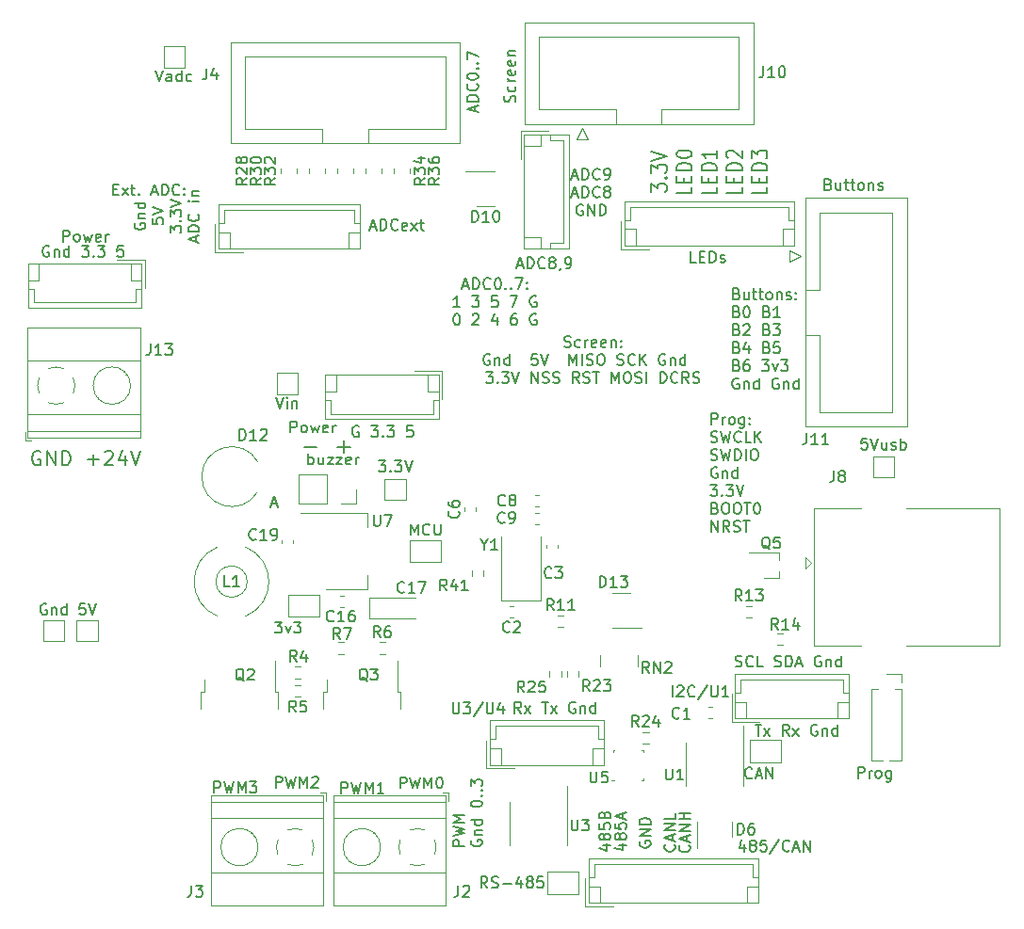
<source format=gbr>
%TF.GenerationSoftware,KiCad,Pcbnew,6.0.10*%
%TF.CreationDate,2023-01-12T12:24:56+03:00*%
%TF.ProjectId,nitrogen,6e697472-6f67-4656-9e2e-6b696361645f,rev?*%
%TF.SameCoordinates,Original*%
%TF.FileFunction,Legend,Top*%
%TF.FilePolarity,Positive*%
%FSLAX46Y46*%
G04 Gerber Fmt 4.6, Leading zero omitted, Abs format (unit mm)*
G04 Created by KiCad (PCBNEW 6.0.10) date 2023-01-12 12:24:56*
%MOMM*%
%LPD*%
G01*
G04 APERTURE LIST*
%ADD10C,0.150000*%
%ADD11C,0.120000*%
%ADD12C,0.100000*%
G04 APERTURE END LIST*
D10*
X152592114Y-119300476D02*
X153258780Y-119300476D01*
X152211161Y-119538571D02*
X152925447Y-119776666D01*
X152925447Y-119157619D01*
X152687352Y-118633809D02*
X152639733Y-118729047D01*
X152592114Y-118776666D01*
X152496876Y-118824285D01*
X152449257Y-118824285D01*
X152354019Y-118776666D01*
X152306400Y-118729047D01*
X152258780Y-118633809D01*
X152258780Y-118443333D01*
X152306400Y-118348095D01*
X152354019Y-118300476D01*
X152449257Y-118252857D01*
X152496876Y-118252857D01*
X152592114Y-118300476D01*
X152639733Y-118348095D01*
X152687352Y-118443333D01*
X152687352Y-118633809D01*
X152734971Y-118729047D01*
X152782590Y-118776666D01*
X152877828Y-118824285D01*
X153068304Y-118824285D01*
X153163542Y-118776666D01*
X153211161Y-118729047D01*
X153258780Y-118633809D01*
X153258780Y-118443333D01*
X153211161Y-118348095D01*
X153163542Y-118300476D01*
X153068304Y-118252857D01*
X152877828Y-118252857D01*
X152782590Y-118300476D01*
X152734971Y-118348095D01*
X152687352Y-118443333D01*
X152258780Y-117348095D02*
X152258780Y-117824285D01*
X152734971Y-117871904D01*
X152687352Y-117824285D01*
X152639733Y-117729047D01*
X152639733Y-117490952D01*
X152687352Y-117395714D01*
X152734971Y-117348095D01*
X152830209Y-117300476D01*
X153068304Y-117300476D01*
X153163542Y-117348095D01*
X153211161Y-117395714D01*
X153258780Y-117490952D01*
X153258780Y-117729047D01*
X153211161Y-117824285D01*
X153163542Y-117871904D01*
X152973066Y-116919523D02*
X152973066Y-116443333D01*
X153258780Y-117014761D02*
X152258780Y-116681428D01*
X153258780Y-116348095D01*
X109099000Y-63380857D02*
X109051380Y-63476095D01*
X109051380Y-63618952D01*
X109099000Y-63761809D01*
X109194238Y-63857047D01*
X109289476Y-63904666D01*
X109479952Y-63952285D01*
X109622809Y-63952285D01*
X109813285Y-63904666D01*
X109908523Y-63857047D01*
X110003761Y-63761809D01*
X110051380Y-63618952D01*
X110051380Y-63523714D01*
X110003761Y-63380857D01*
X109956142Y-63333238D01*
X109622809Y-63333238D01*
X109622809Y-63523714D01*
X109384714Y-62904666D02*
X110051380Y-62904666D01*
X109479952Y-62904666D02*
X109432333Y-62857047D01*
X109384714Y-62761809D01*
X109384714Y-62618952D01*
X109432333Y-62523714D01*
X109527571Y-62476095D01*
X110051380Y-62476095D01*
X110051380Y-61571333D02*
X109051380Y-61571333D01*
X110003761Y-61571333D02*
X110051380Y-61666571D01*
X110051380Y-61857047D01*
X110003761Y-61952285D01*
X109956142Y-61999904D01*
X109860904Y-62047523D01*
X109575190Y-62047523D01*
X109479952Y-61999904D01*
X109432333Y-61952285D01*
X109384714Y-61857047D01*
X109384714Y-61666571D01*
X109432333Y-61571333D01*
X110661380Y-62928476D02*
X110661380Y-63404666D01*
X111137571Y-63452285D01*
X111089952Y-63404666D01*
X111042333Y-63309428D01*
X111042333Y-63071333D01*
X111089952Y-62976095D01*
X111137571Y-62928476D01*
X111232809Y-62880857D01*
X111470904Y-62880857D01*
X111566142Y-62928476D01*
X111613761Y-62976095D01*
X111661380Y-63071333D01*
X111661380Y-63309428D01*
X111613761Y-63404666D01*
X111566142Y-63452285D01*
X110661380Y-62595142D02*
X111661380Y-62261809D01*
X110661380Y-61928476D01*
X112271380Y-64214190D02*
X112271380Y-63595142D01*
X112652333Y-63928476D01*
X112652333Y-63785619D01*
X112699952Y-63690380D01*
X112747571Y-63642761D01*
X112842809Y-63595142D01*
X113080904Y-63595142D01*
X113176142Y-63642761D01*
X113223761Y-63690380D01*
X113271380Y-63785619D01*
X113271380Y-64071333D01*
X113223761Y-64166571D01*
X113176142Y-64214190D01*
X113176142Y-63166571D02*
X113223761Y-63118952D01*
X113271380Y-63166571D01*
X113223761Y-63214190D01*
X113176142Y-63166571D01*
X113271380Y-63166571D01*
X112271380Y-62785619D02*
X112271380Y-62166571D01*
X112652333Y-62499904D01*
X112652333Y-62357047D01*
X112699952Y-62261809D01*
X112747571Y-62214190D01*
X112842809Y-62166571D01*
X113080904Y-62166571D01*
X113176142Y-62214190D01*
X113223761Y-62261809D01*
X113271380Y-62357047D01*
X113271380Y-62642761D01*
X113223761Y-62738000D01*
X113176142Y-62785619D01*
X112271380Y-61880857D02*
X113271380Y-61547523D01*
X112271380Y-61214190D01*
X114595666Y-65047523D02*
X114595666Y-64571333D01*
X114881380Y-65142761D02*
X113881380Y-64809428D01*
X114881380Y-64476095D01*
X114881380Y-64142761D02*
X113881380Y-64142761D01*
X113881380Y-63904666D01*
X113929000Y-63761809D01*
X114024238Y-63666571D01*
X114119476Y-63618952D01*
X114309952Y-63571333D01*
X114452809Y-63571333D01*
X114643285Y-63618952D01*
X114738523Y-63666571D01*
X114833761Y-63761809D01*
X114881380Y-63904666D01*
X114881380Y-64142761D01*
X114786142Y-62571333D02*
X114833761Y-62618952D01*
X114881380Y-62761809D01*
X114881380Y-62857047D01*
X114833761Y-62999904D01*
X114738523Y-63095142D01*
X114643285Y-63142761D01*
X114452809Y-63190380D01*
X114309952Y-63190380D01*
X114119476Y-63142761D01*
X114024238Y-63095142D01*
X113929000Y-62999904D01*
X113881380Y-62857047D01*
X113881380Y-62761809D01*
X113929000Y-62618952D01*
X113976619Y-62571333D01*
X114881380Y-61380857D02*
X114214714Y-61380857D01*
X113881380Y-61380857D02*
X113929000Y-61428476D01*
X113976619Y-61380857D01*
X113929000Y-61333238D01*
X113881380Y-61380857D01*
X113976619Y-61380857D01*
X114214714Y-60904666D02*
X114881380Y-60904666D01*
X114309952Y-60904666D02*
X114262333Y-60857047D01*
X114214714Y-60761809D01*
X114214714Y-60618952D01*
X114262333Y-60523714D01*
X114357571Y-60476095D01*
X114881380Y-60476095D01*
X107147123Y-60329771D02*
X107480457Y-60329771D01*
X107623314Y-60853580D02*
X107147123Y-60853580D01*
X107147123Y-59853580D01*
X107623314Y-59853580D01*
X107956647Y-60853580D02*
X108480457Y-60186914D01*
X107956647Y-60186914D02*
X108480457Y-60853580D01*
X108718552Y-60186914D02*
X109099504Y-60186914D01*
X108861409Y-59853580D02*
X108861409Y-60710723D01*
X108909028Y-60805961D01*
X109004266Y-60853580D01*
X109099504Y-60853580D01*
X109432838Y-60758342D02*
X109480457Y-60805961D01*
X109432838Y-60853580D01*
X109385219Y-60805961D01*
X109432838Y-60758342D01*
X109432838Y-60853580D01*
X110623314Y-60567866D02*
X111099504Y-60567866D01*
X110528076Y-60853580D02*
X110861409Y-59853580D01*
X111194742Y-60853580D01*
X111528076Y-60853580D02*
X111528076Y-59853580D01*
X111766171Y-59853580D01*
X111909028Y-59901200D01*
X112004266Y-59996438D01*
X112051885Y-60091676D01*
X112099504Y-60282152D01*
X112099504Y-60425009D01*
X112051885Y-60615485D01*
X112004266Y-60710723D01*
X111909028Y-60805961D01*
X111766171Y-60853580D01*
X111528076Y-60853580D01*
X113099504Y-60758342D02*
X113051885Y-60805961D01*
X112909028Y-60853580D01*
X112813790Y-60853580D01*
X112670933Y-60805961D01*
X112575695Y-60710723D01*
X112528076Y-60615485D01*
X112480457Y-60425009D01*
X112480457Y-60282152D01*
X112528076Y-60091676D01*
X112575695Y-59996438D01*
X112670933Y-59901200D01*
X112813790Y-59853580D01*
X112909028Y-59853580D01*
X113051885Y-59901200D01*
X113099504Y-59948819D01*
X113528076Y-60758342D02*
X113575695Y-60805961D01*
X113528076Y-60853580D01*
X113480457Y-60805961D01*
X113528076Y-60758342D01*
X113528076Y-60853580D01*
X113528076Y-60234533D02*
X113575695Y-60282152D01*
X113528076Y-60329771D01*
X113480457Y-60282152D01*
X113528076Y-60234533D01*
X113528076Y-60329771D01*
X100587685Y-83906600D02*
X100463876Y-83844695D01*
X100278161Y-83844695D01*
X100092447Y-83906600D01*
X99968638Y-84030409D01*
X99906733Y-84154219D01*
X99844828Y-84401838D01*
X99844828Y-84587552D01*
X99906733Y-84835171D01*
X99968638Y-84958980D01*
X100092447Y-85082790D01*
X100278161Y-85144695D01*
X100401971Y-85144695D01*
X100587685Y-85082790D01*
X100649590Y-85020885D01*
X100649590Y-84587552D01*
X100401971Y-84587552D01*
X101206733Y-85144695D02*
X101206733Y-83844695D01*
X101949590Y-85144695D01*
X101949590Y-83844695D01*
X102568638Y-85144695D02*
X102568638Y-83844695D01*
X102878161Y-83844695D01*
X103063876Y-83906600D01*
X103187685Y-84030409D01*
X103249590Y-84154219D01*
X103311495Y-84401838D01*
X103311495Y-84587552D01*
X103249590Y-84835171D01*
X103187685Y-84958980D01*
X103063876Y-85082790D01*
X102878161Y-85144695D01*
X102568638Y-85144695D01*
X104859114Y-84649457D02*
X105849590Y-84649457D01*
X105354352Y-85144695D02*
X105354352Y-84154219D01*
X106406733Y-83968504D02*
X106468638Y-83906600D01*
X106592447Y-83844695D01*
X106901971Y-83844695D01*
X107025780Y-83906600D01*
X107087685Y-83968504D01*
X107149590Y-84092314D01*
X107149590Y-84216123D01*
X107087685Y-84401838D01*
X106344828Y-85144695D01*
X107149590Y-85144695D01*
X108263876Y-84278028D02*
X108263876Y-85144695D01*
X107954352Y-83782790D02*
X107644828Y-84711361D01*
X108449590Y-84711361D01*
X108759114Y-83844695D02*
X109192447Y-85144695D01*
X109625780Y-83844695D01*
X158903942Y-119327466D02*
X158951561Y-119375085D01*
X158999180Y-119517942D01*
X158999180Y-119613180D01*
X158951561Y-119756038D01*
X158856323Y-119851276D01*
X158761085Y-119898895D01*
X158570609Y-119946514D01*
X158427752Y-119946514D01*
X158237276Y-119898895D01*
X158142038Y-119851276D01*
X158046800Y-119756038D01*
X157999180Y-119613180D01*
X157999180Y-119517942D01*
X158046800Y-119375085D01*
X158094419Y-119327466D01*
X158713466Y-118946514D02*
X158713466Y-118470323D01*
X158999180Y-119041752D02*
X157999180Y-118708419D01*
X158999180Y-118375085D01*
X158999180Y-118041752D02*
X157999180Y-118041752D01*
X158999180Y-117470323D01*
X157999180Y-117470323D01*
X158999180Y-116994133D02*
X157999180Y-116994133D01*
X158475371Y-116994133D02*
X158475371Y-116422704D01*
X158999180Y-116422704D02*
X157999180Y-116422704D01*
X163178128Y-69715971D02*
X163320985Y-69763590D01*
X163368604Y-69811209D01*
X163416223Y-69906447D01*
X163416223Y-70049304D01*
X163368604Y-70144542D01*
X163320985Y-70192161D01*
X163225747Y-70239780D01*
X162844795Y-70239780D01*
X162844795Y-69239780D01*
X163178128Y-69239780D01*
X163273366Y-69287400D01*
X163320985Y-69335019D01*
X163368604Y-69430257D01*
X163368604Y-69525495D01*
X163320985Y-69620733D01*
X163273366Y-69668352D01*
X163178128Y-69715971D01*
X162844795Y-69715971D01*
X164273366Y-69573114D02*
X164273366Y-70239780D01*
X163844795Y-69573114D02*
X163844795Y-70096923D01*
X163892414Y-70192161D01*
X163987652Y-70239780D01*
X164130509Y-70239780D01*
X164225747Y-70192161D01*
X164273366Y-70144542D01*
X164606700Y-69573114D02*
X164987652Y-69573114D01*
X164749557Y-69239780D02*
X164749557Y-70096923D01*
X164797176Y-70192161D01*
X164892414Y-70239780D01*
X164987652Y-70239780D01*
X165178128Y-69573114D02*
X165559080Y-69573114D01*
X165320985Y-69239780D02*
X165320985Y-70096923D01*
X165368604Y-70192161D01*
X165463842Y-70239780D01*
X165559080Y-70239780D01*
X166035271Y-70239780D02*
X165940033Y-70192161D01*
X165892414Y-70144542D01*
X165844795Y-70049304D01*
X165844795Y-69763590D01*
X165892414Y-69668352D01*
X165940033Y-69620733D01*
X166035271Y-69573114D01*
X166178128Y-69573114D01*
X166273366Y-69620733D01*
X166320985Y-69668352D01*
X166368604Y-69763590D01*
X166368604Y-70049304D01*
X166320985Y-70144542D01*
X166273366Y-70192161D01*
X166178128Y-70239780D01*
X166035271Y-70239780D01*
X166797176Y-69573114D02*
X166797176Y-70239780D01*
X166797176Y-69668352D02*
X166844795Y-69620733D01*
X166940033Y-69573114D01*
X167082890Y-69573114D01*
X167178128Y-69620733D01*
X167225747Y-69715971D01*
X167225747Y-70239780D01*
X167654319Y-70192161D02*
X167749557Y-70239780D01*
X167940033Y-70239780D01*
X168035271Y-70192161D01*
X168082890Y-70096923D01*
X168082890Y-70049304D01*
X168035271Y-69954066D01*
X167940033Y-69906447D01*
X167797176Y-69906447D01*
X167701938Y-69858828D01*
X167654319Y-69763590D01*
X167654319Y-69715971D01*
X167701938Y-69620733D01*
X167797176Y-69573114D01*
X167940033Y-69573114D01*
X168035271Y-69620733D01*
X168511461Y-70144542D02*
X168559080Y-70192161D01*
X168511461Y-70239780D01*
X168463842Y-70192161D01*
X168511461Y-70144542D01*
X168511461Y-70239780D01*
X168511461Y-69620733D02*
X168559080Y-69668352D01*
X168511461Y-69715971D01*
X168463842Y-69668352D01*
X168511461Y-69620733D01*
X168511461Y-69715971D01*
X163178128Y-71325971D02*
X163320985Y-71373590D01*
X163368604Y-71421209D01*
X163416223Y-71516447D01*
X163416223Y-71659304D01*
X163368604Y-71754542D01*
X163320985Y-71802161D01*
X163225747Y-71849780D01*
X162844795Y-71849780D01*
X162844795Y-70849780D01*
X163178128Y-70849780D01*
X163273366Y-70897400D01*
X163320985Y-70945019D01*
X163368604Y-71040257D01*
X163368604Y-71135495D01*
X163320985Y-71230733D01*
X163273366Y-71278352D01*
X163178128Y-71325971D01*
X162844795Y-71325971D01*
X164035271Y-70849780D02*
X164130509Y-70849780D01*
X164225747Y-70897400D01*
X164273366Y-70945019D01*
X164320985Y-71040257D01*
X164368604Y-71230733D01*
X164368604Y-71468828D01*
X164320985Y-71659304D01*
X164273366Y-71754542D01*
X164225747Y-71802161D01*
X164130509Y-71849780D01*
X164035271Y-71849780D01*
X163940033Y-71802161D01*
X163892414Y-71754542D01*
X163844795Y-71659304D01*
X163797176Y-71468828D01*
X163797176Y-71230733D01*
X163844795Y-71040257D01*
X163892414Y-70945019D01*
X163940033Y-70897400D01*
X164035271Y-70849780D01*
X165892414Y-71325971D02*
X166035271Y-71373590D01*
X166082890Y-71421209D01*
X166130509Y-71516447D01*
X166130509Y-71659304D01*
X166082890Y-71754542D01*
X166035271Y-71802161D01*
X165940033Y-71849780D01*
X165559080Y-71849780D01*
X165559080Y-70849780D01*
X165892414Y-70849780D01*
X165987652Y-70897400D01*
X166035271Y-70945019D01*
X166082890Y-71040257D01*
X166082890Y-71135495D01*
X166035271Y-71230733D01*
X165987652Y-71278352D01*
X165892414Y-71325971D01*
X165559080Y-71325971D01*
X167082890Y-71849780D02*
X166511461Y-71849780D01*
X166797176Y-71849780D02*
X166797176Y-70849780D01*
X166701938Y-70992638D01*
X166606700Y-71087876D01*
X166511461Y-71135495D01*
X163178128Y-72935971D02*
X163320985Y-72983590D01*
X163368604Y-73031209D01*
X163416223Y-73126447D01*
X163416223Y-73269304D01*
X163368604Y-73364542D01*
X163320985Y-73412161D01*
X163225747Y-73459780D01*
X162844795Y-73459780D01*
X162844795Y-72459780D01*
X163178128Y-72459780D01*
X163273366Y-72507400D01*
X163320985Y-72555019D01*
X163368604Y-72650257D01*
X163368604Y-72745495D01*
X163320985Y-72840733D01*
X163273366Y-72888352D01*
X163178128Y-72935971D01*
X162844795Y-72935971D01*
X163797176Y-72555019D02*
X163844795Y-72507400D01*
X163940033Y-72459780D01*
X164178128Y-72459780D01*
X164273366Y-72507400D01*
X164320985Y-72555019D01*
X164368604Y-72650257D01*
X164368604Y-72745495D01*
X164320985Y-72888352D01*
X163749557Y-73459780D01*
X164368604Y-73459780D01*
X165892414Y-72935971D02*
X166035271Y-72983590D01*
X166082890Y-73031209D01*
X166130509Y-73126447D01*
X166130509Y-73269304D01*
X166082890Y-73364542D01*
X166035271Y-73412161D01*
X165940033Y-73459780D01*
X165559080Y-73459780D01*
X165559080Y-72459780D01*
X165892414Y-72459780D01*
X165987652Y-72507400D01*
X166035271Y-72555019D01*
X166082890Y-72650257D01*
X166082890Y-72745495D01*
X166035271Y-72840733D01*
X165987652Y-72888352D01*
X165892414Y-72935971D01*
X165559080Y-72935971D01*
X166463842Y-72459780D02*
X167082890Y-72459780D01*
X166749557Y-72840733D01*
X166892414Y-72840733D01*
X166987652Y-72888352D01*
X167035271Y-72935971D01*
X167082890Y-73031209D01*
X167082890Y-73269304D01*
X167035271Y-73364542D01*
X166987652Y-73412161D01*
X166892414Y-73459780D01*
X166606700Y-73459780D01*
X166511461Y-73412161D01*
X166463842Y-73364542D01*
X163178128Y-74545971D02*
X163320985Y-74593590D01*
X163368604Y-74641209D01*
X163416223Y-74736447D01*
X163416223Y-74879304D01*
X163368604Y-74974542D01*
X163320985Y-75022161D01*
X163225747Y-75069780D01*
X162844795Y-75069780D01*
X162844795Y-74069780D01*
X163178128Y-74069780D01*
X163273366Y-74117400D01*
X163320985Y-74165019D01*
X163368604Y-74260257D01*
X163368604Y-74355495D01*
X163320985Y-74450733D01*
X163273366Y-74498352D01*
X163178128Y-74545971D01*
X162844795Y-74545971D01*
X164273366Y-74403114D02*
X164273366Y-75069780D01*
X164035271Y-74022161D02*
X163797176Y-74736447D01*
X164416223Y-74736447D01*
X165892414Y-74545971D02*
X166035271Y-74593590D01*
X166082890Y-74641209D01*
X166130509Y-74736447D01*
X166130509Y-74879304D01*
X166082890Y-74974542D01*
X166035271Y-75022161D01*
X165940033Y-75069780D01*
X165559080Y-75069780D01*
X165559080Y-74069780D01*
X165892414Y-74069780D01*
X165987652Y-74117400D01*
X166035271Y-74165019D01*
X166082890Y-74260257D01*
X166082890Y-74355495D01*
X166035271Y-74450733D01*
X165987652Y-74498352D01*
X165892414Y-74545971D01*
X165559080Y-74545971D01*
X167035271Y-74069780D02*
X166559080Y-74069780D01*
X166511461Y-74545971D01*
X166559080Y-74498352D01*
X166654319Y-74450733D01*
X166892414Y-74450733D01*
X166987652Y-74498352D01*
X167035271Y-74545971D01*
X167082890Y-74641209D01*
X167082890Y-74879304D01*
X167035271Y-74974542D01*
X166987652Y-75022161D01*
X166892414Y-75069780D01*
X166654319Y-75069780D01*
X166559080Y-75022161D01*
X166511461Y-74974542D01*
X163178128Y-76155971D02*
X163320985Y-76203590D01*
X163368604Y-76251209D01*
X163416223Y-76346447D01*
X163416223Y-76489304D01*
X163368604Y-76584542D01*
X163320985Y-76632161D01*
X163225747Y-76679780D01*
X162844795Y-76679780D01*
X162844795Y-75679780D01*
X163178128Y-75679780D01*
X163273366Y-75727400D01*
X163320985Y-75775019D01*
X163368604Y-75870257D01*
X163368604Y-75965495D01*
X163320985Y-76060733D01*
X163273366Y-76108352D01*
X163178128Y-76155971D01*
X162844795Y-76155971D01*
X164273366Y-75679780D02*
X164082890Y-75679780D01*
X163987652Y-75727400D01*
X163940033Y-75775019D01*
X163844795Y-75917876D01*
X163797176Y-76108352D01*
X163797176Y-76489304D01*
X163844795Y-76584542D01*
X163892414Y-76632161D01*
X163987652Y-76679780D01*
X164178128Y-76679780D01*
X164273366Y-76632161D01*
X164320985Y-76584542D01*
X164368604Y-76489304D01*
X164368604Y-76251209D01*
X164320985Y-76155971D01*
X164273366Y-76108352D01*
X164178128Y-76060733D01*
X163987652Y-76060733D01*
X163892414Y-76108352D01*
X163844795Y-76155971D01*
X163797176Y-76251209D01*
X165463842Y-75679780D02*
X166082890Y-75679780D01*
X165749557Y-76060733D01*
X165892414Y-76060733D01*
X165987652Y-76108352D01*
X166035271Y-76155971D01*
X166082890Y-76251209D01*
X166082890Y-76489304D01*
X166035271Y-76584542D01*
X165987652Y-76632161D01*
X165892414Y-76679780D01*
X165606700Y-76679780D01*
X165511461Y-76632161D01*
X165463842Y-76584542D01*
X166416223Y-76013114D02*
X166654319Y-76679780D01*
X166892414Y-76013114D01*
X167178128Y-75679780D02*
X167797176Y-75679780D01*
X167463842Y-76060733D01*
X167606700Y-76060733D01*
X167701938Y-76108352D01*
X167749557Y-76155971D01*
X167797176Y-76251209D01*
X167797176Y-76489304D01*
X167749557Y-76584542D01*
X167701938Y-76632161D01*
X167606700Y-76679780D01*
X167320985Y-76679780D01*
X167225747Y-76632161D01*
X167178128Y-76584542D01*
X163368604Y-77337400D02*
X163273366Y-77289780D01*
X163130509Y-77289780D01*
X162987652Y-77337400D01*
X162892414Y-77432638D01*
X162844795Y-77527876D01*
X162797176Y-77718352D01*
X162797176Y-77861209D01*
X162844795Y-78051685D01*
X162892414Y-78146923D01*
X162987652Y-78242161D01*
X163130509Y-78289780D01*
X163225747Y-78289780D01*
X163368604Y-78242161D01*
X163416223Y-78194542D01*
X163416223Y-77861209D01*
X163225747Y-77861209D01*
X163844795Y-77623114D02*
X163844795Y-78289780D01*
X163844795Y-77718352D02*
X163892414Y-77670733D01*
X163987652Y-77623114D01*
X164130509Y-77623114D01*
X164225747Y-77670733D01*
X164273366Y-77765971D01*
X164273366Y-78289780D01*
X165178128Y-78289780D02*
X165178128Y-77289780D01*
X165178128Y-78242161D02*
X165082890Y-78289780D01*
X164892414Y-78289780D01*
X164797176Y-78242161D01*
X164749557Y-78194542D01*
X164701938Y-78099304D01*
X164701938Y-77813590D01*
X164749557Y-77718352D01*
X164797176Y-77670733D01*
X164892414Y-77623114D01*
X165082890Y-77623114D01*
X165178128Y-77670733D01*
X166940033Y-77337400D02*
X166844795Y-77289780D01*
X166701938Y-77289780D01*
X166559080Y-77337400D01*
X166463842Y-77432638D01*
X166416223Y-77527876D01*
X166368604Y-77718352D01*
X166368604Y-77861209D01*
X166416223Y-78051685D01*
X166463842Y-78146923D01*
X166559080Y-78242161D01*
X166701938Y-78289780D01*
X166797176Y-78289780D01*
X166940033Y-78242161D01*
X166987652Y-78194542D01*
X166987652Y-77861209D01*
X166797176Y-77861209D01*
X167416223Y-77623114D02*
X167416223Y-78289780D01*
X167416223Y-77718352D02*
X167463842Y-77670733D01*
X167559080Y-77623114D01*
X167701938Y-77623114D01*
X167797176Y-77670733D01*
X167844795Y-77765971D01*
X167844795Y-78289780D01*
X168749557Y-78289780D02*
X168749557Y-77289780D01*
X168749557Y-78242161D02*
X168654319Y-78289780D01*
X168463842Y-78289780D01*
X168368604Y-78242161D01*
X168320985Y-78194542D01*
X168273366Y-78099304D01*
X168273366Y-77813590D01*
X168320985Y-77718352D01*
X168368604Y-77670733D01*
X168463842Y-77623114D01*
X168654319Y-77623114D01*
X168749557Y-77670733D01*
X164843295Y-108469180D02*
X165414723Y-108469180D01*
X165129009Y-109469180D02*
X165129009Y-108469180D01*
X165652819Y-109469180D02*
X166176628Y-108802514D01*
X165652819Y-108802514D02*
X166176628Y-109469180D01*
X167890914Y-109469180D02*
X167557580Y-108992990D01*
X167319485Y-109469180D02*
X167319485Y-108469180D01*
X167700438Y-108469180D01*
X167795676Y-108516800D01*
X167843295Y-108564419D01*
X167890914Y-108659657D01*
X167890914Y-108802514D01*
X167843295Y-108897752D01*
X167795676Y-108945371D01*
X167700438Y-108992990D01*
X167319485Y-108992990D01*
X168224247Y-109469180D02*
X168748057Y-108802514D01*
X168224247Y-108802514D02*
X168748057Y-109469180D01*
X170414723Y-108516800D02*
X170319485Y-108469180D01*
X170176628Y-108469180D01*
X170033771Y-108516800D01*
X169938533Y-108612038D01*
X169890914Y-108707276D01*
X169843295Y-108897752D01*
X169843295Y-109040609D01*
X169890914Y-109231085D01*
X169938533Y-109326323D01*
X170033771Y-109421561D01*
X170176628Y-109469180D01*
X170271866Y-109469180D01*
X170414723Y-109421561D01*
X170462342Y-109373942D01*
X170462342Y-109040609D01*
X170271866Y-109040609D01*
X170890914Y-108802514D02*
X170890914Y-109469180D01*
X170890914Y-108897752D02*
X170938533Y-108850133D01*
X171033771Y-108802514D01*
X171176628Y-108802514D01*
X171271866Y-108850133D01*
X171319485Y-108945371D01*
X171319485Y-109469180D01*
X172224247Y-109469180D02*
X172224247Y-108469180D01*
X172224247Y-109421561D02*
X172129009Y-109469180D01*
X171938533Y-109469180D01*
X171843295Y-109421561D01*
X171795676Y-109373942D01*
X171748057Y-109278704D01*
X171748057Y-108992990D01*
X171795676Y-108897752D01*
X171843295Y-108850133D01*
X171938533Y-108802514D01*
X172129009Y-108802514D01*
X172224247Y-108850133D01*
X121766247Y-114142780D02*
X121766247Y-113142780D01*
X122147200Y-113142780D01*
X122242438Y-113190400D01*
X122290057Y-113238019D01*
X122337676Y-113333257D01*
X122337676Y-113476114D01*
X122290057Y-113571352D01*
X122242438Y-113618971D01*
X122147200Y-113666590D01*
X121766247Y-113666590D01*
X122671009Y-113142780D02*
X122909104Y-114142780D01*
X123099580Y-113428495D01*
X123290057Y-114142780D01*
X123528152Y-113142780D01*
X123909104Y-114142780D02*
X123909104Y-113142780D01*
X124242438Y-113857066D01*
X124575771Y-113142780D01*
X124575771Y-114142780D01*
X125004342Y-113238019D02*
X125051961Y-113190400D01*
X125147200Y-113142780D01*
X125385295Y-113142780D01*
X125480533Y-113190400D01*
X125528152Y-113238019D01*
X125575771Y-113333257D01*
X125575771Y-113428495D01*
X125528152Y-113571352D01*
X124956723Y-114142780D01*
X125575771Y-114142780D01*
X148399714Y-59161066D02*
X148875904Y-59161066D01*
X148304476Y-59446780D02*
X148637809Y-58446780D01*
X148971142Y-59446780D01*
X149304476Y-59446780D02*
X149304476Y-58446780D01*
X149542571Y-58446780D01*
X149685428Y-58494400D01*
X149780666Y-58589638D01*
X149828285Y-58684876D01*
X149875904Y-58875352D01*
X149875904Y-59018209D01*
X149828285Y-59208685D01*
X149780666Y-59303923D01*
X149685428Y-59399161D01*
X149542571Y-59446780D01*
X149304476Y-59446780D01*
X150875904Y-59351542D02*
X150828285Y-59399161D01*
X150685428Y-59446780D01*
X150590190Y-59446780D01*
X150447333Y-59399161D01*
X150352095Y-59303923D01*
X150304476Y-59208685D01*
X150256857Y-59018209D01*
X150256857Y-58875352D01*
X150304476Y-58684876D01*
X150352095Y-58589638D01*
X150447333Y-58494400D01*
X150590190Y-58446780D01*
X150685428Y-58446780D01*
X150828285Y-58494400D01*
X150875904Y-58542019D01*
X151352095Y-59446780D02*
X151542571Y-59446780D01*
X151637809Y-59399161D01*
X151685428Y-59351542D01*
X151780666Y-59208685D01*
X151828285Y-59018209D01*
X151828285Y-58637257D01*
X151780666Y-58542019D01*
X151733047Y-58494400D01*
X151637809Y-58446780D01*
X151447333Y-58446780D01*
X151352095Y-58494400D01*
X151304476Y-58542019D01*
X151256857Y-58637257D01*
X151256857Y-58875352D01*
X151304476Y-58970590D01*
X151352095Y-59018209D01*
X151447333Y-59065828D01*
X151637809Y-59065828D01*
X151733047Y-59018209D01*
X151780666Y-58970590D01*
X151828285Y-58875352D01*
X148399714Y-60771066D02*
X148875904Y-60771066D01*
X148304476Y-61056780D02*
X148637809Y-60056780D01*
X148971142Y-61056780D01*
X149304476Y-61056780D02*
X149304476Y-60056780D01*
X149542571Y-60056780D01*
X149685428Y-60104400D01*
X149780666Y-60199638D01*
X149828285Y-60294876D01*
X149875904Y-60485352D01*
X149875904Y-60628209D01*
X149828285Y-60818685D01*
X149780666Y-60913923D01*
X149685428Y-61009161D01*
X149542571Y-61056780D01*
X149304476Y-61056780D01*
X150875904Y-60961542D02*
X150828285Y-61009161D01*
X150685428Y-61056780D01*
X150590190Y-61056780D01*
X150447333Y-61009161D01*
X150352095Y-60913923D01*
X150304476Y-60818685D01*
X150256857Y-60628209D01*
X150256857Y-60485352D01*
X150304476Y-60294876D01*
X150352095Y-60199638D01*
X150447333Y-60104400D01*
X150590190Y-60056780D01*
X150685428Y-60056780D01*
X150828285Y-60104400D01*
X150875904Y-60152019D01*
X151447333Y-60485352D02*
X151352095Y-60437733D01*
X151304476Y-60390114D01*
X151256857Y-60294876D01*
X151256857Y-60247257D01*
X151304476Y-60152019D01*
X151352095Y-60104400D01*
X151447333Y-60056780D01*
X151637809Y-60056780D01*
X151733047Y-60104400D01*
X151780666Y-60152019D01*
X151828285Y-60247257D01*
X151828285Y-60294876D01*
X151780666Y-60390114D01*
X151733047Y-60437733D01*
X151637809Y-60485352D01*
X151447333Y-60485352D01*
X151352095Y-60532971D01*
X151304476Y-60580590D01*
X151256857Y-60675828D01*
X151256857Y-60866304D01*
X151304476Y-60961542D01*
X151352095Y-61009161D01*
X151447333Y-61056780D01*
X151637809Y-61056780D01*
X151733047Y-61009161D01*
X151780666Y-60961542D01*
X151828285Y-60866304D01*
X151828285Y-60675828D01*
X151780666Y-60580590D01*
X151733047Y-60532971D01*
X151637809Y-60485352D01*
X149352095Y-61714400D02*
X149256857Y-61666780D01*
X149114000Y-61666780D01*
X148971142Y-61714400D01*
X148875904Y-61809638D01*
X148828285Y-61904876D01*
X148780666Y-62095352D01*
X148780666Y-62238209D01*
X148828285Y-62428685D01*
X148875904Y-62523923D01*
X148971142Y-62619161D01*
X149114000Y-62666780D01*
X149209238Y-62666780D01*
X149352095Y-62619161D01*
X149399714Y-62571542D01*
X149399714Y-62238209D01*
X149209238Y-62238209D01*
X149828285Y-62666780D02*
X149828285Y-61666780D01*
X150399714Y-62666780D01*
X150399714Y-61666780D01*
X150875904Y-62666780D02*
X150875904Y-61666780D01*
X151114000Y-61666780D01*
X151256857Y-61714400D01*
X151352095Y-61809638D01*
X151399714Y-61904876D01*
X151447333Y-62095352D01*
X151447333Y-62238209D01*
X151399714Y-62428685D01*
X151352095Y-62523923D01*
X151256857Y-62619161D01*
X151114000Y-62666780D01*
X150875904Y-62666780D01*
X151169714Y-119321104D02*
X151836380Y-119321104D01*
X150788761Y-119559200D02*
X151503047Y-119797295D01*
X151503047Y-119178247D01*
X151264952Y-118654438D02*
X151217333Y-118749676D01*
X151169714Y-118797295D01*
X151074476Y-118844914D01*
X151026857Y-118844914D01*
X150931619Y-118797295D01*
X150884000Y-118749676D01*
X150836380Y-118654438D01*
X150836380Y-118463961D01*
X150884000Y-118368723D01*
X150931619Y-118321104D01*
X151026857Y-118273485D01*
X151074476Y-118273485D01*
X151169714Y-118321104D01*
X151217333Y-118368723D01*
X151264952Y-118463961D01*
X151264952Y-118654438D01*
X151312571Y-118749676D01*
X151360190Y-118797295D01*
X151455428Y-118844914D01*
X151645904Y-118844914D01*
X151741142Y-118797295D01*
X151788761Y-118749676D01*
X151836380Y-118654438D01*
X151836380Y-118463961D01*
X151788761Y-118368723D01*
X151741142Y-118321104D01*
X151645904Y-118273485D01*
X151455428Y-118273485D01*
X151360190Y-118321104D01*
X151312571Y-118368723D01*
X151264952Y-118463961D01*
X150836380Y-117368723D02*
X150836380Y-117844914D01*
X151312571Y-117892533D01*
X151264952Y-117844914D01*
X151217333Y-117749676D01*
X151217333Y-117511580D01*
X151264952Y-117416342D01*
X151312571Y-117368723D01*
X151407809Y-117321104D01*
X151645904Y-117321104D01*
X151741142Y-117368723D01*
X151788761Y-117416342D01*
X151836380Y-117511580D01*
X151836380Y-117749676D01*
X151788761Y-117844914D01*
X151741142Y-117892533D01*
X151312571Y-116559200D02*
X151360190Y-116416342D01*
X151407809Y-116368723D01*
X151503047Y-116321104D01*
X151645904Y-116321104D01*
X151741142Y-116368723D01*
X151788761Y-116416342D01*
X151836380Y-116511580D01*
X151836380Y-116892533D01*
X150836380Y-116892533D01*
X150836380Y-116559200D01*
X150884000Y-116463961D01*
X150931619Y-116416342D01*
X151026857Y-116368723D01*
X151122095Y-116368723D01*
X151217333Y-116416342D01*
X151264952Y-116463961D01*
X151312571Y-116559200D01*
X151312571Y-116892533D01*
X143815180Y-107437180D02*
X143481847Y-106960990D01*
X143243752Y-107437180D02*
X143243752Y-106437180D01*
X143624704Y-106437180D01*
X143719942Y-106484800D01*
X143767561Y-106532419D01*
X143815180Y-106627657D01*
X143815180Y-106770514D01*
X143767561Y-106865752D01*
X143719942Y-106913371D01*
X143624704Y-106960990D01*
X143243752Y-106960990D01*
X144148514Y-107437180D02*
X144672323Y-106770514D01*
X144148514Y-106770514D02*
X144672323Y-107437180D01*
X145672323Y-106437180D02*
X146243752Y-106437180D01*
X145958038Y-107437180D02*
X145958038Y-106437180D01*
X146481847Y-107437180D02*
X147005657Y-106770514D01*
X146481847Y-106770514D02*
X147005657Y-107437180D01*
X148672323Y-106484800D02*
X148577085Y-106437180D01*
X148434228Y-106437180D01*
X148291371Y-106484800D01*
X148196133Y-106580038D01*
X148148514Y-106675276D01*
X148100895Y-106865752D01*
X148100895Y-107008609D01*
X148148514Y-107199085D01*
X148196133Y-107294323D01*
X148291371Y-107389561D01*
X148434228Y-107437180D01*
X148529466Y-107437180D01*
X148672323Y-107389561D01*
X148719942Y-107341942D01*
X148719942Y-107008609D01*
X148529466Y-107008609D01*
X149148514Y-106770514D02*
X149148514Y-107437180D01*
X149148514Y-106865752D02*
X149196133Y-106818133D01*
X149291371Y-106770514D01*
X149434228Y-106770514D01*
X149529466Y-106818133D01*
X149577085Y-106913371D01*
X149577085Y-107437180D01*
X150481847Y-107437180D02*
X150481847Y-106437180D01*
X150481847Y-107389561D02*
X150386609Y-107437180D01*
X150196133Y-107437180D01*
X150100895Y-107389561D01*
X150053276Y-107341942D01*
X150005657Y-107246704D01*
X150005657Y-106960990D01*
X150053276Y-106865752D01*
X150100895Y-106818133D01*
X150196133Y-106770514D01*
X150386609Y-106770514D01*
X150481847Y-106818133D01*
X138573238Y-69016266D02*
X139049428Y-69016266D01*
X138478000Y-69301980D02*
X138811333Y-68301980D01*
X139144666Y-69301980D01*
X139478000Y-69301980D02*
X139478000Y-68301980D01*
X139716095Y-68301980D01*
X139858952Y-68349600D01*
X139954190Y-68444838D01*
X140001809Y-68540076D01*
X140049428Y-68730552D01*
X140049428Y-68873409D01*
X140001809Y-69063885D01*
X139954190Y-69159123D01*
X139858952Y-69254361D01*
X139716095Y-69301980D01*
X139478000Y-69301980D01*
X141049428Y-69206742D02*
X141001809Y-69254361D01*
X140858952Y-69301980D01*
X140763714Y-69301980D01*
X140620857Y-69254361D01*
X140525619Y-69159123D01*
X140478000Y-69063885D01*
X140430380Y-68873409D01*
X140430380Y-68730552D01*
X140478000Y-68540076D01*
X140525619Y-68444838D01*
X140620857Y-68349600D01*
X140763714Y-68301980D01*
X140858952Y-68301980D01*
X141001809Y-68349600D01*
X141049428Y-68397219D01*
X141668476Y-68301980D02*
X141763714Y-68301980D01*
X141858952Y-68349600D01*
X141906571Y-68397219D01*
X141954190Y-68492457D01*
X142001809Y-68682933D01*
X142001809Y-68921028D01*
X141954190Y-69111504D01*
X141906571Y-69206742D01*
X141858952Y-69254361D01*
X141763714Y-69301980D01*
X141668476Y-69301980D01*
X141573238Y-69254361D01*
X141525619Y-69206742D01*
X141478000Y-69111504D01*
X141430380Y-68921028D01*
X141430380Y-68682933D01*
X141478000Y-68492457D01*
X141525619Y-68397219D01*
X141573238Y-68349600D01*
X141668476Y-68301980D01*
X142430380Y-69206742D02*
X142478000Y-69254361D01*
X142430380Y-69301980D01*
X142382761Y-69254361D01*
X142430380Y-69206742D01*
X142430380Y-69301980D01*
X142906571Y-69206742D02*
X142954190Y-69254361D01*
X142906571Y-69301980D01*
X142858952Y-69254361D01*
X142906571Y-69206742D01*
X142906571Y-69301980D01*
X143287523Y-68301980D02*
X143954190Y-68301980D01*
X143525619Y-69301980D01*
X144335142Y-69206742D02*
X144382761Y-69254361D01*
X144335142Y-69301980D01*
X144287523Y-69254361D01*
X144335142Y-69206742D01*
X144335142Y-69301980D01*
X144335142Y-68682933D02*
X144382761Y-68730552D01*
X144335142Y-68778171D01*
X144287523Y-68730552D01*
X144335142Y-68682933D01*
X144335142Y-68778171D01*
X138311333Y-70911980D02*
X137739904Y-70911980D01*
X138025619Y-70911980D02*
X138025619Y-69911980D01*
X137930380Y-70054838D01*
X137835142Y-70150076D01*
X137739904Y-70197695D01*
X139406571Y-69911980D02*
X140025619Y-69911980D01*
X139692285Y-70292933D01*
X139835142Y-70292933D01*
X139930380Y-70340552D01*
X139978000Y-70388171D01*
X140025619Y-70483409D01*
X140025619Y-70721504D01*
X139978000Y-70816742D01*
X139930380Y-70864361D01*
X139835142Y-70911980D01*
X139549428Y-70911980D01*
X139454190Y-70864361D01*
X139406571Y-70816742D01*
X141692285Y-69911980D02*
X141216095Y-69911980D01*
X141168476Y-70388171D01*
X141216095Y-70340552D01*
X141311333Y-70292933D01*
X141549428Y-70292933D01*
X141644666Y-70340552D01*
X141692285Y-70388171D01*
X141739904Y-70483409D01*
X141739904Y-70721504D01*
X141692285Y-70816742D01*
X141644666Y-70864361D01*
X141549428Y-70911980D01*
X141311333Y-70911980D01*
X141216095Y-70864361D01*
X141168476Y-70816742D01*
X142835142Y-69911980D02*
X143501809Y-69911980D01*
X143073238Y-70911980D01*
X145168476Y-69959600D02*
X145073238Y-69911980D01*
X144930380Y-69911980D01*
X144787523Y-69959600D01*
X144692285Y-70054838D01*
X144644666Y-70150076D01*
X144597047Y-70340552D01*
X144597047Y-70483409D01*
X144644666Y-70673885D01*
X144692285Y-70769123D01*
X144787523Y-70864361D01*
X144930380Y-70911980D01*
X145025619Y-70911980D01*
X145168476Y-70864361D01*
X145216095Y-70816742D01*
X145216095Y-70483409D01*
X145025619Y-70483409D01*
X137978000Y-71521980D02*
X138073238Y-71521980D01*
X138168476Y-71569600D01*
X138216095Y-71617219D01*
X138263714Y-71712457D01*
X138311333Y-71902933D01*
X138311333Y-72141028D01*
X138263714Y-72331504D01*
X138216095Y-72426742D01*
X138168476Y-72474361D01*
X138073238Y-72521980D01*
X137978000Y-72521980D01*
X137882761Y-72474361D01*
X137835142Y-72426742D01*
X137787523Y-72331504D01*
X137739904Y-72141028D01*
X137739904Y-71902933D01*
X137787523Y-71712457D01*
X137835142Y-71617219D01*
X137882761Y-71569600D01*
X137978000Y-71521980D01*
X139454190Y-71617219D02*
X139501809Y-71569600D01*
X139597047Y-71521980D01*
X139835142Y-71521980D01*
X139930380Y-71569600D01*
X139978000Y-71617219D01*
X140025619Y-71712457D01*
X140025619Y-71807695D01*
X139978000Y-71950552D01*
X139406571Y-72521980D01*
X140025619Y-72521980D01*
X141644666Y-71855314D02*
X141644666Y-72521980D01*
X141406571Y-71474361D02*
X141168476Y-72188647D01*
X141787523Y-72188647D01*
X143358952Y-71521980D02*
X143168476Y-71521980D01*
X143073238Y-71569600D01*
X143025619Y-71617219D01*
X142930380Y-71760076D01*
X142882761Y-71950552D01*
X142882761Y-72331504D01*
X142930380Y-72426742D01*
X142978000Y-72474361D01*
X143073238Y-72521980D01*
X143263714Y-72521980D01*
X143358952Y-72474361D01*
X143406571Y-72426742D01*
X143454190Y-72331504D01*
X143454190Y-72093409D01*
X143406571Y-71998171D01*
X143358952Y-71950552D01*
X143263714Y-71902933D01*
X143073238Y-71902933D01*
X142978000Y-71950552D01*
X142930380Y-71998171D01*
X142882761Y-72093409D01*
X145168476Y-71569600D02*
X145073238Y-71521980D01*
X144930380Y-71521980D01*
X144787523Y-71569600D01*
X144692285Y-71664838D01*
X144644666Y-71760076D01*
X144597047Y-71950552D01*
X144597047Y-72093409D01*
X144644666Y-72283885D01*
X144692285Y-72379123D01*
X144787523Y-72474361D01*
X144930380Y-72521980D01*
X145025619Y-72521980D01*
X145168476Y-72474361D01*
X145216095Y-72426742D01*
X145216095Y-72093409D01*
X145025619Y-72093409D01*
X129202133Y-81643600D02*
X129106895Y-81595980D01*
X128964038Y-81595980D01*
X128821180Y-81643600D01*
X128725942Y-81738838D01*
X128678323Y-81834076D01*
X128630704Y-82024552D01*
X128630704Y-82167409D01*
X128678323Y-82357885D01*
X128725942Y-82453123D01*
X128821180Y-82548361D01*
X128964038Y-82595980D01*
X129059276Y-82595980D01*
X129202133Y-82548361D01*
X129249752Y-82500742D01*
X129249752Y-82167409D01*
X129059276Y-82167409D01*
X130344990Y-81595980D02*
X130964038Y-81595980D01*
X130630704Y-81976933D01*
X130773561Y-81976933D01*
X130868800Y-82024552D01*
X130916419Y-82072171D01*
X130964038Y-82167409D01*
X130964038Y-82405504D01*
X130916419Y-82500742D01*
X130868800Y-82548361D01*
X130773561Y-82595980D01*
X130487847Y-82595980D01*
X130392609Y-82548361D01*
X130344990Y-82500742D01*
X131392609Y-82500742D02*
X131440228Y-82548361D01*
X131392609Y-82595980D01*
X131344990Y-82548361D01*
X131392609Y-82500742D01*
X131392609Y-82595980D01*
X131773561Y-81595980D02*
X132392609Y-81595980D01*
X132059276Y-81976933D01*
X132202133Y-81976933D01*
X132297371Y-82024552D01*
X132344990Y-82072171D01*
X132392609Y-82167409D01*
X132392609Y-82405504D01*
X132344990Y-82500742D01*
X132297371Y-82548361D01*
X132202133Y-82595980D01*
X131916419Y-82595980D01*
X131821180Y-82548361D01*
X131773561Y-82500742D01*
X134059276Y-81595980D02*
X133583085Y-81595980D01*
X133535466Y-82072171D01*
X133583085Y-82024552D01*
X133678323Y-81976933D01*
X133916419Y-81976933D01*
X134011657Y-82024552D01*
X134059276Y-82072171D01*
X134106895Y-82167409D01*
X134106895Y-82405504D01*
X134059276Y-82500742D01*
X134011657Y-82548361D01*
X133916419Y-82595980D01*
X133678323Y-82595980D01*
X133583085Y-82548361D01*
X133535466Y-82500742D01*
X116229047Y-114599980D02*
X116229047Y-113599980D01*
X116610000Y-113599980D01*
X116705238Y-113647600D01*
X116752857Y-113695219D01*
X116800476Y-113790457D01*
X116800476Y-113933314D01*
X116752857Y-114028552D01*
X116705238Y-114076171D01*
X116610000Y-114123790D01*
X116229047Y-114123790D01*
X117133809Y-113599980D02*
X117371904Y-114599980D01*
X117562380Y-113885695D01*
X117752857Y-114599980D01*
X117990952Y-113599980D01*
X118371904Y-114599980D02*
X118371904Y-113599980D01*
X118705238Y-114314266D01*
X119038571Y-113599980D01*
X119038571Y-114599980D01*
X119419523Y-113599980D02*
X120038571Y-113599980D01*
X119705238Y-113980933D01*
X119848095Y-113980933D01*
X119943333Y-114028552D01*
X119990952Y-114076171D01*
X120038571Y-114171409D01*
X120038571Y-114409504D01*
X119990952Y-114504742D01*
X119943333Y-114552361D01*
X119848095Y-114599980D01*
X119562380Y-114599980D01*
X119467142Y-114552361D01*
X119419523Y-114504742D01*
X171423295Y-59872571D02*
X171566152Y-59920190D01*
X171613771Y-59967809D01*
X171661390Y-60063047D01*
X171661390Y-60205904D01*
X171613771Y-60301142D01*
X171566152Y-60348761D01*
X171470914Y-60396380D01*
X171089961Y-60396380D01*
X171089961Y-59396380D01*
X171423295Y-59396380D01*
X171518533Y-59444000D01*
X171566152Y-59491619D01*
X171613771Y-59586857D01*
X171613771Y-59682095D01*
X171566152Y-59777333D01*
X171518533Y-59824952D01*
X171423295Y-59872571D01*
X171089961Y-59872571D01*
X172518533Y-59729714D02*
X172518533Y-60396380D01*
X172089961Y-59729714D02*
X172089961Y-60253523D01*
X172137580Y-60348761D01*
X172232819Y-60396380D01*
X172375676Y-60396380D01*
X172470914Y-60348761D01*
X172518533Y-60301142D01*
X172851866Y-59729714D02*
X173232819Y-59729714D01*
X172994723Y-59396380D02*
X172994723Y-60253523D01*
X173042342Y-60348761D01*
X173137580Y-60396380D01*
X173232819Y-60396380D01*
X173423295Y-59729714D02*
X173804247Y-59729714D01*
X173566152Y-59396380D02*
X173566152Y-60253523D01*
X173613771Y-60348761D01*
X173709009Y-60396380D01*
X173804247Y-60396380D01*
X174280438Y-60396380D02*
X174185200Y-60348761D01*
X174137580Y-60301142D01*
X174089961Y-60205904D01*
X174089961Y-59920190D01*
X174137580Y-59824952D01*
X174185200Y-59777333D01*
X174280438Y-59729714D01*
X174423295Y-59729714D01*
X174518533Y-59777333D01*
X174566152Y-59824952D01*
X174613771Y-59920190D01*
X174613771Y-60205904D01*
X174566152Y-60301142D01*
X174518533Y-60348761D01*
X174423295Y-60396380D01*
X174280438Y-60396380D01*
X175042342Y-59729714D02*
X175042342Y-60396380D01*
X175042342Y-59824952D02*
X175089961Y-59777333D01*
X175185200Y-59729714D01*
X175328057Y-59729714D01*
X175423295Y-59777333D01*
X175470914Y-59872571D01*
X175470914Y-60396380D01*
X175899485Y-60348761D02*
X175994723Y-60396380D01*
X176185200Y-60396380D01*
X176280438Y-60348761D01*
X176328057Y-60253523D01*
X176328057Y-60205904D01*
X176280438Y-60110666D01*
X176185200Y-60063047D01*
X176042342Y-60063047D01*
X175947104Y-60015428D01*
X175899485Y-59920190D01*
X175899485Y-59872571D01*
X175947104Y-59777333D01*
X176042342Y-59729714D01*
X176185200Y-59729714D01*
X176280438Y-59777333D01*
X139663466Y-53314266D02*
X139663466Y-52838076D01*
X139949180Y-53409504D02*
X138949180Y-53076171D01*
X139949180Y-52742838D01*
X139949180Y-52409504D02*
X138949180Y-52409504D01*
X138949180Y-52171409D01*
X138996800Y-52028552D01*
X139092038Y-51933314D01*
X139187276Y-51885695D01*
X139377752Y-51838076D01*
X139520609Y-51838076D01*
X139711085Y-51885695D01*
X139806323Y-51933314D01*
X139901561Y-52028552D01*
X139949180Y-52171409D01*
X139949180Y-52409504D01*
X139853942Y-50838076D02*
X139901561Y-50885695D01*
X139949180Y-51028552D01*
X139949180Y-51123790D01*
X139901561Y-51266647D01*
X139806323Y-51361885D01*
X139711085Y-51409504D01*
X139520609Y-51457123D01*
X139377752Y-51457123D01*
X139187276Y-51409504D01*
X139092038Y-51361885D01*
X138996800Y-51266647D01*
X138949180Y-51123790D01*
X138949180Y-51028552D01*
X138996800Y-50885695D01*
X139044419Y-50838076D01*
X138949180Y-50219028D02*
X138949180Y-50123790D01*
X138996800Y-50028552D01*
X139044419Y-49980933D01*
X139139657Y-49933314D01*
X139330133Y-49885695D01*
X139568228Y-49885695D01*
X139758704Y-49933314D01*
X139853942Y-49980933D01*
X139901561Y-50028552D01*
X139949180Y-50123790D01*
X139949180Y-50219028D01*
X139901561Y-50314266D01*
X139853942Y-50361885D01*
X139758704Y-50409504D01*
X139568228Y-50457123D01*
X139330133Y-50457123D01*
X139139657Y-50409504D01*
X139044419Y-50361885D01*
X138996800Y-50314266D01*
X138949180Y-50219028D01*
X139853942Y-49457123D02*
X139901561Y-49409504D01*
X139949180Y-49457123D01*
X139901561Y-49504742D01*
X139853942Y-49457123D01*
X139949180Y-49457123D01*
X139853942Y-48980933D02*
X139901561Y-48933314D01*
X139949180Y-48980933D01*
X139901561Y-49028552D01*
X139853942Y-48980933D01*
X139949180Y-48980933D01*
X138949180Y-48599980D02*
X138949180Y-47933314D01*
X139949180Y-48361885D01*
X124293571Y-83469942D02*
X125436428Y-83469942D01*
X127293571Y-83469942D02*
X128436428Y-83469942D01*
X127865000Y-84041371D02*
X127865000Y-82898514D01*
X155507333Y-60547028D02*
X155507333Y-59804171D01*
X156040666Y-60204171D01*
X156040666Y-60032742D01*
X156107333Y-59918457D01*
X156174000Y-59861314D01*
X156307333Y-59804171D01*
X156640666Y-59804171D01*
X156774000Y-59861314D01*
X156840666Y-59918457D01*
X156907333Y-60032742D01*
X156907333Y-60375600D01*
X156840666Y-60489885D01*
X156774000Y-60547028D01*
X156774000Y-59289885D02*
X156840666Y-59232742D01*
X156907333Y-59289885D01*
X156840666Y-59347028D01*
X156774000Y-59289885D01*
X156907333Y-59289885D01*
X155507333Y-58832742D02*
X155507333Y-58089885D01*
X156040666Y-58489885D01*
X156040666Y-58318457D01*
X156107333Y-58204171D01*
X156174000Y-58147028D01*
X156307333Y-58089885D01*
X156640666Y-58089885D01*
X156774000Y-58147028D01*
X156840666Y-58204171D01*
X156907333Y-58318457D01*
X156907333Y-58661314D01*
X156840666Y-58775600D01*
X156774000Y-58832742D01*
X155507333Y-57747028D02*
X156907333Y-57347028D01*
X155507333Y-56947028D01*
X159161333Y-60118457D02*
X159161333Y-60689885D01*
X157761333Y-60689885D01*
X158428000Y-59718457D02*
X158428000Y-59318457D01*
X159161333Y-59147028D02*
X159161333Y-59718457D01*
X157761333Y-59718457D01*
X157761333Y-59147028D01*
X159161333Y-58632742D02*
X157761333Y-58632742D01*
X157761333Y-58347028D01*
X157828000Y-58175600D01*
X157961333Y-58061314D01*
X158094666Y-58004171D01*
X158361333Y-57947028D01*
X158561333Y-57947028D01*
X158828000Y-58004171D01*
X158961333Y-58061314D01*
X159094666Y-58175600D01*
X159161333Y-58347028D01*
X159161333Y-58632742D01*
X157761333Y-57204171D02*
X157761333Y-57089885D01*
X157828000Y-56975600D01*
X157894666Y-56918457D01*
X158028000Y-56861314D01*
X158294666Y-56804171D01*
X158628000Y-56804171D01*
X158894666Y-56861314D01*
X159028000Y-56918457D01*
X159094666Y-56975600D01*
X159161333Y-57089885D01*
X159161333Y-57204171D01*
X159094666Y-57318457D01*
X159028000Y-57375600D01*
X158894666Y-57432742D01*
X158628000Y-57489885D01*
X158294666Y-57489885D01*
X158028000Y-57432742D01*
X157894666Y-57375600D01*
X157828000Y-57318457D01*
X157761333Y-57204171D01*
X161415333Y-60118457D02*
X161415333Y-60689885D01*
X160015333Y-60689885D01*
X160682000Y-59718457D02*
X160682000Y-59318457D01*
X161415333Y-59147028D02*
X161415333Y-59718457D01*
X160015333Y-59718457D01*
X160015333Y-59147028D01*
X161415333Y-58632742D02*
X160015333Y-58632742D01*
X160015333Y-58347028D01*
X160082000Y-58175600D01*
X160215333Y-58061314D01*
X160348666Y-58004171D01*
X160615333Y-57947028D01*
X160815333Y-57947028D01*
X161082000Y-58004171D01*
X161215333Y-58061314D01*
X161348666Y-58175600D01*
X161415333Y-58347028D01*
X161415333Y-58632742D01*
X161415333Y-56804171D02*
X161415333Y-57489885D01*
X161415333Y-57147028D02*
X160015333Y-57147028D01*
X160215333Y-57261314D01*
X160348666Y-57375600D01*
X160415333Y-57489885D01*
X163669333Y-60118457D02*
X163669333Y-60689885D01*
X162269333Y-60689885D01*
X162936000Y-59718457D02*
X162936000Y-59318457D01*
X163669333Y-59147028D02*
X163669333Y-59718457D01*
X162269333Y-59718457D01*
X162269333Y-59147028D01*
X163669333Y-58632742D02*
X162269333Y-58632742D01*
X162269333Y-58347028D01*
X162336000Y-58175600D01*
X162469333Y-58061314D01*
X162602666Y-58004171D01*
X162869333Y-57947028D01*
X163069333Y-57947028D01*
X163336000Y-58004171D01*
X163469333Y-58061314D01*
X163602666Y-58175600D01*
X163669333Y-58347028D01*
X163669333Y-58632742D01*
X162402666Y-57489885D02*
X162336000Y-57432742D01*
X162269333Y-57318457D01*
X162269333Y-57032742D01*
X162336000Y-56918457D01*
X162402666Y-56861314D01*
X162536000Y-56804171D01*
X162669333Y-56804171D01*
X162869333Y-56861314D01*
X163669333Y-57547028D01*
X163669333Y-56804171D01*
X165923333Y-60118457D02*
X165923333Y-60689885D01*
X164523333Y-60689885D01*
X165190000Y-59718457D02*
X165190000Y-59318457D01*
X165923333Y-59147028D02*
X165923333Y-59718457D01*
X164523333Y-59718457D01*
X164523333Y-59147028D01*
X165923333Y-58632742D02*
X164523333Y-58632742D01*
X164523333Y-58347028D01*
X164590000Y-58175600D01*
X164723333Y-58061314D01*
X164856666Y-58004171D01*
X165123333Y-57947028D01*
X165323333Y-57947028D01*
X165590000Y-58004171D01*
X165723333Y-58061314D01*
X165856666Y-58175600D01*
X165923333Y-58347028D01*
X165923333Y-58632742D01*
X164523333Y-57547028D02*
X164523333Y-56804171D01*
X165056666Y-57204171D01*
X165056666Y-57032742D01*
X165123333Y-56918457D01*
X165190000Y-56861314D01*
X165323333Y-56804171D01*
X165656666Y-56804171D01*
X165790000Y-56861314D01*
X165856666Y-56918457D01*
X165923333Y-57032742D01*
X165923333Y-57375600D01*
X165856666Y-57489885D01*
X165790000Y-57547028D01*
X147694971Y-74486761D02*
X147837828Y-74534380D01*
X148075923Y-74534380D01*
X148171161Y-74486761D01*
X148218780Y-74439142D01*
X148266400Y-74343904D01*
X148266400Y-74248666D01*
X148218780Y-74153428D01*
X148171161Y-74105809D01*
X148075923Y-74058190D01*
X147885447Y-74010571D01*
X147790209Y-73962952D01*
X147742590Y-73915333D01*
X147694971Y-73820095D01*
X147694971Y-73724857D01*
X147742590Y-73629619D01*
X147790209Y-73582000D01*
X147885447Y-73534380D01*
X148123542Y-73534380D01*
X148266400Y-73582000D01*
X149123542Y-74486761D02*
X149028304Y-74534380D01*
X148837828Y-74534380D01*
X148742590Y-74486761D01*
X148694971Y-74439142D01*
X148647352Y-74343904D01*
X148647352Y-74058190D01*
X148694971Y-73962952D01*
X148742590Y-73915333D01*
X148837828Y-73867714D01*
X149028304Y-73867714D01*
X149123542Y-73915333D01*
X149552114Y-74534380D02*
X149552114Y-73867714D01*
X149552114Y-74058190D02*
X149599733Y-73962952D01*
X149647352Y-73915333D01*
X149742590Y-73867714D01*
X149837828Y-73867714D01*
X150552114Y-74486761D02*
X150456876Y-74534380D01*
X150266400Y-74534380D01*
X150171161Y-74486761D01*
X150123542Y-74391523D01*
X150123542Y-74010571D01*
X150171161Y-73915333D01*
X150266400Y-73867714D01*
X150456876Y-73867714D01*
X150552114Y-73915333D01*
X150599733Y-74010571D01*
X150599733Y-74105809D01*
X150123542Y-74201047D01*
X151409257Y-74486761D02*
X151314019Y-74534380D01*
X151123542Y-74534380D01*
X151028304Y-74486761D01*
X150980685Y-74391523D01*
X150980685Y-74010571D01*
X151028304Y-73915333D01*
X151123542Y-73867714D01*
X151314019Y-73867714D01*
X151409257Y-73915333D01*
X151456876Y-74010571D01*
X151456876Y-74105809D01*
X150980685Y-74201047D01*
X151885447Y-73867714D02*
X151885447Y-74534380D01*
X151885447Y-73962952D02*
X151933066Y-73915333D01*
X152028304Y-73867714D01*
X152171161Y-73867714D01*
X152266400Y-73915333D01*
X152314019Y-74010571D01*
X152314019Y-74534380D01*
X152790209Y-74439142D02*
X152837828Y-74486761D01*
X152790209Y-74534380D01*
X152742590Y-74486761D01*
X152790209Y-74439142D01*
X152790209Y-74534380D01*
X152790209Y-73915333D02*
X152837828Y-73962952D01*
X152790209Y-74010571D01*
X152742590Y-73962952D01*
X152790209Y-73915333D01*
X152790209Y-74010571D01*
X140980685Y-75192000D02*
X140885447Y-75144380D01*
X140742590Y-75144380D01*
X140599733Y-75192000D01*
X140504495Y-75287238D01*
X140456876Y-75382476D01*
X140409257Y-75572952D01*
X140409257Y-75715809D01*
X140456876Y-75906285D01*
X140504495Y-76001523D01*
X140599733Y-76096761D01*
X140742590Y-76144380D01*
X140837828Y-76144380D01*
X140980685Y-76096761D01*
X141028304Y-76049142D01*
X141028304Y-75715809D01*
X140837828Y-75715809D01*
X141456876Y-75477714D02*
X141456876Y-76144380D01*
X141456876Y-75572952D02*
X141504495Y-75525333D01*
X141599733Y-75477714D01*
X141742590Y-75477714D01*
X141837828Y-75525333D01*
X141885447Y-75620571D01*
X141885447Y-76144380D01*
X142790209Y-76144380D02*
X142790209Y-75144380D01*
X142790209Y-76096761D02*
X142694971Y-76144380D01*
X142504495Y-76144380D01*
X142409257Y-76096761D01*
X142361638Y-76049142D01*
X142314019Y-75953904D01*
X142314019Y-75668190D01*
X142361638Y-75572952D01*
X142409257Y-75525333D01*
X142504495Y-75477714D01*
X142694971Y-75477714D01*
X142790209Y-75525333D01*
X145266400Y-75144380D02*
X144790209Y-75144380D01*
X144742590Y-75620571D01*
X144790209Y-75572952D01*
X144885447Y-75525333D01*
X145123542Y-75525333D01*
X145218780Y-75572952D01*
X145266400Y-75620571D01*
X145314019Y-75715809D01*
X145314019Y-75953904D01*
X145266400Y-76049142D01*
X145218780Y-76096761D01*
X145123542Y-76144380D01*
X144885447Y-76144380D01*
X144790209Y-76096761D01*
X144742590Y-76049142D01*
X145599733Y-75144380D02*
X145933066Y-76144380D01*
X146266400Y-75144380D01*
X148123542Y-76144380D02*
X148123542Y-75144380D01*
X148456876Y-75858666D01*
X148790209Y-75144380D01*
X148790209Y-76144380D01*
X149266400Y-76144380D02*
X149266400Y-75144380D01*
X149694971Y-76096761D02*
X149837828Y-76144380D01*
X150075923Y-76144380D01*
X150171161Y-76096761D01*
X150218780Y-76049142D01*
X150266400Y-75953904D01*
X150266400Y-75858666D01*
X150218780Y-75763428D01*
X150171161Y-75715809D01*
X150075923Y-75668190D01*
X149885447Y-75620571D01*
X149790209Y-75572952D01*
X149742590Y-75525333D01*
X149694971Y-75430095D01*
X149694971Y-75334857D01*
X149742590Y-75239619D01*
X149790209Y-75192000D01*
X149885447Y-75144380D01*
X150123542Y-75144380D01*
X150266400Y-75192000D01*
X150885447Y-75144380D02*
X151075923Y-75144380D01*
X151171161Y-75192000D01*
X151266400Y-75287238D01*
X151314019Y-75477714D01*
X151314019Y-75811047D01*
X151266400Y-76001523D01*
X151171161Y-76096761D01*
X151075923Y-76144380D01*
X150885447Y-76144380D01*
X150790209Y-76096761D01*
X150694971Y-76001523D01*
X150647352Y-75811047D01*
X150647352Y-75477714D01*
X150694971Y-75287238D01*
X150790209Y-75192000D01*
X150885447Y-75144380D01*
X152456876Y-76096761D02*
X152599733Y-76144380D01*
X152837828Y-76144380D01*
X152933066Y-76096761D01*
X152980685Y-76049142D01*
X153028304Y-75953904D01*
X153028304Y-75858666D01*
X152980685Y-75763428D01*
X152933066Y-75715809D01*
X152837828Y-75668190D01*
X152647352Y-75620571D01*
X152552114Y-75572952D01*
X152504495Y-75525333D01*
X152456876Y-75430095D01*
X152456876Y-75334857D01*
X152504495Y-75239619D01*
X152552114Y-75192000D01*
X152647352Y-75144380D01*
X152885447Y-75144380D01*
X153028304Y-75192000D01*
X154028304Y-76049142D02*
X153980685Y-76096761D01*
X153837828Y-76144380D01*
X153742590Y-76144380D01*
X153599733Y-76096761D01*
X153504495Y-76001523D01*
X153456876Y-75906285D01*
X153409257Y-75715809D01*
X153409257Y-75572952D01*
X153456876Y-75382476D01*
X153504495Y-75287238D01*
X153599733Y-75192000D01*
X153742590Y-75144380D01*
X153837828Y-75144380D01*
X153980685Y-75192000D01*
X154028304Y-75239619D01*
X154456876Y-76144380D02*
X154456876Y-75144380D01*
X155028304Y-76144380D02*
X154599733Y-75572952D01*
X155028304Y-75144380D02*
X154456876Y-75715809D01*
X156742590Y-75192000D02*
X156647352Y-75144380D01*
X156504495Y-75144380D01*
X156361638Y-75192000D01*
X156266400Y-75287238D01*
X156218780Y-75382476D01*
X156171161Y-75572952D01*
X156171161Y-75715809D01*
X156218780Y-75906285D01*
X156266400Y-76001523D01*
X156361638Y-76096761D01*
X156504495Y-76144380D01*
X156599733Y-76144380D01*
X156742590Y-76096761D01*
X156790209Y-76049142D01*
X156790209Y-75715809D01*
X156599733Y-75715809D01*
X157218780Y-75477714D02*
X157218780Y-76144380D01*
X157218780Y-75572952D02*
X157266400Y-75525333D01*
X157361638Y-75477714D01*
X157504495Y-75477714D01*
X157599733Y-75525333D01*
X157647352Y-75620571D01*
X157647352Y-76144380D01*
X158552114Y-76144380D02*
X158552114Y-75144380D01*
X158552114Y-76096761D02*
X158456876Y-76144380D01*
X158266400Y-76144380D01*
X158171161Y-76096761D01*
X158123542Y-76049142D01*
X158075923Y-75953904D01*
X158075923Y-75668190D01*
X158123542Y-75572952D01*
X158171161Y-75525333D01*
X158266400Y-75477714D01*
X158456876Y-75477714D01*
X158552114Y-75525333D01*
X140647352Y-76754380D02*
X141266400Y-76754380D01*
X140933066Y-77135333D01*
X141075923Y-77135333D01*
X141171161Y-77182952D01*
X141218780Y-77230571D01*
X141266400Y-77325809D01*
X141266400Y-77563904D01*
X141218780Y-77659142D01*
X141171161Y-77706761D01*
X141075923Y-77754380D01*
X140790209Y-77754380D01*
X140694971Y-77706761D01*
X140647352Y-77659142D01*
X141694971Y-77659142D02*
X141742590Y-77706761D01*
X141694971Y-77754380D01*
X141647352Y-77706761D01*
X141694971Y-77659142D01*
X141694971Y-77754380D01*
X142075923Y-76754380D02*
X142694971Y-76754380D01*
X142361638Y-77135333D01*
X142504495Y-77135333D01*
X142599733Y-77182952D01*
X142647352Y-77230571D01*
X142694971Y-77325809D01*
X142694971Y-77563904D01*
X142647352Y-77659142D01*
X142599733Y-77706761D01*
X142504495Y-77754380D01*
X142218780Y-77754380D01*
X142123542Y-77706761D01*
X142075923Y-77659142D01*
X142980685Y-76754380D02*
X143314019Y-77754380D01*
X143647352Y-76754380D01*
X144742590Y-77754380D02*
X144742590Y-76754380D01*
X145314019Y-77754380D01*
X145314019Y-76754380D01*
X145742590Y-77706761D02*
X145885447Y-77754380D01*
X146123542Y-77754380D01*
X146218780Y-77706761D01*
X146266400Y-77659142D01*
X146314019Y-77563904D01*
X146314019Y-77468666D01*
X146266400Y-77373428D01*
X146218780Y-77325809D01*
X146123542Y-77278190D01*
X145933066Y-77230571D01*
X145837828Y-77182952D01*
X145790209Y-77135333D01*
X145742590Y-77040095D01*
X145742590Y-76944857D01*
X145790209Y-76849619D01*
X145837828Y-76802000D01*
X145933066Y-76754380D01*
X146171161Y-76754380D01*
X146314019Y-76802000D01*
X146694971Y-77706761D02*
X146837828Y-77754380D01*
X147075923Y-77754380D01*
X147171161Y-77706761D01*
X147218780Y-77659142D01*
X147266400Y-77563904D01*
X147266400Y-77468666D01*
X147218780Y-77373428D01*
X147171161Y-77325809D01*
X147075923Y-77278190D01*
X146885447Y-77230571D01*
X146790209Y-77182952D01*
X146742590Y-77135333D01*
X146694971Y-77040095D01*
X146694971Y-76944857D01*
X146742590Y-76849619D01*
X146790209Y-76802000D01*
X146885447Y-76754380D01*
X147123542Y-76754380D01*
X147266400Y-76802000D01*
X149028304Y-77754380D02*
X148694971Y-77278190D01*
X148456876Y-77754380D02*
X148456876Y-76754380D01*
X148837828Y-76754380D01*
X148933066Y-76802000D01*
X148980685Y-76849619D01*
X149028304Y-76944857D01*
X149028304Y-77087714D01*
X148980685Y-77182952D01*
X148933066Y-77230571D01*
X148837828Y-77278190D01*
X148456876Y-77278190D01*
X149409257Y-77706761D02*
X149552114Y-77754380D01*
X149790209Y-77754380D01*
X149885447Y-77706761D01*
X149933066Y-77659142D01*
X149980685Y-77563904D01*
X149980685Y-77468666D01*
X149933066Y-77373428D01*
X149885447Y-77325809D01*
X149790209Y-77278190D01*
X149599733Y-77230571D01*
X149504495Y-77182952D01*
X149456876Y-77135333D01*
X149409257Y-77040095D01*
X149409257Y-76944857D01*
X149456876Y-76849619D01*
X149504495Y-76802000D01*
X149599733Y-76754380D01*
X149837828Y-76754380D01*
X149980685Y-76802000D01*
X150266400Y-76754380D02*
X150837828Y-76754380D01*
X150552114Y-77754380D02*
X150552114Y-76754380D01*
X151933066Y-77754380D02*
X151933066Y-76754380D01*
X152266399Y-77468666D01*
X152599733Y-76754380D01*
X152599733Y-77754380D01*
X153266400Y-76754380D02*
X153456876Y-76754380D01*
X153552114Y-76802000D01*
X153647352Y-76897238D01*
X153694971Y-77087714D01*
X153694971Y-77421047D01*
X153647352Y-77611523D01*
X153552114Y-77706761D01*
X153456876Y-77754380D01*
X153266400Y-77754380D01*
X153171161Y-77706761D01*
X153075923Y-77611523D01*
X153028304Y-77421047D01*
X153028304Y-77087714D01*
X153075923Y-76897238D01*
X153171161Y-76802000D01*
X153266400Y-76754380D01*
X154075923Y-77706761D02*
X154218780Y-77754380D01*
X154456876Y-77754380D01*
X154552114Y-77706761D01*
X154599733Y-77659142D01*
X154647352Y-77563904D01*
X154647352Y-77468666D01*
X154599733Y-77373428D01*
X154552114Y-77325809D01*
X154456876Y-77278190D01*
X154266399Y-77230571D01*
X154171161Y-77182952D01*
X154123542Y-77135333D01*
X154075923Y-77040095D01*
X154075923Y-76944857D01*
X154123542Y-76849619D01*
X154171161Y-76802000D01*
X154266399Y-76754380D01*
X154504495Y-76754380D01*
X154647352Y-76802000D01*
X155075923Y-77754380D02*
X155075923Y-76754380D01*
X156314019Y-77754380D02*
X156314019Y-76754380D01*
X156552114Y-76754380D01*
X156694971Y-76802000D01*
X156790209Y-76897238D01*
X156837828Y-76992476D01*
X156885447Y-77182952D01*
X156885447Y-77325809D01*
X156837828Y-77516285D01*
X156790209Y-77611523D01*
X156694971Y-77706761D01*
X156552114Y-77754380D01*
X156314019Y-77754380D01*
X157885447Y-77659142D02*
X157837828Y-77706761D01*
X157694971Y-77754380D01*
X157599733Y-77754380D01*
X157456876Y-77706761D01*
X157361638Y-77611523D01*
X157314019Y-77516285D01*
X157266399Y-77325809D01*
X157266399Y-77182952D01*
X157314019Y-76992476D01*
X157361638Y-76897238D01*
X157456876Y-76802000D01*
X157599733Y-76754380D01*
X157694971Y-76754380D01*
X157837828Y-76802000D01*
X157885447Y-76849619D01*
X158885447Y-77754380D02*
X158552114Y-77278190D01*
X158314019Y-77754380D02*
X158314019Y-76754380D01*
X158694971Y-76754380D01*
X158790209Y-76802000D01*
X158837828Y-76849619D01*
X158885447Y-76944857D01*
X158885447Y-77087714D01*
X158837828Y-77182952D01*
X158790209Y-77230571D01*
X158694971Y-77278190D01*
X158314019Y-77278190D01*
X159266399Y-77706761D02*
X159409257Y-77754380D01*
X159647352Y-77754380D01*
X159742590Y-77706761D01*
X159790209Y-77659142D01*
X159837828Y-77563904D01*
X159837828Y-77468666D01*
X159790209Y-77373428D01*
X159742590Y-77325809D01*
X159647352Y-77278190D01*
X159456876Y-77230571D01*
X159361638Y-77182952D01*
X159314019Y-77135333D01*
X159266399Y-77040095D01*
X159266399Y-76944857D01*
X159314019Y-76849619D01*
X159361638Y-76802000D01*
X159456876Y-76754380D01*
X159694971Y-76754380D01*
X159837828Y-76802000D01*
X154490800Y-118973504D02*
X154443180Y-119068742D01*
X154443180Y-119211600D01*
X154490800Y-119354457D01*
X154586038Y-119449695D01*
X154681276Y-119497314D01*
X154871752Y-119544933D01*
X155014609Y-119544933D01*
X155205085Y-119497314D01*
X155300323Y-119449695D01*
X155395561Y-119354457D01*
X155443180Y-119211600D01*
X155443180Y-119116361D01*
X155395561Y-118973504D01*
X155347942Y-118925885D01*
X155014609Y-118925885D01*
X155014609Y-119116361D01*
X155443180Y-118497314D02*
X154443180Y-118497314D01*
X155443180Y-117925885D01*
X154443180Y-117925885D01*
X155443180Y-117449695D02*
X154443180Y-117449695D01*
X154443180Y-117211600D01*
X154490800Y-117068742D01*
X154586038Y-116973504D01*
X154681276Y-116925885D01*
X154871752Y-116878266D01*
X155014609Y-116878266D01*
X155205085Y-116925885D01*
X155300323Y-116973504D01*
X155395561Y-117068742D01*
X155443180Y-117211600D01*
X155443180Y-117449695D01*
X138686980Y-119400004D02*
X137686980Y-119400004D01*
X137686980Y-119019052D01*
X137734600Y-118923814D01*
X137782219Y-118876195D01*
X137877457Y-118828576D01*
X138020314Y-118828576D01*
X138115552Y-118876195D01*
X138163171Y-118923814D01*
X138210790Y-119019052D01*
X138210790Y-119400004D01*
X137686980Y-118495242D02*
X138686980Y-118257147D01*
X137972695Y-118066671D01*
X138686980Y-117876195D01*
X137686980Y-117638100D01*
X138686980Y-117257147D02*
X137686980Y-117257147D01*
X138401266Y-116923814D01*
X137686980Y-116590480D01*
X138686980Y-116590480D01*
X139344600Y-118876195D02*
X139296980Y-118971433D01*
X139296980Y-119114290D01*
X139344600Y-119257147D01*
X139439838Y-119352385D01*
X139535076Y-119400004D01*
X139725552Y-119447623D01*
X139868409Y-119447623D01*
X140058885Y-119400004D01*
X140154123Y-119352385D01*
X140249361Y-119257147D01*
X140296980Y-119114290D01*
X140296980Y-119019052D01*
X140249361Y-118876195D01*
X140201742Y-118828576D01*
X139868409Y-118828576D01*
X139868409Y-119019052D01*
X139630314Y-118400004D02*
X140296980Y-118400004D01*
X139725552Y-118400004D02*
X139677933Y-118352385D01*
X139630314Y-118257147D01*
X139630314Y-118114290D01*
X139677933Y-118019052D01*
X139773171Y-117971433D01*
X140296980Y-117971433D01*
X140296980Y-117066671D02*
X139296980Y-117066671D01*
X140249361Y-117066671D02*
X140296980Y-117161909D01*
X140296980Y-117352385D01*
X140249361Y-117447623D01*
X140201742Y-117495242D01*
X140106504Y-117542861D01*
X139820790Y-117542861D01*
X139725552Y-117495242D01*
X139677933Y-117447623D01*
X139630314Y-117352385D01*
X139630314Y-117161909D01*
X139677933Y-117066671D01*
X139296980Y-115638100D02*
X139296980Y-115542861D01*
X139344600Y-115447623D01*
X139392219Y-115400004D01*
X139487457Y-115352385D01*
X139677933Y-115304766D01*
X139916028Y-115304766D01*
X140106504Y-115352385D01*
X140201742Y-115400004D01*
X140249361Y-115447623D01*
X140296980Y-115542861D01*
X140296980Y-115638100D01*
X140249361Y-115733338D01*
X140201742Y-115780957D01*
X140106504Y-115828576D01*
X139916028Y-115876195D01*
X139677933Y-115876195D01*
X139487457Y-115828576D01*
X139392219Y-115780957D01*
X139344600Y-115733338D01*
X139296980Y-115638100D01*
X140201742Y-114876195D02*
X140249361Y-114828576D01*
X140296980Y-114876195D01*
X140249361Y-114923814D01*
X140201742Y-114876195D01*
X140296980Y-114876195D01*
X140201742Y-114400004D02*
X140249361Y-114352385D01*
X140296980Y-114400004D01*
X140249361Y-114447623D01*
X140201742Y-114400004D01*
X140296980Y-114400004D01*
X139296980Y-114019052D02*
X139296980Y-113400004D01*
X139677933Y-113733338D01*
X139677933Y-113590480D01*
X139725552Y-113495242D01*
X139773171Y-113447623D01*
X139868409Y-113400004D01*
X140106504Y-113400004D01*
X140201742Y-113447623D01*
X140249361Y-113495242D01*
X140296980Y-113590480D01*
X140296980Y-113876195D01*
X140249361Y-113971433D01*
X140201742Y-114019052D01*
X101373371Y-65438400D02*
X101278133Y-65390780D01*
X101135276Y-65390780D01*
X100992419Y-65438400D01*
X100897180Y-65533638D01*
X100849561Y-65628876D01*
X100801942Y-65819352D01*
X100801942Y-65962209D01*
X100849561Y-66152685D01*
X100897180Y-66247923D01*
X100992419Y-66343161D01*
X101135276Y-66390780D01*
X101230514Y-66390780D01*
X101373371Y-66343161D01*
X101420990Y-66295542D01*
X101420990Y-65962209D01*
X101230514Y-65962209D01*
X101849561Y-65724114D02*
X101849561Y-66390780D01*
X101849561Y-65819352D02*
X101897180Y-65771733D01*
X101992419Y-65724114D01*
X102135276Y-65724114D01*
X102230514Y-65771733D01*
X102278133Y-65866971D01*
X102278133Y-66390780D01*
X103182895Y-66390780D02*
X103182895Y-65390780D01*
X103182895Y-66343161D02*
X103087657Y-66390780D01*
X102897180Y-66390780D01*
X102801942Y-66343161D01*
X102754323Y-66295542D01*
X102706704Y-66200304D01*
X102706704Y-65914590D01*
X102754323Y-65819352D01*
X102801942Y-65771733D01*
X102897180Y-65724114D01*
X103087657Y-65724114D01*
X103182895Y-65771733D01*
X104325752Y-65390780D02*
X104944800Y-65390780D01*
X104611466Y-65771733D01*
X104754323Y-65771733D01*
X104849561Y-65819352D01*
X104897180Y-65866971D01*
X104944800Y-65962209D01*
X104944800Y-66200304D01*
X104897180Y-66295542D01*
X104849561Y-66343161D01*
X104754323Y-66390780D01*
X104468609Y-66390780D01*
X104373371Y-66343161D01*
X104325752Y-66295542D01*
X105373371Y-66295542D02*
X105420990Y-66343161D01*
X105373371Y-66390780D01*
X105325752Y-66343161D01*
X105373371Y-66295542D01*
X105373371Y-66390780D01*
X105754323Y-65390780D02*
X106373371Y-65390780D01*
X106040038Y-65771733D01*
X106182895Y-65771733D01*
X106278133Y-65819352D01*
X106325752Y-65866971D01*
X106373371Y-65962209D01*
X106373371Y-66200304D01*
X106325752Y-66295542D01*
X106278133Y-66343161D01*
X106182895Y-66390780D01*
X105897180Y-66390780D01*
X105801942Y-66343161D01*
X105754323Y-66295542D01*
X108040038Y-65390780D02*
X107563847Y-65390780D01*
X107516228Y-65866971D01*
X107563847Y-65819352D01*
X107659085Y-65771733D01*
X107897180Y-65771733D01*
X107992419Y-65819352D01*
X108040038Y-65866971D01*
X108087657Y-65962209D01*
X108087657Y-66200304D01*
X108040038Y-66295542D01*
X107992419Y-66343161D01*
X107897180Y-66390780D01*
X107659085Y-66390780D01*
X107563847Y-66343161D01*
X107516228Y-66295542D01*
X132942247Y-114193580D02*
X132942247Y-113193580D01*
X133323200Y-113193580D01*
X133418438Y-113241200D01*
X133466057Y-113288819D01*
X133513676Y-113384057D01*
X133513676Y-113526914D01*
X133466057Y-113622152D01*
X133418438Y-113669771D01*
X133323200Y-113717390D01*
X132942247Y-113717390D01*
X133847009Y-113193580D02*
X134085104Y-114193580D01*
X134275580Y-113479295D01*
X134466057Y-114193580D01*
X134704152Y-113193580D01*
X135085104Y-114193580D02*
X135085104Y-113193580D01*
X135418438Y-113907866D01*
X135751771Y-113193580D01*
X135751771Y-114193580D01*
X136418438Y-113193580D02*
X136513676Y-113193580D01*
X136608914Y-113241200D01*
X136656533Y-113288819D01*
X136704152Y-113384057D01*
X136751771Y-113574533D01*
X136751771Y-113812628D01*
X136704152Y-114003104D01*
X136656533Y-114098342D01*
X136608914Y-114145961D01*
X136513676Y-114193580D01*
X136418438Y-114193580D01*
X136323200Y-114145961D01*
X136275580Y-114098342D01*
X136227961Y-114003104D01*
X136180342Y-113812628D01*
X136180342Y-113574533D01*
X136227961Y-113384057D01*
X136275580Y-113288819D01*
X136323200Y-113241200D01*
X136418438Y-113193580D01*
X127659047Y-114650780D02*
X127659047Y-113650780D01*
X128040000Y-113650780D01*
X128135238Y-113698400D01*
X128182857Y-113746019D01*
X128230476Y-113841257D01*
X128230476Y-113984114D01*
X128182857Y-114079352D01*
X128135238Y-114126971D01*
X128040000Y-114174590D01*
X127659047Y-114174590D01*
X128563809Y-113650780D02*
X128801904Y-114650780D01*
X128992380Y-113936495D01*
X129182857Y-114650780D01*
X129420952Y-113650780D01*
X129801904Y-114650780D02*
X129801904Y-113650780D01*
X130135238Y-114365066D01*
X130468571Y-113650780D01*
X130468571Y-114650780D01*
X131468571Y-114650780D02*
X130897142Y-114650780D01*
X131182857Y-114650780D02*
X131182857Y-113650780D01*
X131087619Y-113793638D01*
X130992380Y-113888876D01*
X130897142Y-113936495D01*
X143254361Y-52472933D02*
X143301980Y-52330076D01*
X143301980Y-52091980D01*
X143254361Y-51996742D01*
X143206742Y-51949123D01*
X143111504Y-51901504D01*
X143016266Y-51901504D01*
X142921028Y-51949123D01*
X142873409Y-51996742D01*
X142825790Y-52091980D01*
X142778171Y-52282457D01*
X142730552Y-52377695D01*
X142682933Y-52425314D01*
X142587695Y-52472933D01*
X142492457Y-52472933D01*
X142397219Y-52425314D01*
X142349600Y-52377695D01*
X142301980Y-52282457D01*
X142301980Y-52044361D01*
X142349600Y-51901504D01*
X143254361Y-51044361D02*
X143301980Y-51139600D01*
X143301980Y-51330076D01*
X143254361Y-51425314D01*
X143206742Y-51472933D01*
X143111504Y-51520552D01*
X142825790Y-51520552D01*
X142730552Y-51472933D01*
X142682933Y-51425314D01*
X142635314Y-51330076D01*
X142635314Y-51139600D01*
X142682933Y-51044361D01*
X143301980Y-50615790D02*
X142635314Y-50615790D01*
X142825790Y-50615790D02*
X142730552Y-50568171D01*
X142682933Y-50520552D01*
X142635314Y-50425314D01*
X142635314Y-50330076D01*
X143254361Y-49615790D02*
X143301980Y-49711028D01*
X143301980Y-49901504D01*
X143254361Y-49996742D01*
X143159123Y-50044361D01*
X142778171Y-50044361D01*
X142682933Y-49996742D01*
X142635314Y-49901504D01*
X142635314Y-49711028D01*
X142682933Y-49615790D01*
X142778171Y-49568171D01*
X142873409Y-49568171D01*
X142968647Y-50044361D01*
X143254361Y-48758647D02*
X143301980Y-48853885D01*
X143301980Y-49044361D01*
X143254361Y-49139600D01*
X143159123Y-49187219D01*
X142778171Y-49187219D01*
X142682933Y-49139600D01*
X142635314Y-49044361D01*
X142635314Y-48853885D01*
X142682933Y-48758647D01*
X142778171Y-48711028D01*
X142873409Y-48711028D01*
X142968647Y-49187219D01*
X142635314Y-48282457D02*
X143301980Y-48282457D01*
X142730552Y-48282457D02*
X142682933Y-48234838D01*
X142635314Y-48139600D01*
X142635314Y-47996742D01*
X142682933Y-47901504D01*
X142778171Y-47853885D01*
X143301980Y-47853885D01*
X163081295Y-103223961D02*
X163224152Y-103271580D01*
X163462247Y-103271580D01*
X163557485Y-103223961D01*
X163605104Y-103176342D01*
X163652723Y-103081104D01*
X163652723Y-102985866D01*
X163605104Y-102890628D01*
X163557485Y-102843009D01*
X163462247Y-102795390D01*
X163271771Y-102747771D01*
X163176533Y-102700152D01*
X163128914Y-102652533D01*
X163081295Y-102557295D01*
X163081295Y-102462057D01*
X163128914Y-102366819D01*
X163176533Y-102319200D01*
X163271771Y-102271580D01*
X163509866Y-102271580D01*
X163652723Y-102319200D01*
X164652723Y-103176342D02*
X164605104Y-103223961D01*
X164462247Y-103271580D01*
X164367009Y-103271580D01*
X164224152Y-103223961D01*
X164128914Y-103128723D01*
X164081295Y-103033485D01*
X164033676Y-102843009D01*
X164033676Y-102700152D01*
X164081295Y-102509676D01*
X164128914Y-102414438D01*
X164224152Y-102319200D01*
X164367009Y-102271580D01*
X164462247Y-102271580D01*
X164605104Y-102319200D01*
X164652723Y-102366819D01*
X165557485Y-103271580D02*
X165081295Y-103271580D01*
X165081295Y-102271580D01*
X166605104Y-103223961D02*
X166747961Y-103271580D01*
X166986057Y-103271580D01*
X167081295Y-103223961D01*
X167128914Y-103176342D01*
X167176533Y-103081104D01*
X167176533Y-102985866D01*
X167128914Y-102890628D01*
X167081295Y-102843009D01*
X166986057Y-102795390D01*
X166795580Y-102747771D01*
X166700342Y-102700152D01*
X166652723Y-102652533D01*
X166605104Y-102557295D01*
X166605104Y-102462057D01*
X166652723Y-102366819D01*
X166700342Y-102319200D01*
X166795580Y-102271580D01*
X167033676Y-102271580D01*
X167176533Y-102319200D01*
X167605104Y-103271580D02*
X167605104Y-102271580D01*
X167843200Y-102271580D01*
X167986057Y-102319200D01*
X168081295Y-102414438D01*
X168128914Y-102509676D01*
X168176533Y-102700152D01*
X168176533Y-102843009D01*
X168128914Y-103033485D01*
X168081295Y-103128723D01*
X167986057Y-103223961D01*
X167843200Y-103271580D01*
X167605104Y-103271580D01*
X168557485Y-102985866D02*
X169033676Y-102985866D01*
X168462247Y-103271580D02*
X168795580Y-102271580D01*
X169128914Y-103271580D01*
X170747961Y-102319200D02*
X170652723Y-102271580D01*
X170509866Y-102271580D01*
X170367009Y-102319200D01*
X170271771Y-102414438D01*
X170224152Y-102509676D01*
X170176533Y-102700152D01*
X170176533Y-102843009D01*
X170224152Y-103033485D01*
X170271771Y-103128723D01*
X170367009Y-103223961D01*
X170509866Y-103271580D01*
X170605104Y-103271580D01*
X170747961Y-103223961D01*
X170795580Y-103176342D01*
X170795580Y-102843009D01*
X170605104Y-102843009D01*
X171224152Y-102604914D02*
X171224152Y-103271580D01*
X171224152Y-102700152D02*
X171271771Y-102652533D01*
X171367009Y-102604914D01*
X171509866Y-102604914D01*
X171605104Y-102652533D01*
X171652723Y-102747771D01*
X171652723Y-103271580D01*
X172557485Y-103271580D02*
X172557485Y-102271580D01*
X172557485Y-103223961D02*
X172462247Y-103271580D01*
X172271771Y-103271580D01*
X172176533Y-103223961D01*
X172128914Y-103176342D01*
X172081295Y-103081104D01*
X172081295Y-102795390D01*
X172128914Y-102700152D01*
X172176533Y-102652533D01*
X172271771Y-102604914D01*
X172462247Y-102604914D01*
X172557485Y-102652533D01*
X160914395Y-81474380D02*
X160914395Y-80474380D01*
X161295347Y-80474380D01*
X161390585Y-80522000D01*
X161438204Y-80569619D01*
X161485823Y-80664857D01*
X161485823Y-80807714D01*
X161438204Y-80902952D01*
X161390585Y-80950571D01*
X161295347Y-80998190D01*
X160914395Y-80998190D01*
X161914395Y-81474380D02*
X161914395Y-80807714D01*
X161914395Y-80998190D02*
X161962014Y-80902952D01*
X162009633Y-80855333D01*
X162104871Y-80807714D01*
X162200109Y-80807714D01*
X162676300Y-81474380D02*
X162581061Y-81426761D01*
X162533442Y-81379142D01*
X162485823Y-81283904D01*
X162485823Y-80998190D01*
X162533442Y-80902952D01*
X162581061Y-80855333D01*
X162676300Y-80807714D01*
X162819157Y-80807714D01*
X162914395Y-80855333D01*
X162962014Y-80902952D01*
X163009633Y-80998190D01*
X163009633Y-81283904D01*
X162962014Y-81379142D01*
X162914395Y-81426761D01*
X162819157Y-81474380D01*
X162676300Y-81474380D01*
X163866776Y-80807714D02*
X163866776Y-81617238D01*
X163819157Y-81712476D01*
X163771538Y-81760095D01*
X163676300Y-81807714D01*
X163533442Y-81807714D01*
X163438204Y-81760095D01*
X163866776Y-81426761D02*
X163771538Y-81474380D01*
X163581061Y-81474380D01*
X163485823Y-81426761D01*
X163438204Y-81379142D01*
X163390585Y-81283904D01*
X163390585Y-80998190D01*
X163438204Y-80902952D01*
X163485823Y-80855333D01*
X163581061Y-80807714D01*
X163771538Y-80807714D01*
X163866776Y-80855333D01*
X164342966Y-81379142D02*
X164390585Y-81426761D01*
X164342966Y-81474380D01*
X164295347Y-81426761D01*
X164342966Y-81379142D01*
X164342966Y-81474380D01*
X164342966Y-80855333D02*
X164390585Y-80902952D01*
X164342966Y-80950571D01*
X164295347Y-80902952D01*
X164342966Y-80855333D01*
X164342966Y-80950571D01*
X160866776Y-83036761D02*
X161009633Y-83084380D01*
X161247728Y-83084380D01*
X161342966Y-83036761D01*
X161390585Y-82989142D01*
X161438204Y-82893904D01*
X161438204Y-82798666D01*
X161390585Y-82703428D01*
X161342966Y-82655809D01*
X161247728Y-82608190D01*
X161057252Y-82560571D01*
X160962014Y-82512952D01*
X160914395Y-82465333D01*
X160866776Y-82370095D01*
X160866776Y-82274857D01*
X160914395Y-82179619D01*
X160962014Y-82132000D01*
X161057252Y-82084380D01*
X161295347Y-82084380D01*
X161438204Y-82132000D01*
X161771538Y-82084380D02*
X162009633Y-83084380D01*
X162200109Y-82370095D01*
X162390585Y-83084380D01*
X162628680Y-82084380D01*
X163581061Y-82989142D02*
X163533442Y-83036761D01*
X163390585Y-83084380D01*
X163295347Y-83084380D01*
X163152490Y-83036761D01*
X163057252Y-82941523D01*
X163009633Y-82846285D01*
X162962014Y-82655809D01*
X162962014Y-82512952D01*
X163009633Y-82322476D01*
X163057252Y-82227238D01*
X163152490Y-82132000D01*
X163295347Y-82084380D01*
X163390585Y-82084380D01*
X163533442Y-82132000D01*
X163581061Y-82179619D01*
X164485823Y-83084380D02*
X164009633Y-83084380D01*
X164009633Y-82084380D01*
X164819157Y-83084380D02*
X164819157Y-82084380D01*
X165390585Y-83084380D02*
X164962014Y-82512952D01*
X165390585Y-82084380D02*
X164819157Y-82655809D01*
X160866776Y-84646761D02*
X161009633Y-84694380D01*
X161247728Y-84694380D01*
X161342966Y-84646761D01*
X161390585Y-84599142D01*
X161438204Y-84503904D01*
X161438204Y-84408666D01*
X161390585Y-84313428D01*
X161342966Y-84265809D01*
X161247728Y-84218190D01*
X161057252Y-84170571D01*
X160962014Y-84122952D01*
X160914395Y-84075333D01*
X160866776Y-83980095D01*
X160866776Y-83884857D01*
X160914395Y-83789619D01*
X160962014Y-83742000D01*
X161057252Y-83694380D01*
X161295347Y-83694380D01*
X161438204Y-83742000D01*
X161771538Y-83694380D02*
X162009633Y-84694380D01*
X162200109Y-83980095D01*
X162390585Y-84694380D01*
X162628680Y-83694380D01*
X163009633Y-84694380D02*
X163009633Y-83694380D01*
X163247728Y-83694380D01*
X163390585Y-83742000D01*
X163485823Y-83837238D01*
X163533442Y-83932476D01*
X163581061Y-84122952D01*
X163581061Y-84265809D01*
X163533442Y-84456285D01*
X163485823Y-84551523D01*
X163390585Y-84646761D01*
X163247728Y-84694380D01*
X163009633Y-84694380D01*
X164009633Y-84694380D02*
X164009633Y-83694380D01*
X164676300Y-83694380D02*
X164866776Y-83694380D01*
X164962014Y-83742000D01*
X165057252Y-83837238D01*
X165104871Y-84027714D01*
X165104871Y-84361047D01*
X165057252Y-84551523D01*
X164962014Y-84646761D01*
X164866776Y-84694380D01*
X164676300Y-84694380D01*
X164581061Y-84646761D01*
X164485823Y-84551523D01*
X164438204Y-84361047D01*
X164438204Y-84027714D01*
X164485823Y-83837238D01*
X164581061Y-83742000D01*
X164676300Y-83694380D01*
X161438204Y-85352000D02*
X161342966Y-85304380D01*
X161200109Y-85304380D01*
X161057252Y-85352000D01*
X160962014Y-85447238D01*
X160914395Y-85542476D01*
X160866776Y-85732952D01*
X160866776Y-85875809D01*
X160914395Y-86066285D01*
X160962014Y-86161523D01*
X161057252Y-86256761D01*
X161200109Y-86304380D01*
X161295347Y-86304380D01*
X161438204Y-86256761D01*
X161485823Y-86209142D01*
X161485823Y-85875809D01*
X161295347Y-85875809D01*
X161914395Y-85637714D02*
X161914395Y-86304380D01*
X161914395Y-85732952D02*
X161962014Y-85685333D01*
X162057252Y-85637714D01*
X162200109Y-85637714D01*
X162295347Y-85685333D01*
X162342966Y-85780571D01*
X162342966Y-86304380D01*
X163247728Y-86304380D02*
X163247728Y-85304380D01*
X163247728Y-86256761D02*
X163152490Y-86304380D01*
X162962014Y-86304380D01*
X162866776Y-86256761D01*
X162819157Y-86209142D01*
X162771538Y-86113904D01*
X162771538Y-85828190D01*
X162819157Y-85732952D01*
X162866776Y-85685333D01*
X162962014Y-85637714D01*
X163152490Y-85637714D01*
X163247728Y-85685333D01*
X160819157Y-86914380D02*
X161438204Y-86914380D01*
X161104871Y-87295333D01*
X161247728Y-87295333D01*
X161342966Y-87342952D01*
X161390585Y-87390571D01*
X161438204Y-87485809D01*
X161438204Y-87723904D01*
X161390585Y-87819142D01*
X161342966Y-87866761D01*
X161247728Y-87914380D01*
X160962014Y-87914380D01*
X160866776Y-87866761D01*
X160819157Y-87819142D01*
X161866776Y-87819142D02*
X161914395Y-87866761D01*
X161866776Y-87914380D01*
X161819157Y-87866761D01*
X161866776Y-87819142D01*
X161866776Y-87914380D01*
X162247728Y-86914380D02*
X162866776Y-86914380D01*
X162533442Y-87295333D01*
X162676300Y-87295333D01*
X162771538Y-87342952D01*
X162819157Y-87390571D01*
X162866776Y-87485809D01*
X162866776Y-87723904D01*
X162819157Y-87819142D01*
X162771538Y-87866761D01*
X162676300Y-87914380D01*
X162390585Y-87914380D01*
X162295347Y-87866761D01*
X162247728Y-87819142D01*
X163152490Y-86914380D02*
X163485823Y-87914380D01*
X163819157Y-86914380D01*
X161247728Y-89000571D02*
X161390585Y-89048190D01*
X161438204Y-89095809D01*
X161485823Y-89191047D01*
X161485823Y-89333904D01*
X161438204Y-89429142D01*
X161390585Y-89476761D01*
X161295347Y-89524380D01*
X160914395Y-89524380D01*
X160914395Y-88524380D01*
X161247728Y-88524380D01*
X161342966Y-88572000D01*
X161390585Y-88619619D01*
X161438204Y-88714857D01*
X161438204Y-88810095D01*
X161390585Y-88905333D01*
X161342966Y-88952952D01*
X161247728Y-89000571D01*
X160914395Y-89000571D01*
X162104871Y-88524380D02*
X162295347Y-88524380D01*
X162390585Y-88572000D01*
X162485823Y-88667238D01*
X162533442Y-88857714D01*
X162533442Y-89191047D01*
X162485823Y-89381523D01*
X162390585Y-89476761D01*
X162295347Y-89524380D01*
X162104871Y-89524380D01*
X162009633Y-89476761D01*
X161914395Y-89381523D01*
X161866776Y-89191047D01*
X161866776Y-88857714D01*
X161914395Y-88667238D01*
X162009633Y-88572000D01*
X162104871Y-88524380D01*
X163152490Y-88524380D02*
X163342966Y-88524380D01*
X163438204Y-88572000D01*
X163533442Y-88667238D01*
X163581061Y-88857714D01*
X163581061Y-89191047D01*
X163533442Y-89381523D01*
X163438204Y-89476761D01*
X163342966Y-89524380D01*
X163152490Y-89524380D01*
X163057252Y-89476761D01*
X162962014Y-89381523D01*
X162914395Y-89191047D01*
X162914395Y-88857714D01*
X162962014Y-88667238D01*
X163057252Y-88572000D01*
X163152490Y-88524380D01*
X163866776Y-88524380D02*
X164438204Y-88524380D01*
X164152490Y-89524380D02*
X164152490Y-88524380D01*
X164962014Y-88524380D02*
X165057252Y-88524380D01*
X165152490Y-88572000D01*
X165200109Y-88619619D01*
X165247728Y-88714857D01*
X165295347Y-88905333D01*
X165295347Y-89143428D01*
X165247728Y-89333904D01*
X165200109Y-89429142D01*
X165152490Y-89476761D01*
X165057252Y-89524380D01*
X164962014Y-89524380D01*
X164866776Y-89476761D01*
X164819157Y-89429142D01*
X164771538Y-89333904D01*
X164723919Y-89143428D01*
X164723919Y-88905333D01*
X164771538Y-88714857D01*
X164819157Y-88619619D01*
X164866776Y-88572000D01*
X164962014Y-88524380D01*
X160914395Y-91134380D02*
X160914395Y-90134380D01*
X161485823Y-91134380D01*
X161485823Y-90134380D01*
X162533442Y-91134380D02*
X162200109Y-90658190D01*
X161962014Y-91134380D02*
X161962014Y-90134380D01*
X162342966Y-90134380D01*
X162438204Y-90182000D01*
X162485823Y-90229619D01*
X162533442Y-90324857D01*
X162533442Y-90467714D01*
X162485823Y-90562952D01*
X162438204Y-90610571D01*
X162342966Y-90658190D01*
X161962014Y-90658190D01*
X162914395Y-91086761D02*
X163057252Y-91134380D01*
X163295347Y-91134380D01*
X163390585Y-91086761D01*
X163438204Y-91039142D01*
X163485823Y-90943904D01*
X163485823Y-90848666D01*
X163438204Y-90753428D01*
X163390585Y-90705809D01*
X163295347Y-90658190D01*
X163104871Y-90610571D01*
X163009633Y-90562952D01*
X162962014Y-90515333D01*
X162914395Y-90420095D01*
X162914395Y-90324857D01*
X162962014Y-90229619D01*
X163009633Y-90182000D01*
X163104871Y-90134380D01*
X163342966Y-90134380D01*
X163485823Y-90182000D01*
X163771538Y-90134380D02*
X164342966Y-90134380D01*
X164057252Y-91134380D02*
X164057252Y-90134380D01*
X157583142Y-119259219D02*
X157630761Y-119306838D01*
X157678380Y-119449695D01*
X157678380Y-119544933D01*
X157630761Y-119687790D01*
X157535523Y-119783028D01*
X157440285Y-119830647D01*
X157249809Y-119878266D01*
X157106952Y-119878266D01*
X156916476Y-119830647D01*
X156821238Y-119783028D01*
X156726000Y-119687790D01*
X156678380Y-119544933D01*
X156678380Y-119449695D01*
X156726000Y-119306838D01*
X156773619Y-119259219D01*
X157392666Y-118878266D02*
X157392666Y-118402076D01*
X157678380Y-118973504D02*
X156678380Y-118640171D01*
X157678380Y-118306838D01*
X157678380Y-117973504D02*
X156678380Y-117973504D01*
X157678380Y-117402076D01*
X156678380Y-117402076D01*
X157678380Y-116449695D02*
X157678380Y-116925885D01*
X156678380Y-116925885D01*
%TO.C,J15*%
X157418400Y-105963980D02*
X157418400Y-104963980D01*
X157846971Y-105059219D02*
X157894590Y-105011600D01*
X157989828Y-104963980D01*
X158227923Y-104963980D01*
X158323161Y-105011600D01*
X158370780Y-105059219D01*
X158418400Y-105154457D01*
X158418400Y-105249695D01*
X158370780Y-105392552D01*
X157799352Y-105963980D01*
X158418400Y-105963980D01*
X159418400Y-105868742D02*
X159370780Y-105916361D01*
X159227923Y-105963980D01*
X159132685Y-105963980D01*
X158989828Y-105916361D01*
X158894590Y-105821123D01*
X158846971Y-105725885D01*
X158799352Y-105535409D01*
X158799352Y-105392552D01*
X158846971Y-105202076D01*
X158894590Y-105106838D01*
X158989828Y-105011600D01*
X159132685Y-104963980D01*
X159227923Y-104963980D01*
X159370780Y-105011600D01*
X159418400Y-105059219D01*
X160561257Y-104916361D02*
X159704114Y-106202076D01*
X160894590Y-104963980D02*
X160894590Y-105773504D01*
X160942209Y-105868742D01*
X160989828Y-105916361D01*
X161085066Y-105963980D01*
X161275542Y-105963980D01*
X161370780Y-105916361D01*
X161418400Y-105868742D01*
X161466019Y-105773504D01*
X161466019Y-104963980D01*
X162466019Y-105963980D02*
X161894590Y-105963980D01*
X162180304Y-105963980D02*
X162180304Y-104963980D01*
X162085066Y-105106838D01*
X161989828Y-105202076D01*
X161894590Y-105249695D01*
%TO.C,J3*%
X114166666Y-122952380D02*
X114166666Y-123666666D01*
X114119047Y-123809523D01*
X114023809Y-123904761D01*
X113880952Y-123952380D01*
X113785714Y-123952380D01*
X114547619Y-122952380D02*
X115166666Y-122952380D01*
X114833333Y-123333333D01*
X114976190Y-123333333D01*
X115071428Y-123380952D01*
X115119047Y-123428571D01*
X115166666Y-123523809D01*
X115166666Y-123761904D01*
X115119047Y-123857142D01*
X115071428Y-123904761D01*
X114976190Y-123952380D01*
X114690476Y-123952380D01*
X114595238Y-123904761D01*
X114547619Y-123857142D01*
%TO.C,TP2*%
X121776190Y-79002380D02*
X122109523Y-80002380D01*
X122442857Y-79002380D01*
X122776190Y-80002380D02*
X122776190Y-79335714D01*
X122776190Y-79002380D02*
X122728571Y-79050000D01*
X122776190Y-79097619D01*
X122823809Y-79050000D01*
X122776190Y-79002380D01*
X122776190Y-79097619D01*
X123252380Y-79335714D02*
X123252380Y-80002380D01*
X123252380Y-79430952D02*
X123300000Y-79383333D01*
X123395238Y-79335714D01*
X123538095Y-79335714D01*
X123633333Y-79383333D01*
X123680952Y-79478571D01*
X123680952Y-80002380D01*
%TO.C,D12*%
X118495714Y-82893380D02*
X118495714Y-81893380D01*
X118733809Y-81893380D01*
X118876666Y-81941000D01*
X118971904Y-82036238D01*
X119019523Y-82131476D01*
X119067142Y-82321952D01*
X119067142Y-82464809D01*
X119019523Y-82655285D01*
X118971904Y-82750523D01*
X118876666Y-82845761D01*
X118733809Y-82893380D01*
X118495714Y-82893380D01*
X120019523Y-82893380D02*
X119448095Y-82893380D01*
X119733809Y-82893380D02*
X119733809Y-81893380D01*
X119638571Y-82036238D01*
X119543333Y-82131476D01*
X119448095Y-82179095D01*
X120400476Y-81988619D02*
X120448095Y-81941000D01*
X120543333Y-81893380D01*
X120781428Y-81893380D01*
X120876666Y-81941000D01*
X120924285Y-81988619D01*
X120971904Y-82083857D01*
X120971904Y-82179095D01*
X120924285Y-82321952D01*
X120352857Y-82893380D01*
X120971904Y-82893380D01*
X121376904Y-88632666D02*
X121853095Y-88632666D01*
X121281666Y-88918380D02*
X121615000Y-87918380D01*
X121948333Y-88918380D01*
%TO.C,J9*%
X163885904Y-119216514D02*
X163885904Y-119883180D01*
X163647809Y-118835561D02*
X163409714Y-119549847D01*
X164028761Y-119549847D01*
X164552571Y-119311752D02*
X164457333Y-119264133D01*
X164409714Y-119216514D01*
X164362095Y-119121276D01*
X164362095Y-119073657D01*
X164409714Y-118978419D01*
X164457333Y-118930800D01*
X164552571Y-118883180D01*
X164743047Y-118883180D01*
X164838285Y-118930800D01*
X164885904Y-118978419D01*
X164933523Y-119073657D01*
X164933523Y-119121276D01*
X164885904Y-119216514D01*
X164838285Y-119264133D01*
X164743047Y-119311752D01*
X164552571Y-119311752D01*
X164457333Y-119359371D01*
X164409714Y-119406990D01*
X164362095Y-119502228D01*
X164362095Y-119692704D01*
X164409714Y-119787942D01*
X164457333Y-119835561D01*
X164552571Y-119883180D01*
X164743047Y-119883180D01*
X164838285Y-119835561D01*
X164885904Y-119787942D01*
X164933523Y-119692704D01*
X164933523Y-119502228D01*
X164885904Y-119406990D01*
X164838285Y-119359371D01*
X164743047Y-119311752D01*
X165838285Y-118883180D02*
X165362095Y-118883180D01*
X165314476Y-119359371D01*
X165362095Y-119311752D01*
X165457333Y-119264133D01*
X165695428Y-119264133D01*
X165790666Y-119311752D01*
X165838285Y-119359371D01*
X165885904Y-119454609D01*
X165885904Y-119692704D01*
X165838285Y-119787942D01*
X165790666Y-119835561D01*
X165695428Y-119883180D01*
X165457333Y-119883180D01*
X165362095Y-119835561D01*
X165314476Y-119787942D01*
X167028761Y-118835561D02*
X166171619Y-120121276D01*
X167933523Y-119787942D02*
X167885904Y-119835561D01*
X167743047Y-119883180D01*
X167647809Y-119883180D01*
X167504952Y-119835561D01*
X167409714Y-119740323D01*
X167362095Y-119645085D01*
X167314476Y-119454609D01*
X167314476Y-119311752D01*
X167362095Y-119121276D01*
X167409714Y-119026038D01*
X167504952Y-118930800D01*
X167647809Y-118883180D01*
X167743047Y-118883180D01*
X167885904Y-118930800D01*
X167933523Y-118978419D01*
X168314476Y-119597466D02*
X168790666Y-119597466D01*
X168219238Y-119883180D02*
X168552571Y-118883180D01*
X168885904Y-119883180D01*
X169219238Y-119883180D02*
X169219238Y-118883180D01*
X169790666Y-119883180D01*
X169790666Y-118883180D01*
%TO.C,R34*%
X135199380Y-59316857D02*
X134723190Y-59650190D01*
X135199380Y-59888285D02*
X134199380Y-59888285D01*
X134199380Y-59507333D01*
X134247000Y-59412095D01*
X134294619Y-59364476D01*
X134389857Y-59316857D01*
X134532714Y-59316857D01*
X134627952Y-59364476D01*
X134675571Y-59412095D01*
X134723190Y-59507333D01*
X134723190Y-59888285D01*
X134199380Y-58983523D02*
X134199380Y-58364476D01*
X134580333Y-58697809D01*
X134580333Y-58554952D01*
X134627952Y-58459714D01*
X134675571Y-58412095D01*
X134770809Y-58364476D01*
X135008904Y-58364476D01*
X135104142Y-58412095D01*
X135151761Y-58459714D01*
X135199380Y-58554952D01*
X135199380Y-58840666D01*
X135151761Y-58935904D01*
X135104142Y-58983523D01*
X134532714Y-57507333D02*
X135199380Y-57507333D01*
X134151761Y-57745428D02*
X134866047Y-57983523D01*
X134866047Y-57364476D01*
%TO.C,J11*%
X169472076Y-82256380D02*
X169472076Y-82970666D01*
X169424457Y-83113523D01*
X169329219Y-83208761D01*
X169186361Y-83256380D01*
X169091123Y-83256380D01*
X170472076Y-83256380D02*
X169900647Y-83256380D01*
X170186361Y-83256380D02*
X170186361Y-82256380D01*
X170091123Y-82399238D01*
X169995885Y-82494476D01*
X169900647Y-82542095D01*
X171424457Y-83256380D02*
X170853028Y-83256380D01*
X171138742Y-83256380D02*
X171138742Y-82256380D01*
X171043504Y-82399238D01*
X170948266Y-82494476D01*
X170853028Y-82542095D01*
%TO.C,U3*%
X148336095Y-117003580D02*
X148336095Y-117813104D01*
X148383714Y-117908342D01*
X148431333Y-117955961D01*
X148526571Y-118003580D01*
X148717047Y-118003580D01*
X148812285Y-117955961D01*
X148859904Y-117908342D01*
X148907523Y-117813104D01*
X148907523Y-117003580D01*
X149288476Y-117003580D02*
X149907523Y-117003580D01*
X149574190Y-117384533D01*
X149717047Y-117384533D01*
X149812285Y-117432152D01*
X149859904Y-117479771D01*
X149907523Y-117575009D01*
X149907523Y-117813104D01*
X149859904Y-117908342D01*
X149812285Y-117955961D01*
X149717047Y-118003580D01*
X149431333Y-118003580D01*
X149336095Y-117955961D01*
X149288476Y-117908342D01*
%TO.C,R13*%
X163632442Y-97333780D02*
X163299109Y-96857590D01*
X163061014Y-97333780D02*
X163061014Y-96333780D01*
X163441966Y-96333780D01*
X163537204Y-96381400D01*
X163584823Y-96429019D01*
X163632442Y-96524257D01*
X163632442Y-96667114D01*
X163584823Y-96762352D01*
X163537204Y-96809971D01*
X163441966Y-96857590D01*
X163061014Y-96857590D01*
X164584823Y-97333780D02*
X164013395Y-97333780D01*
X164299109Y-97333780D02*
X164299109Y-96333780D01*
X164203871Y-96476638D01*
X164108633Y-96571876D01*
X164013395Y-96619495D01*
X164918157Y-96333780D02*
X165537204Y-96333780D01*
X165203871Y-96714733D01*
X165346728Y-96714733D01*
X165441966Y-96762352D01*
X165489585Y-96809971D01*
X165537204Y-96905209D01*
X165537204Y-97143304D01*
X165489585Y-97238542D01*
X165441966Y-97286161D01*
X165346728Y-97333780D01*
X165061014Y-97333780D01*
X164965776Y-97286161D01*
X164918157Y-97238542D01*
%TO.C,TP6*%
X110956933Y-49614780D02*
X111290266Y-50614780D01*
X111623600Y-49614780D01*
X112385504Y-50614780D02*
X112385504Y-50090971D01*
X112337885Y-49995733D01*
X112242647Y-49948114D01*
X112052171Y-49948114D01*
X111956933Y-49995733D01*
X112385504Y-50567161D02*
X112290266Y-50614780D01*
X112052171Y-50614780D01*
X111956933Y-50567161D01*
X111909314Y-50471923D01*
X111909314Y-50376685D01*
X111956933Y-50281447D01*
X112052171Y-50233828D01*
X112290266Y-50233828D01*
X112385504Y-50186209D01*
X113290266Y-50614780D02*
X113290266Y-49614780D01*
X113290266Y-50567161D02*
X113195028Y-50614780D01*
X113004552Y-50614780D01*
X112909314Y-50567161D01*
X112861695Y-50519542D01*
X112814076Y-50424304D01*
X112814076Y-50138590D01*
X112861695Y-50043352D01*
X112909314Y-49995733D01*
X113004552Y-49948114D01*
X113195028Y-49948114D01*
X113290266Y-49995733D01*
X114195028Y-50567161D02*
X114099790Y-50614780D01*
X113909314Y-50614780D01*
X113814076Y-50567161D01*
X113766457Y-50519542D01*
X113718838Y-50424304D01*
X113718838Y-50138590D01*
X113766457Y-50043352D01*
X113814076Y-49995733D01*
X113909314Y-49948114D01*
X114099790Y-49948114D01*
X114195028Y-49995733D01*
%TO.C,J6*%
X130256257Y-63717466D02*
X130732447Y-63717466D01*
X130161019Y-64003180D02*
X130494352Y-63003180D01*
X130827685Y-64003180D01*
X131161019Y-64003180D02*
X131161019Y-63003180D01*
X131399114Y-63003180D01*
X131541971Y-63050800D01*
X131637209Y-63146038D01*
X131684828Y-63241276D01*
X131732447Y-63431752D01*
X131732447Y-63574609D01*
X131684828Y-63765085D01*
X131637209Y-63860323D01*
X131541971Y-63955561D01*
X131399114Y-64003180D01*
X131161019Y-64003180D01*
X132732447Y-63907942D02*
X132684828Y-63955561D01*
X132541971Y-64003180D01*
X132446733Y-64003180D01*
X132303876Y-63955561D01*
X132208638Y-63860323D01*
X132161019Y-63765085D01*
X132113400Y-63574609D01*
X132113400Y-63431752D01*
X132161019Y-63241276D01*
X132208638Y-63146038D01*
X132303876Y-63050800D01*
X132446733Y-63003180D01*
X132541971Y-63003180D01*
X132684828Y-63050800D01*
X132732447Y-63098419D01*
X133541971Y-63955561D02*
X133446733Y-64003180D01*
X133256257Y-64003180D01*
X133161019Y-63955561D01*
X133113400Y-63860323D01*
X133113400Y-63479371D01*
X133161019Y-63384133D01*
X133256257Y-63336514D01*
X133446733Y-63336514D01*
X133541971Y-63384133D01*
X133589590Y-63479371D01*
X133589590Y-63574609D01*
X133113400Y-63669847D01*
X133922923Y-64003180D02*
X134446733Y-63336514D01*
X133922923Y-63336514D02*
X134446733Y-64003180D01*
X134684828Y-63336514D02*
X135065780Y-63336514D01*
X134827685Y-63003180D02*
X134827685Y-63860323D01*
X134875304Y-63955561D01*
X134970542Y-64003180D01*
X135065780Y-64003180D01*
%TO.C,R28*%
X119197380Y-59316857D02*
X118721190Y-59650190D01*
X119197380Y-59888285D02*
X118197380Y-59888285D01*
X118197380Y-59507333D01*
X118245000Y-59412095D01*
X118292619Y-59364476D01*
X118387857Y-59316857D01*
X118530714Y-59316857D01*
X118625952Y-59364476D01*
X118673571Y-59412095D01*
X118721190Y-59507333D01*
X118721190Y-59888285D01*
X118292619Y-58935904D02*
X118245000Y-58888285D01*
X118197380Y-58793047D01*
X118197380Y-58554952D01*
X118245000Y-58459714D01*
X118292619Y-58412095D01*
X118387857Y-58364476D01*
X118483095Y-58364476D01*
X118625952Y-58412095D01*
X119197380Y-58983523D01*
X119197380Y-58364476D01*
X118625952Y-57793047D02*
X118578333Y-57888285D01*
X118530714Y-57935904D01*
X118435476Y-57983523D01*
X118387857Y-57983523D01*
X118292619Y-57935904D01*
X118245000Y-57888285D01*
X118197380Y-57793047D01*
X118197380Y-57602571D01*
X118245000Y-57507333D01*
X118292619Y-57459714D01*
X118387857Y-57412095D01*
X118435476Y-57412095D01*
X118530714Y-57459714D01*
X118578333Y-57507333D01*
X118625952Y-57602571D01*
X118625952Y-57793047D01*
X118673571Y-57888285D01*
X118721190Y-57935904D01*
X118816428Y-57983523D01*
X119006904Y-57983523D01*
X119102142Y-57935904D01*
X119149761Y-57888285D01*
X119197380Y-57793047D01*
X119197380Y-57602571D01*
X119149761Y-57507333D01*
X119102142Y-57459714D01*
X119006904Y-57412095D01*
X118816428Y-57412095D01*
X118721190Y-57459714D01*
X118673571Y-57507333D01*
X118625952Y-57602571D01*
%TO.C,R11*%
X146729842Y-98183980D02*
X146396509Y-97707790D01*
X146158414Y-98183980D02*
X146158414Y-97183980D01*
X146539366Y-97183980D01*
X146634604Y-97231600D01*
X146682223Y-97279219D01*
X146729842Y-97374457D01*
X146729842Y-97517314D01*
X146682223Y-97612552D01*
X146634604Y-97660171D01*
X146539366Y-97707790D01*
X146158414Y-97707790D01*
X147682223Y-98183980D02*
X147110795Y-98183980D01*
X147396509Y-98183980D02*
X147396509Y-97183980D01*
X147301271Y-97326838D01*
X147206033Y-97422076D01*
X147110795Y-97469695D01*
X148634604Y-98183980D02*
X148063176Y-98183980D01*
X148348890Y-98183980D02*
X148348890Y-97183980D01*
X148253652Y-97326838D01*
X148158414Y-97422076D01*
X148063176Y-97469695D01*
%TO.C,D13*%
X150880914Y-96108780D02*
X150880914Y-95108780D01*
X151119009Y-95108780D01*
X151261866Y-95156400D01*
X151357104Y-95251638D01*
X151404723Y-95346876D01*
X151452342Y-95537352D01*
X151452342Y-95680209D01*
X151404723Y-95870685D01*
X151357104Y-95965923D01*
X151261866Y-96061161D01*
X151119009Y-96108780D01*
X150880914Y-96108780D01*
X152404723Y-96108780D02*
X151833295Y-96108780D01*
X152119009Y-96108780D02*
X152119009Y-95108780D01*
X152023771Y-95251638D01*
X151928533Y-95346876D01*
X151833295Y-95394495D01*
X152738057Y-95108780D02*
X153357104Y-95108780D01*
X153023771Y-95489733D01*
X153166628Y-95489733D01*
X153261866Y-95537352D01*
X153309485Y-95584971D01*
X153357104Y-95680209D01*
X153357104Y-95918304D01*
X153309485Y-96013542D01*
X153261866Y-96061161D01*
X153166628Y-96108780D01*
X152880914Y-96108780D01*
X152785676Y-96061161D01*
X152738057Y-96013542D01*
%TO.C,Q2*%
X118903761Y-104547619D02*
X118808523Y-104500000D01*
X118713285Y-104404761D01*
X118570428Y-104261904D01*
X118475190Y-104214285D01*
X118379952Y-104214285D01*
X118427571Y-104452380D02*
X118332333Y-104404761D01*
X118237095Y-104309523D01*
X118189476Y-104119047D01*
X118189476Y-103785714D01*
X118237095Y-103595238D01*
X118332333Y-103500000D01*
X118427571Y-103452380D01*
X118618047Y-103452380D01*
X118713285Y-103500000D01*
X118808523Y-103595238D01*
X118856142Y-103785714D01*
X118856142Y-104119047D01*
X118808523Y-104309523D01*
X118713285Y-104404761D01*
X118618047Y-104452380D01*
X118427571Y-104452380D01*
X119237095Y-103547619D02*
X119284714Y-103500000D01*
X119379952Y-103452380D01*
X119618047Y-103452380D01*
X119713285Y-103500000D01*
X119760904Y-103547619D01*
X119808523Y-103642857D01*
X119808523Y-103738095D01*
X119760904Y-103880952D01*
X119189476Y-104452380D01*
X119808523Y-104452380D01*
%TO.C,U7*%
X130581495Y-89596980D02*
X130581495Y-90406504D01*
X130629114Y-90501742D01*
X130676733Y-90549361D01*
X130771971Y-90596980D01*
X130962447Y-90596980D01*
X131057685Y-90549361D01*
X131105304Y-90501742D01*
X131152923Y-90406504D01*
X131152923Y-89596980D01*
X131533876Y-89596980D02*
X132200542Y-89596980D01*
X131771971Y-90596980D01*
%TO.C,U5*%
X150038095Y-112685580D02*
X150038095Y-113495104D01*
X150085714Y-113590342D01*
X150133333Y-113637961D01*
X150228571Y-113685580D01*
X150419047Y-113685580D01*
X150514285Y-113637961D01*
X150561904Y-113590342D01*
X150609523Y-113495104D01*
X150609523Y-112685580D01*
X151561904Y-112685580D02*
X151085714Y-112685580D01*
X151038095Y-113161771D01*
X151085714Y-113114152D01*
X151180952Y-113066533D01*
X151419047Y-113066533D01*
X151514285Y-113114152D01*
X151561904Y-113161771D01*
X151609523Y-113257009D01*
X151609523Y-113495104D01*
X151561904Y-113590342D01*
X151514285Y-113637961D01*
X151419047Y-113685580D01*
X151180952Y-113685580D01*
X151085714Y-113637961D01*
X151038095Y-113590342D01*
%TO.C,C16*%
X126966742Y-99112342D02*
X126919123Y-99159961D01*
X126776266Y-99207580D01*
X126681028Y-99207580D01*
X126538171Y-99159961D01*
X126442933Y-99064723D01*
X126395314Y-98969485D01*
X126347695Y-98779009D01*
X126347695Y-98636152D01*
X126395314Y-98445676D01*
X126442933Y-98350438D01*
X126538171Y-98255200D01*
X126681028Y-98207580D01*
X126776266Y-98207580D01*
X126919123Y-98255200D01*
X126966742Y-98302819D01*
X127919123Y-99207580D02*
X127347695Y-99207580D01*
X127633409Y-99207580D02*
X127633409Y-98207580D01*
X127538171Y-98350438D01*
X127442933Y-98445676D01*
X127347695Y-98493295D01*
X128776266Y-98207580D02*
X128585790Y-98207580D01*
X128490552Y-98255200D01*
X128442933Y-98302819D01*
X128347695Y-98445676D01*
X128300076Y-98636152D01*
X128300076Y-99017104D01*
X128347695Y-99112342D01*
X128395314Y-99159961D01*
X128490552Y-99207580D01*
X128681028Y-99207580D01*
X128776266Y-99159961D01*
X128823885Y-99112342D01*
X128871504Y-99017104D01*
X128871504Y-98779009D01*
X128823885Y-98683771D01*
X128776266Y-98636152D01*
X128681028Y-98588533D01*
X128490552Y-98588533D01*
X128395314Y-98636152D01*
X128347695Y-98683771D01*
X128300076Y-98779009D01*
%TO.C,R14*%
X166895542Y-99918780D02*
X166562209Y-99442590D01*
X166324114Y-99918780D02*
X166324114Y-98918780D01*
X166705066Y-98918780D01*
X166800304Y-98966400D01*
X166847923Y-99014019D01*
X166895542Y-99109257D01*
X166895542Y-99252114D01*
X166847923Y-99347352D01*
X166800304Y-99394971D01*
X166705066Y-99442590D01*
X166324114Y-99442590D01*
X167847923Y-99918780D02*
X167276495Y-99918780D01*
X167562209Y-99918780D02*
X167562209Y-98918780D01*
X167466971Y-99061638D01*
X167371733Y-99156876D01*
X167276495Y-99204495D01*
X168705066Y-99252114D02*
X168705066Y-99918780D01*
X168466971Y-98871161D02*
X168228876Y-99585447D01*
X168847923Y-99585447D01*
%TO.C,J4*%
X115541466Y-49439580D02*
X115541466Y-50153866D01*
X115493847Y-50296723D01*
X115398609Y-50391961D01*
X115255752Y-50439580D01*
X115160514Y-50439580D01*
X116446228Y-49772914D02*
X116446228Y-50439580D01*
X116208133Y-49391961D02*
X115970038Y-50106247D01*
X116589085Y-50106247D01*
%TO.C,Y1*%
X140493809Y-92279790D02*
X140493809Y-92755980D01*
X140160476Y-91755980D02*
X140493809Y-92279790D01*
X140827142Y-91755980D01*
X141684285Y-92755980D02*
X141112857Y-92755980D01*
X141398571Y-92755980D02*
X141398571Y-91755980D01*
X141303333Y-91898838D01*
X141208095Y-91994076D01*
X141112857Y-92041695D01*
%TO.C,J5*%
X123093409Y-82189580D02*
X123093409Y-81189580D01*
X123474361Y-81189580D01*
X123569600Y-81237200D01*
X123617219Y-81284819D01*
X123664838Y-81380057D01*
X123664838Y-81522914D01*
X123617219Y-81618152D01*
X123569600Y-81665771D01*
X123474361Y-81713390D01*
X123093409Y-81713390D01*
X124236266Y-82189580D02*
X124141028Y-82141961D01*
X124093409Y-82094342D01*
X124045790Y-81999104D01*
X124045790Y-81713390D01*
X124093409Y-81618152D01*
X124141028Y-81570533D01*
X124236266Y-81522914D01*
X124379123Y-81522914D01*
X124474361Y-81570533D01*
X124521980Y-81618152D01*
X124569600Y-81713390D01*
X124569600Y-81999104D01*
X124521980Y-82094342D01*
X124474361Y-82141961D01*
X124379123Y-82189580D01*
X124236266Y-82189580D01*
X124902933Y-81522914D02*
X125093409Y-82189580D01*
X125283885Y-81713390D01*
X125474361Y-82189580D01*
X125664838Y-81522914D01*
X126426742Y-82141961D02*
X126331504Y-82189580D01*
X126141028Y-82189580D01*
X126045790Y-82141961D01*
X125998171Y-82046723D01*
X125998171Y-81665771D01*
X126045790Y-81570533D01*
X126141028Y-81522914D01*
X126331504Y-81522914D01*
X126426742Y-81570533D01*
X126474361Y-81665771D01*
X126474361Y-81761009D01*
X125998171Y-81856247D01*
X126902933Y-82189580D02*
X126902933Y-81522914D01*
X126902933Y-81713390D02*
X126950552Y-81618152D01*
X126998171Y-81570533D01*
X127093409Y-81522914D01*
X127188647Y-81522914D01*
%TO.C,TP1*%
X174891100Y-82726980D02*
X174414909Y-82726980D01*
X174367290Y-83203171D01*
X174414909Y-83155552D01*
X174510147Y-83107933D01*
X174748242Y-83107933D01*
X174843480Y-83155552D01*
X174891100Y-83203171D01*
X174938719Y-83298409D01*
X174938719Y-83536504D01*
X174891100Y-83631742D01*
X174843480Y-83679361D01*
X174748242Y-83726980D01*
X174510147Y-83726980D01*
X174414909Y-83679361D01*
X174367290Y-83631742D01*
X175224433Y-82726980D02*
X175557766Y-83726980D01*
X175891100Y-82726980D01*
X176653004Y-83060314D02*
X176653004Y-83726980D01*
X176224433Y-83060314D02*
X176224433Y-83584123D01*
X176272052Y-83679361D01*
X176367290Y-83726980D01*
X176510147Y-83726980D01*
X176605385Y-83679361D01*
X176653004Y-83631742D01*
X177081576Y-83679361D02*
X177176814Y-83726980D01*
X177367290Y-83726980D01*
X177462528Y-83679361D01*
X177510147Y-83584123D01*
X177510147Y-83536504D01*
X177462528Y-83441266D01*
X177367290Y-83393647D01*
X177224433Y-83393647D01*
X177129195Y-83346028D01*
X177081576Y-83250790D01*
X177081576Y-83203171D01*
X177129195Y-83107933D01*
X177224433Y-83060314D01*
X177367290Y-83060314D01*
X177462528Y-83107933D01*
X177938719Y-83726980D02*
X177938719Y-82726980D01*
X177938719Y-83107933D02*
X178033957Y-83060314D01*
X178224433Y-83060314D01*
X178319671Y-83107933D01*
X178367290Y-83155552D01*
X178414909Y-83250790D01*
X178414909Y-83536504D01*
X178367290Y-83631742D01*
X178319671Y-83679361D01*
X178224433Y-83726980D01*
X178033957Y-83726980D01*
X177938719Y-83679361D01*
%TO.C,D10*%
X139385714Y-63252380D02*
X139385714Y-62252380D01*
X139623809Y-62252380D01*
X139766666Y-62300000D01*
X139861904Y-62395238D01*
X139909523Y-62490476D01*
X139957142Y-62680952D01*
X139957142Y-62823809D01*
X139909523Y-63014285D01*
X139861904Y-63109523D01*
X139766666Y-63204761D01*
X139623809Y-63252380D01*
X139385714Y-63252380D01*
X140909523Y-63252380D02*
X140338095Y-63252380D01*
X140623809Y-63252380D02*
X140623809Y-62252380D01*
X140528571Y-62395238D01*
X140433333Y-62490476D01*
X140338095Y-62538095D01*
X141528571Y-62252380D02*
X141623809Y-62252380D01*
X141719047Y-62300000D01*
X141766666Y-62347619D01*
X141814285Y-62442857D01*
X141861904Y-62633333D01*
X141861904Y-62871428D01*
X141814285Y-63061904D01*
X141766666Y-63157142D01*
X141719047Y-63204761D01*
X141623809Y-63252380D01*
X141528571Y-63252380D01*
X141433333Y-63204761D01*
X141385714Y-63157142D01*
X141338095Y-63061904D01*
X141290476Y-62871428D01*
X141290476Y-62633333D01*
X141338095Y-62442857D01*
X141385714Y-62347619D01*
X141433333Y-62300000D01*
X141528571Y-62252380D01*
%TO.C,JP4*%
X121694723Y-99223580D02*
X122313771Y-99223580D01*
X121980438Y-99604533D01*
X122123295Y-99604533D01*
X122218533Y-99652152D01*
X122266152Y-99699771D01*
X122313771Y-99795009D01*
X122313771Y-100033104D01*
X122266152Y-100128342D01*
X122218533Y-100175961D01*
X122123295Y-100223580D01*
X121837580Y-100223580D01*
X121742342Y-100175961D01*
X121694723Y-100128342D01*
X122647104Y-99556914D02*
X122885200Y-100223580D01*
X123123295Y-99556914D01*
X123409009Y-99223580D02*
X124028057Y-99223580D01*
X123694723Y-99604533D01*
X123837580Y-99604533D01*
X123932819Y-99652152D01*
X123980438Y-99699771D01*
X124028057Y-99795009D01*
X124028057Y-100033104D01*
X123980438Y-100128342D01*
X123932819Y-100175961D01*
X123837580Y-100223580D01*
X123551866Y-100223580D01*
X123456628Y-100175961D01*
X123409009Y-100128342D01*
%TO.C,J16*%
X124685714Y-85077380D02*
X124685714Y-84077380D01*
X124685714Y-84458333D02*
X124780952Y-84410714D01*
X124971428Y-84410714D01*
X125066666Y-84458333D01*
X125114285Y-84505952D01*
X125161904Y-84601190D01*
X125161904Y-84886904D01*
X125114285Y-84982142D01*
X125066666Y-85029761D01*
X124971428Y-85077380D01*
X124780952Y-85077380D01*
X124685714Y-85029761D01*
X126019047Y-84410714D02*
X126019047Y-85077380D01*
X125590476Y-84410714D02*
X125590476Y-84934523D01*
X125638095Y-85029761D01*
X125733333Y-85077380D01*
X125876190Y-85077380D01*
X125971428Y-85029761D01*
X126019047Y-84982142D01*
X126400000Y-84410714D02*
X126923809Y-84410714D01*
X126400000Y-85077380D01*
X126923809Y-85077380D01*
X127209523Y-84410714D02*
X127733333Y-84410714D01*
X127209523Y-85077380D01*
X127733333Y-85077380D01*
X128495238Y-85029761D02*
X128400000Y-85077380D01*
X128209523Y-85077380D01*
X128114285Y-85029761D01*
X128066666Y-84934523D01*
X128066666Y-84553571D01*
X128114285Y-84458333D01*
X128209523Y-84410714D01*
X128400000Y-84410714D01*
X128495238Y-84458333D01*
X128542857Y-84553571D01*
X128542857Y-84648809D01*
X128066666Y-84744047D01*
X128971428Y-85077380D02*
X128971428Y-84410714D01*
X128971428Y-84601190D02*
X129019047Y-84505952D01*
X129066666Y-84458333D01*
X129161904Y-84410714D01*
X129257142Y-84410714D01*
%TO.C,R36*%
X136469380Y-59316857D02*
X135993190Y-59650190D01*
X136469380Y-59888285D02*
X135469380Y-59888285D01*
X135469380Y-59507333D01*
X135517000Y-59412095D01*
X135564619Y-59364476D01*
X135659857Y-59316857D01*
X135802714Y-59316857D01*
X135897952Y-59364476D01*
X135945571Y-59412095D01*
X135993190Y-59507333D01*
X135993190Y-59888285D01*
X135469380Y-58983523D02*
X135469380Y-58364476D01*
X135850333Y-58697809D01*
X135850333Y-58554952D01*
X135897952Y-58459714D01*
X135945571Y-58412095D01*
X136040809Y-58364476D01*
X136278904Y-58364476D01*
X136374142Y-58412095D01*
X136421761Y-58459714D01*
X136469380Y-58554952D01*
X136469380Y-58840666D01*
X136421761Y-58935904D01*
X136374142Y-58983523D01*
X135469380Y-57507333D02*
X135469380Y-57697809D01*
X135517000Y-57793047D01*
X135564619Y-57840666D01*
X135707476Y-57935904D01*
X135897952Y-57983523D01*
X136278904Y-57983523D01*
X136374142Y-57935904D01*
X136421761Y-57888285D01*
X136469380Y-57793047D01*
X136469380Y-57602571D01*
X136421761Y-57507333D01*
X136374142Y-57459714D01*
X136278904Y-57412095D01*
X136040809Y-57412095D01*
X135945571Y-57459714D01*
X135897952Y-57507333D01*
X135850333Y-57602571D01*
X135850333Y-57793047D01*
X135897952Y-57888285D01*
X135945571Y-57935904D01*
X136040809Y-57983523D01*
%TO.C,C2*%
X142784533Y-100085142D02*
X142736914Y-100132761D01*
X142594057Y-100180380D01*
X142498819Y-100180380D01*
X142355961Y-100132761D01*
X142260723Y-100037523D01*
X142213104Y-99942285D01*
X142165485Y-99751809D01*
X142165485Y-99608952D01*
X142213104Y-99418476D01*
X142260723Y-99323238D01*
X142355961Y-99228000D01*
X142498819Y-99180380D01*
X142594057Y-99180380D01*
X142736914Y-99228000D01*
X142784533Y-99275619D01*
X143165485Y-99275619D02*
X143213104Y-99228000D01*
X143308342Y-99180380D01*
X143546438Y-99180380D01*
X143641676Y-99228000D01*
X143689295Y-99275619D01*
X143736914Y-99370857D01*
X143736914Y-99466095D01*
X143689295Y-99608952D01*
X143117866Y-100180380D01*
X143736914Y-100180380D01*
%TO.C,J13*%
X110493276Y-74229980D02*
X110493276Y-74944266D01*
X110445657Y-75087123D01*
X110350419Y-75182361D01*
X110207561Y-75229980D01*
X110112323Y-75229980D01*
X111493276Y-75229980D02*
X110921847Y-75229980D01*
X111207561Y-75229980D02*
X111207561Y-74229980D01*
X111112323Y-74372838D01*
X111017085Y-74468076D01*
X110921847Y-74515695D01*
X111826609Y-74229980D02*
X112445657Y-74229980D01*
X112112323Y-74610933D01*
X112255180Y-74610933D01*
X112350419Y-74658552D01*
X112398038Y-74706171D01*
X112445657Y-74801409D01*
X112445657Y-75039504D01*
X112398038Y-75134742D01*
X112350419Y-75182361D01*
X112255180Y-75229980D01*
X111969466Y-75229980D01*
X111874228Y-75182361D01*
X111826609Y-75134742D01*
%TO.C,J1*%
X143469028Y-67146466D02*
X143945219Y-67146466D01*
X143373790Y-67432180D02*
X143707123Y-66432180D01*
X144040457Y-67432180D01*
X144373790Y-67432180D02*
X144373790Y-66432180D01*
X144611885Y-66432180D01*
X144754742Y-66479800D01*
X144849980Y-66575038D01*
X144897600Y-66670276D01*
X144945219Y-66860752D01*
X144945219Y-67003609D01*
X144897600Y-67194085D01*
X144849980Y-67289323D01*
X144754742Y-67384561D01*
X144611885Y-67432180D01*
X144373790Y-67432180D01*
X145945219Y-67336942D02*
X145897600Y-67384561D01*
X145754742Y-67432180D01*
X145659504Y-67432180D01*
X145516647Y-67384561D01*
X145421409Y-67289323D01*
X145373790Y-67194085D01*
X145326171Y-67003609D01*
X145326171Y-66860752D01*
X145373790Y-66670276D01*
X145421409Y-66575038D01*
X145516647Y-66479800D01*
X145659504Y-66432180D01*
X145754742Y-66432180D01*
X145897600Y-66479800D01*
X145945219Y-66527419D01*
X146516647Y-66860752D02*
X146421409Y-66813133D01*
X146373790Y-66765514D01*
X146326171Y-66670276D01*
X146326171Y-66622657D01*
X146373790Y-66527419D01*
X146421409Y-66479800D01*
X146516647Y-66432180D01*
X146707123Y-66432180D01*
X146802361Y-66479800D01*
X146849980Y-66527419D01*
X146897600Y-66622657D01*
X146897600Y-66670276D01*
X146849980Y-66765514D01*
X146802361Y-66813133D01*
X146707123Y-66860752D01*
X146516647Y-66860752D01*
X146421409Y-66908371D01*
X146373790Y-66955990D01*
X146326171Y-67051228D01*
X146326171Y-67241704D01*
X146373790Y-67336942D01*
X146421409Y-67384561D01*
X146516647Y-67432180D01*
X146707123Y-67432180D01*
X146802361Y-67384561D01*
X146849980Y-67336942D01*
X146897600Y-67241704D01*
X146897600Y-67051228D01*
X146849980Y-66955990D01*
X146802361Y-66908371D01*
X146707123Y-66860752D01*
X147373790Y-67384561D02*
X147373790Y-67432180D01*
X147326171Y-67527419D01*
X147278552Y-67575038D01*
X147849980Y-67432180D02*
X148040457Y-67432180D01*
X148135695Y-67384561D01*
X148183314Y-67336942D01*
X148278552Y-67194085D01*
X148326171Y-67003609D01*
X148326171Y-66622657D01*
X148278552Y-66527419D01*
X148230933Y-66479800D01*
X148135695Y-66432180D01*
X147945219Y-66432180D01*
X147849980Y-66479800D01*
X147802361Y-66527419D01*
X147754742Y-66622657D01*
X147754742Y-66860752D01*
X147802361Y-66955990D01*
X147849980Y-67003609D01*
X147945219Y-67051228D01*
X148135695Y-67051228D01*
X148230933Y-67003609D01*
X148278552Y-66955990D01*
X148326171Y-66860752D01*
%TO.C,J2*%
X138166666Y-122952380D02*
X138166666Y-123666666D01*
X138119047Y-123809523D01*
X138023809Y-123904761D01*
X137880952Y-123952380D01*
X137785714Y-123952380D01*
X138595238Y-123047619D02*
X138642857Y-123000000D01*
X138738095Y-122952380D01*
X138976190Y-122952380D01*
X139071428Y-123000000D01*
X139119047Y-123047619D01*
X139166666Y-123142857D01*
X139166666Y-123238095D01*
X139119047Y-123380952D01*
X138547619Y-123952380D01*
X139166666Y-123952380D01*
%TO.C,JP1*%
X164558742Y-113234742D02*
X164511123Y-113282361D01*
X164368266Y-113329980D01*
X164273028Y-113329980D01*
X164130171Y-113282361D01*
X164034933Y-113187123D01*
X163987314Y-113091885D01*
X163939695Y-112901409D01*
X163939695Y-112758552D01*
X163987314Y-112568076D01*
X164034933Y-112472838D01*
X164130171Y-112377600D01*
X164273028Y-112329980D01*
X164368266Y-112329980D01*
X164511123Y-112377600D01*
X164558742Y-112425219D01*
X164939695Y-113044266D02*
X165415885Y-113044266D01*
X164844457Y-113329980D02*
X165177790Y-112329980D01*
X165511123Y-113329980D01*
X165844457Y-113329980D02*
X165844457Y-112329980D01*
X166415885Y-113329980D01*
X166415885Y-112329980D01*
%TO.C,TP4*%
X104631123Y-97569980D02*
X104154933Y-97569980D01*
X104107314Y-98046171D01*
X104154933Y-97998552D01*
X104250171Y-97950933D01*
X104488266Y-97950933D01*
X104583504Y-97998552D01*
X104631123Y-98046171D01*
X104678742Y-98141409D01*
X104678742Y-98379504D01*
X104631123Y-98474742D01*
X104583504Y-98522361D01*
X104488266Y-98569980D01*
X104250171Y-98569980D01*
X104154933Y-98522361D01*
X104107314Y-98474742D01*
X104964457Y-97569980D02*
X105297790Y-98569980D01*
X105631123Y-97569980D01*
%TO.C,J10*%
X165590476Y-49252380D02*
X165590476Y-49966666D01*
X165542857Y-50109523D01*
X165447619Y-50204761D01*
X165304761Y-50252380D01*
X165209523Y-50252380D01*
X166590476Y-50252380D02*
X166019047Y-50252380D01*
X166304761Y-50252380D02*
X166304761Y-49252380D01*
X166209523Y-49395238D01*
X166114285Y-49490476D01*
X166019047Y-49538095D01*
X167209523Y-49252380D02*
X167304761Y-49252380D01*
X167400000Y-49300000D01*
X167447619Y-49347619D01*
X167495238Y-49442857D01*
X167542857Y-49633333D01*
X167542857Y-49871428D01*
X167495238Y-50061904D01*
X167447619Y-50157142D01*
X167400000Y-50204761D01*
X167304761Y-50252380D01*
X167209523Y-50252380D01*
X167114285Y-50204761D01*
X167066666Y-50157142D01*
X167019047Y-50061904D01*
X166971428Y-49871428D01*
X166971428Y-49633333D01*
X167019047Y-49442857D01*
X167066666Y-49347619D01*
X167114285Y-49300000D01*
X167209523Y-49252380D01*
%TO.C,R6*%
X131151333Y-100622380D02*
X130818000Y-100146190D01*
X130579904Y-100622380D02*
X130579904Y-99622380D01*
X130960857Y-99622380D01*
X131056095Y-99670000D01*
X131103714Y-99717619D01*
X131151333Y-99812857D01*
X131151333Y-99955714D01*
X131103714Y-100050952D01*
X131056095Y-100098571D01*
X130960857Y-100146190D01*
X130579904Y-100146190D01*
X132008476Y-99622380D02*
X131818000Y-99622380D01*
X131722761Y-99670000D01*
X131675142Y-99717619D01*
X131579904Y-99860476D01*
X131532285Y-100050952D01*
X131532285Y-100431904D01*
X131579904Y-100527142D01*
X131627523Y-100574761D01*
X131722761Y-100622380D01*
X131913238Y-100622380D01*
X132008476Y-100574761D01*
X132056095Y-100527142D01*
X132103714Y-100431904D01*
X132103714Y-100193809D01*
X132056095Y-100098571D01*
X132008476Y-100050952D01*
X131913238Y-100003333D01*
X131722761Y-100003333D01*
X131627523Y-100050952D01*
X131579904Y-100098571D01*
X131532285Y-100193809D01*
%TO.C,C19*%
X119981742Y-91771742D02*
X119934123Y-91819361D01*
X119791266Y-91866980D01*
X119696028Y-91866980D01*
X119553171Y-91819361D01*
X119457933Y-91724123D01*
X119410314Y-91628885D01*
X119362695Y-91438409D01*
X119362695Y-91295552D01*
X119410314Y-91105076D01*
X119457933Y-91009838D01*
X119553171Y-90914600D01*
X119696028Y-90866980D01*
X119791266Y-90866980D01*
X119934123Y-90914600D01*
X119981742Y-90962219D01*
X120934123Y-91866980D02*
X120362695Y-91866980D01*
X120648409Y-91866980D02*
X120648409Y-90866980D01*
X120553171Y-91009838D01*
X120457933Y-91105076D01*
X120362695Y-91152695D01*
X121410314Y-91866980D02*
X121600790Y-91866980D01*
X121696028Y-91819361D01*
X121743647Y-91771742D01*
X121838885Y-91628885D01*
X121886504Y-91438409D01*
X121886504Y-91057457D01*
X121838885Y-90962219D01*
X121791266Y-90914600D01*
X121696028Y-90866980D01*
X121505552Y-90866980D01*
X121410314Y-90914600D01*
X121362695Y-90962219D01*
X121315076Y-91057457D01*
X121315076Y-91295552D01*
X121362695Y-91390790D01*
X121410314Y-91438409D01*
X121505552Y-91486028D01*
X121696028Y-91486028D01*
X121791266Y-91438409D01*
X121838885Y-91390790D01*
X121886504Y-91295552D01*
%TO.C,C3*%
X146543733Y-95200742D02*
X146496114Y-95248361D01*
X146353257Y-95295980D01*
X146258019Y-95295980D01*
X146115161Y-95248361D01*
X146019923Y-95153123D01*
X145972304Y-95057885D01*
X145924685Y-94867409D01*
X145924685Y-94724552D01*
X145972304Y-94534076D01*
X146019923Y-94438838D01*
X146115161Y-94343600D01*
X146258019Y-94295980D01*
X146353257Y-94295980D01*
X146496114Y-94343600D01*
X146543733Y-94391219D01*
X146877066Y-94295980D02*
X147496114Y-94295980D01*
X147162780Y-94676933D01*
X147305638Y-94676933D01*
X147400876Y-94724552D01*
X147448495Y-94772171D01*
X147496114Y-94867409D01*
X147496114Y-95105504D01*
X147448495Y-95200742D01*
X147400876Y-95248361D01*
X147305638Y-95295980D01*
X147019923Y-95295980D01*
X146924685Y-95248361D01*
X146877066Y-95200742D01*
%TO.C,Q3*%
X130004761Y-104560619D02*
X129909523Y-104513000D01*
X129814285Y-104417761D01*
X129671428Y-104274904D01*
X129576190Y-104227285D01*
X129480952Y-104227285D01*
X129528571Y-104465380D02*
X129433333Y-104417761D01*
X129338095Y-104322523D01*
X129290476Y-104132047D01*
X129290476Y-103798714D01*
X129338095Y-103608238D01*
X129433333Y-103513000D01*
X129528571Y-103465380D01*
X129719047Y-103465380D01*
X129814285Y-103513000D01*
X129909523Y-103608238D01*
X129957142Y-103798714D01*
X129957142Y-104132047D01*
X129909523Y-104322523D01*
X129814285Y-104417761D01*
X129719047Y-104465380D01*
X129528571Y-104465380D01*
X130290476Y-103465380D02*
X130909523Y-103465380D01*
X130576190Y-103846333D01*
X130719047Y-103846333D01*
X130814285Y-103893952D01*
X130861904Y-103941571D01*
X130909523Y-104036809D01*
X130909523Y-104274904D01*
X130861904Y-104370142D01*
X130814285Y-104417761D01*
X130719047Y-104465380D01*
X130433333Y-104465380D01*
X130338095Y-104417761D01*
X130290476Y-104370142D01*
%TO.C,C1*%
X158024533Y-107849942D02*
X157976914Y-107897561D01*
X157834057Y-107945180D01*
X157738819Y-107945180D01*
X157595961Y-107897561D01*
X157500723Y-107802323D01*
X157453104Y-107707085D01*
X157405485Y-107516609D01*
X157405485Y-107373752D01*
X157453104Y-107183276D01*
X157500723Y-107088038D01*
X157595961Y-106992800D01*
X157738819Y-106945180D01*
X157834057Y-106945180D01*
X157976914Y-106992800D01*
X158024533Y-107040419D01*
X158976914Y-107945180D02*
X158405485Y-107945180D01*
X158691200Y-107945180D02*
X158691200Y-106945180D01*
X158595961Y-107088038D01*
X158500723Y-107183276D01*
X158405485Y-107230895D01*
%TO.C,JP6*%
X140785714Y-123152380D02*
X140452380Y-122676190D01*
X140214285Y-123152380D02*
X140214285Y-122152380D01*
X140595238Y-122152380D01*
X140690476Y-122200000D01*
X140738095Y-122247619D01*
X140785714Y-122342857D01*
X140785714Y-122485714D01*
X140738095Y-122580952D01*
X140690476Y-122628571D01*
X140595238Y-122676190D01*
X140214285Y-122676190D01*
X141166666Y-123104761D02*
X141309523Y-123152380D01*
X141547619Y-123152380D01*
X141642857Y-123104761D01*
X141690476Y-123057142D01*
X141738095Y-122961904D01*
X141738095Y-122866666D01*
X141690476Y-122771428D01*
X141642857Y-122723809D01*
X141547619Y-122676190D01*
X141357142Y-122628571D01*
X141261904Y-122580952D01*
X141214285Y-122533333D01*
X141166666Y-122438095D01*
X141166666Y-122342857D01*
X141214285Y-122247619D01*
X141261904Y-122200000D01*
X141357142Y-122152380D01*
X141595238Y-122152380D01*
X141738095Y-122200000D01*
X142166666Y-122771428D02*
X142928571Y-122771428D01*
X143833333Y-122485714D02*
X143833333Y-123152380D01*
X143595238Y-122104761D02*
X143357142Y-122819047D01*
X143976190Y-122819047D01*
X144500000Y-122580952D02*
X144404761Y-122533333D01*
X144357142Y-122485714D01*
X144309523Y-122390476D01*
X144309523Y-122342857D01*
X144357142Y-122247619D01*
X144404761Y-122200000D01*
X144500000Y-122152380D01*
X144690476Y-122152380D01*
X144785714Y-122200000D01*
X144833333Y-122247619D01*
X144880952Y-122342857D01*
X144880952Y-122390476D01*
X144833333Y-122485714D01*
X144785714Y-122533333D01*
X144690476Y-122580952D01*
X144500000Y-122580952D01*
X144404761Y-122628571D01*
X144357142Y-122676190D01*
X144309523Y-122771428D01*
X144309523Y-122961904D01*
X144357142Y-123057142D01*
X144404761Y-123104761D01*
X144500000Y-123152380D01*
X144690476Y-123152380D01*
X144785714Y-123104761D01*
X144833333Y-123057142D01*
X144880952Y-122961904D01*
X144880952Y-122771428D01*
X144833333Y-122676190D01*
X144785714Y-122628571D01*
X144690476Y-122580952D01*
X145785714Y-122152380D02*
X145309523Y-122152380D01*
X145261904Y-122628571D01*
X145309523Y-122580952D01*
X145404761Y-122533333D01*
X145642857Y-122533333D01*
X145738095Y-122580952D01*
X145785714Y-122628571D01*
X145833333Y-122723809D01*
X145833333Y-122961904D01*
X145785714Y-123057142D01*
X145738095Y-123104761D01*
X145642857Y-123152380D01*
X145404761Y-123152380D01*
X145309523Y-123104761D01*
X145261904Y-123057142D01*
%TO.C,C9*%
X142327333Y-90273142D02*
X142279714Y-90320761D01*
X142136857Y-90368380D01*
X142041619Y-90368380D01*
X141898761Y-90320761D01*
X141803523Y-90225523D01*
X141755904Y-90130285D01*
X141708285Y-89939809D01*
X141708285Y-89796952D01*
X141755904Y-89606476D01*
X141803523Y-89511238D01*
X141898761Y-89416000D01*
X142041619Y-89368380D01*
X142136857Y-89368380D01*
X142279714Y-89416000D01*
X142327333Y-89463619D01*
X142803523Y-90368380D02*
X142994000Y-90368380D01*
X143089238Y-90320761D01*
X143136857Y-90273142D01*
X143232095Y-90130285D01*
X143279714Y-89939809D01*
X143279714Y-89558857D01*
X143232095Y-89463619D01*
X143184476Y-89416000D01*
X143089238Y-89368380D01*
X142898761Y-89368380D01*
X142803523Y-89416000D01*
X142755904Y-89463619D01*
X142708285Y-89558857D01*
X142708285Y-89796952D01*
X142755904Y-89892190D01*
X142803523Y-89939809D01*
X142898761Y-89987428D01*
X143089238Y-89987428D01*
X143184476Y-89939809D01*
X143232095Y-89892190D01*
X143279714Y-89796952D01*
%TO.C,R4*%
X123632933Y-102814380D02*
X123299600Y-102338190D01*
X123061504Y-102814380D02*
X123061504Y-101814380D01*
X123442457Y-101814380D01*
X123537695Y-101862000D01*
X123585314Y-101909619D01*
X123632933Y-102004857D01*
X123632933Y-102147714D01*
X123585314Y-102242952D01*
X123537695Y-102290571D01*
X123442457Y-102338190D01*
X123061504Y-102338190D01*
X124490076Y-102147714D02*
X124490076Y-102814380D01*
X124251980Y-101766761D02*
X124013885Y-102481047D01*
X124632933Y-102481047D01*
%TO.C,RN2*%
X155316323Y-103830380D02*
X154982990Y-103354190D01*
X154744895Y-103830380D02*
X154744895Y-102830380D01*
X155125847Y-102830380D01*
X155221085Y-102878000D01*
X155268704Y-102925619D01*
X155316323Y-103020857D01*
X155316323Y-103163714D01*
X155268704Y-103258952D01*
X155221085Y-103306571D01*
X155125847Y-103354190D01*
X154744895Y-103354190D01*
X155744895Y-103830380D02*
X155744895Y-102830380D01*
X156316323Y-103830380D01*
X156316323Y-102830380D01*
X156744895Y-102925619D02*
X156792514Y-102878000D01*
X156887752Y-102830380D01*
X157125847Y-102830380D01*
X157221085Y-102878000D01*
X157268704Y-102925619D01*
X157316323Y-103020857D01*
X157316323Y-103116095D01*
X157268704Y-103258952D01*
X156697276Y-103830380D01*
X157316323Y-103830380D01*
%TO.C,TP3*%
X101157142Y-97640000D02*
X101061904Y-97592380D01*
X100919047Y-97592380D01*
X100776190Y-97640000D01*
X100680952Y-97735238D01*
X100633333Y-97830476D01*
X100585714Y-98020952D01*
X100585714Y-98163809D01*
X100633333Y-98354285D01*
X100680952Y-98449523D01*
X100776190Y-98544761D01*
X100919047Y-98592380D01*
X101014285Y-98592380D01*
X101157142Y-98544761D01*
X101204761Y-98497142D01*
X101204761Y-98163809D01*
X101014285Y-98163809D01*
X101633333Y-97925714D02*
X101633333Y-98592380D01*
X101633333Y-98020952D02*
X101680952Y-97973333D01*
X101776190Y-97925714D01*
X101919047Y-97925714D01*
X102014285Y-97973333D01*
X102061904Y-98068571D01*
X102061904Y-98592380D01*
X102966666Y-98592380D02*
X102966666Y-97592380D01*
X102966666Y-98544761D02*
X102871428Y-98592380D01*
X102680952Y-98592380D01*
X102585714Y-98544761D01*
X102538095Y-98497142D01*
X102490476Y-98401904D01*
X102490476Y-98116190D01*
X102538095Y-98020952D01*
X102585714Y-97973333D01*
X102680952Y-97925714D01*
X102871428Y-97925714D01*
X102966666Y-97973333D01*
%TO.C,C17*%
X133316742Y-96521542D02*
X133269123Y-96569161D01*
X133126266Y-96616780D01*
X133031028Y-96616780D01*
X132888171Y-96569161D01*
X132792933Y-96473923D01*
X132745314Y-96378685D01*
X132697695Y-96188209D01*
X132697695Y-96045352D01*
X132745314Y-95854876D01*
X132792933Y-95759638D01*
X132888171Y-95664400D01*
X133031028Y-95616780D01*
X133126266Y-95616780D01*
X133269123Y-95664400D01*
X133316742Y-95712019D01*
X134269123Y-96616780D02*
X133697695Y-96616780D01*
X133983409Y-96616780D02*
X133983409Y-95616780D01*
X133888171Y-95759638D01*
X133792933Y-95854876D01*
X133697695Y-95902495D01*
X134602457Y-95616780D02*
X135269123Y-95616780D01*
X134840552Y-96616780D01*
%TO.C,TP5*%
X131023809Y-84720380D02*
X131642857Y-84720380D01*
X131309523Y-85101333D01*
X131452380Y-85101333D01*
X131547619Y-85148952D01*
X131595238Y-85196571D01*
X131642857Y-85291809D01*
X131642857Y-85529904D01*
X131595238Y-85625142D01*
X131547619Y-85672761D01*
X131452380Y-85720380D01*
X131166666Y-85720380D01*
X131071428Y-85672761D01*
X131023809Y-85625142D01*
X132071428Y-85625142D02*
X132119047Y-85672761D01*
X132071428Y-85720380D01*
X132023809Y-85672761D01*
X132071428Y-85625142D01*
X132071428Y-85720380D01*
X132452380Y-84720380D02*
X133071428Y-84720380D01*
X132738095Y-85101333D01*
X132880952Y-85101333D01*
X132976190Y-85148952D01*
X133023809Y-85196571D01*
X133071428Y-85291809D01*
X133071428Y-85529904D01*
X133023809Y-85625142D01*
X132976190Y-85672761D01*
X132880952Y-85720380D01*
X132595238Y-85720380D01*
X132500000Y-85672761D01*
X132452380Y-85625142D01*
X133357142Y-84720380D02*
X133690476Y-85720380D01*
X134023809Y-84720380D01*
%TO.C,R24*%
X154357142Y-108652380D02*
X154023809Y-108176190D01*
X153785714Y-108652380D02*
X153785714Y-107652380D01*
X154166666Y-107652380D01*
X154261904Y-107700000D01*
X154309523Y-107747619D01*
X154357142Y-107842857D01*
X154357142Y-107985714D01*
X154309523Y-108080952D01*
X154261904Y-108128571D01*
X154166666Y-108176190D01*
X153785714Y-108176190D01*
X154738095Y-107747619D02*
X154785714Y-107700000D01*
X154880952Y-107652380D01*
X155119047Y-107652380D01*
X155214285Y-107700000D01*
X155261904Y-107747619D01*
X155309523Y-107842857D01*
X155309523Y-107938095D01*
X155261904Y-108080952D01*
X154690476Y-108652380D01*
X155309523Y-108652380D01*
X156166666Y-107985714D02*
X156166666Y-108652380D01*
X155928571Y-107604761D02*
X155690476Y-108319047D01*
X156309523Y-108319047D01*
%TO.C,J18*%
X159531180Y-66898780D02*
X159054990Y-66898780D01*
X159054990Y-65898780D01*
X159864514Y-66374971D02*
X160197847Y-66374971D01*
X160340704Y-66898780D02*
X159864514Y-66898780D01*
X159864514Y-65898780D01*
X160340704Y-65898780D01*
X160769276Y-66898780D02*
X160769276Y-65898780D01*
X161007371Y-65898780D01*
X161150228Y-65946400D01*
X161245466Y-66041638D01*
X161293085Y-66136876D01*
X161340704Y-66327352D01*
X161340704Y-66470209D01*
X161293085Y-66660685D01*
X161245466Y-66755923D01*
X161150228Y-66851161D01*
X161007371Y-66898780D01*
X160769276Y-66898780D01*
X161721657Y-66851161D02*
X161816895Y-66898780D01*
X162007371Y-66898780D01*
X162102609Y-66851161D01*
X162150228Y-66755923D01*
X162150228Y-66708304D01*
X162102609Y-66613066D01*
X162007371Y-66565447D01*
X161864514Y-66565447D01*
X161769276Y-66517828D01*
X161721657Y-66422590D01*
X161721657Y-66374971D01*
X161769276Y-66279733D01*
X161864514Y-66232114D01*
X162007371Y-66232114D01*
X162102609Y-66279733D01*
%TO.C,R7*%
X127544533Y-100782380D02*
X127211200Y-100306190D01*
X126973104Y-100782380D02*
X126973104Y-99782380D01*
X127354057Y-99782380D01*
X127449295Y-99830000D01*
X127496914Y-99877619D01*
X127544533Y-99972857D01*
X127544533Y-100115714D01*
X127496914Y-100210952D01*
X127449295Y-100258571D01*
X127354057Y-100306190D01*
X126973104Y-100306190D01*
X127877866Y-99782380D02*
X128544533Y-99782380D01*
X128115961Y-100782380D01*
%TO.C,R5*%
X123582133Y-107335580D02*
X123248800Y-106859390D01*
X123010704Y-107335580D02*
X123010704Y-106335580D01*
X123391657Y-106335580D01*
X123486895Y-106383200D01*
X123534514Y-106430819D01*
X123582133Y-106526057D01*
X123582133Y-106668914D01*
X123534514Y-106764152D01*
X123486895Y-106811771D01*
X123391657Y-106859390D01*
X123010704Y-106859390D01*
X124486895Y-106335580D02*
X124010704Y-106335580D01*
X123963085Y-106811771D01*
X124010704Y-106764152D01*
X124105942Y-106716533D01*
X124344038Y-106716533D01*
X124439276Y-106764152D01*
X124486895Y-106811771D01*
X124534514Y-106907009D01*
X124534514Y-107145104D01*
X124486895Y-107240342D01*
X124439276Y-107287961D01*
X124344038Y-107335580D01*
X124105942Y-107335580D01*
X124010704Y-107287961D01*
X123963085Y-107240342D01*
%TO.C,R30*%
X120467380Y-59316857D02*
X119991190Y-59650190D01*
X120467380Y-59888285D02*
X119467380Y-59888285D01*
X119467380Y-59507333D01*
X119515000Y-59412095D01*
X119562619Y-59364476D01*
X119657857Y-59316857D01*
X119800714Y-59316857D01*
X119895952Y-59364476D01*
X119943571Y-59412095D01*
X119991190Y-59507333D01*
X119991190Y-59888285D01*
X119467380Y-58983523D02*
X119467380Y-58364476D01*
X119848333Y-58697809D01*
X119848333Y-58554952D01*
X119895952Y-58459714D01*
X119943571Y-58412095D01*
X120038809Y-58364476D01*
X120276904Y-58364476D01*
X120372142Y-58412095D01*
X120419761Y-58459714D01*
X120467380Y-58554952D01*
X120467380Y-58840666D01*
X120419761Y-58935904D01*
X120372142Y-58983523D01*
X119467380Y-57745428D02*
X119467380Y-57650190D01*
X119515000Y-57554952D01*
X119562619Y-57507333D01*
X119657857Y-57459714D01*
X119848333Y-57412095D01*
X120086428Y-57412095D01*
X120276904Y-57459714D01*
X120372142Y-57507333D01*
X120419761Y-57554952D01*
X120467380Y-57650190D01*
X120467380Y-57745428D01*
X120419761Y-57840666D01*
X120372142Y-57888285D01*
X120276904Y-57935904D01*
X120086428Y-57983523D01*
X119848333Y-57983523D01*
X119657857Y-57935904D01*
X119562619Y-57888285D01*
X119515000Y-57840666D01*
X119467380Y-57745428D01*
%TO.C,J14*%
X137668285Y-106487980D02*
X137668285Y-107297504D01*
X137715904Y-107392742D01*
X137763523Y-107440361D01*
X137858761Y-107487980D01*
X138049238Y-107487980D01*
X138144476Y-107440361D01*
X138192095Y-107392742D01*
X138239714Y-107297504D01*
X138239714Y-106487980D01*
X138620666Y-106487980D02*
X139239714Y-106487980D01*
X138906380Y-106868933D01*
X139049238Y-106868933D01*
X139144476Y-106916552D01*
X139192095Y-106964171D01*
X139239714Y-107059409D01*
X139239714Y-107297504D01*
X139192095Y-107392742D01*
X139144476Y-107440361D01*
X139049238Y-107487980D01*
X138763523Y-107487980D01*
X138668285Y-107440361D01*
X138620666Y-107392742D01*
X140382571Y-106440361D02*
X139525428Y-107726076D01*
X140715904Y-106487980D02*
X140715904Y-107297504D01*
X140763523Y-107392742D01*
X140811142Y-107440361D01*
X140906380Y-107487980D01*
X141096857Y-107487980D01*
X141192095Y-107440361D01*
X141239714Y-107392742D01*
X141287333Y-107297504D01*
X141287333Y-106487980D01*
X142192095Y-106821314D02*
X142192095Y-107487980D01*
X141954000Y-106440361D02*
X141715904Y-107154647D01*
X142334952Y-107154647D01*
%TO.C,C6*%
X138169942Y-89268766D02*
X138217561Y-89316385D01*
X138265180Y-89459242D01*
X138265180Y-89554480D01*
X138217561Y-89697338D01*
X138122323Y-89792576D01*
X138027085Y-89840195D01*
X137836609Y-89887814D01*
X137693752Y-89887814D01*
X137503276Y-89840195D01*
X137408038Y-89792576D01*
X137312800Y-89697338D01*
X137265180Y-89554480D01*
X137265180Y-89459242D01*
X137312800Y-89316385D01*
X137360419Y-89268766D01*
X137265180Y-88411623D02*
X137265180Y-88602100D01*
X137312800Y-88697338D01*
X137360419Y-88744957D01*
X137503276Y-88840195D01*
X137693752Y-88887814D01*
X138074704Y-88887814D01*
X138169942Y-88840195D01*
X138217561Y-88792576D01*
X138265180Y-88697338D01*
X138265180Y-88506861D01*
X138217561Y-88411623D01*
X138169942Y-88364004D01*
X138074704Y-88316385D01*
X137836609Y-88316385D01*
X137741371Y-88364004D01*
X137693752Y-88411623D01*
X137646133Y-88506861D01*
X137646133Y-88697338D01*
X137693752Y-88792576D01*
X137741371Y-88840195D01*
X137836609Y-88887814D01*
%TO.C,R41*%
X137126742Y-96413580D02*
X136793409Y-95937390D01*
X136555314Y-96413580D02*
X136555314Y-95413580D01*
X136936266Y-95413580D01*
X137031504Y-95461200D01*
X137079123Y-95508819D01*
X137126742Y-95604057D01*
X137126742Y-95746914D01*
X137079123Y-95842152D01*
X137031504Y-95889771D01*
X136936266Y-95937390D01*
X136555314Y-95937390D01*
X137983885Y-95746914D02*
X137983885Y-96413580D01*
X137745790Y-95365961D02*
X137507695Y-96080247D01*
X138126742Y-96080247D01*
X139031504Y-96413580D02*
X138460076Y-96413580D01*
X138745790Y-96413580D02*
X138745790Y-95413580D01*
X138650552Y-95556438D01*
X138555314Y-95651676D01*
X138460076Y-95699295D01*
%TO.C,U1*%
X156819695Y-112431580D02*
X156819695Y-113241104D01*
X156867314Y-113336342D01*
X156914933Y-113383961D01*
X157010171Y-113431580D01*
X157200647Y-113431580D01*
X157295885Y-113383961D01*
X157343504Y-113336342D01*
X157391123Y-113241104D01*
X157391123Y-112431580D01*
X158391123Y-113431580D02*
X157819695Y-113431580D01*
X158105409Y-113431580D02*
X158105409Y-112431580D01*
X158010171Y-112574438D01*
X157914933Y-112669676D01*
X157819695Y-112717295D01*
%TO.C,L1*%
X117618333Y-96063380D02*
X117142142Y-96063380D01*
X117142142Y-95063380D01*
X118475476Y-96063380D02*
X117904047Y-96063380D01*
X118189761Y-96063380D02*
X118189761Y-95063380D01*
X118094523Y-95206238D01*
X117999285Y-95301476D01*
X117904047Y-95349095D01*
%TO.C,Q5*%
X166186661Y-92693419D02*
X166091423Y-92645800D01*
X165996185Y-92550561D01*
X165853328Y-92407704D01*
X165758090Y-92360085D01*
X165662852Y-92360085D01*
X165710471Y-92598180D02*
X165615233Y-92550561D01*
X165519995Y-92455323D01*
X165472376Y-92264847D01*
X165472376Y-91931514D01*
X165519995Y-91741038D01*
X165615233Y-91645800D01*
X165710471Y-91598180D01*
X165900947Y-91598180D01*
X165996185Y-91645800D01*
X166091423Y-91741038D01*
X166139042Y-91931514D01*
X166139042Y-92264847D01*
X166091423Y-92455323D01*
X165996185Y-92550561D01*
X165900947Y-92598180D01*
X165710471Y-92598180D01*
X167043804Y-91598180D02*
X166567614Y-91598180D01*
X166519995Y-92074371D01*
X166567614Y-92026752D01*
X166662852Y-91979133D01*
X166900947Y-91979133D01*
X166996185Y-92026752D01*
X167043804Y-92074371D01*
X167091423Y-92169609D01*
X167091423Y-92407704D01*
X167043804Y-92502942D01*
X166996185Y-92550561D01*
X166900947Y-92598180D01*
X166662852Y-92598180D01*
X166567614Y-92550561D01*
X166519995Y-92502942D01*
%TO.C,R25*%
X144086342Y-105552380D02*
X143753009Y-105076190D01*
X143514914Y-105552380D02*
X143514914Y-104552380D01*
X143895866Y-104552380D01*
X143991104Y-104600000D01*
X144038723Y-104647619D01*
X144086342Y-104742857D01*
X144086342Y-104885714D01*
X144038723Y-104980952D01*
X143991104Y-105028571D01*
X143895866Y-105076190D01*
X143514914Y-105076190D01*
X144467295Y-104647619D02*
X144514914Y-104600000D01*
X144610152Y-104552380D01*
X144848247Y-104552380D01*
X144943485Y-104600000D01*
X144991104Y-104647619D01*
X145038723Y-104742857D01*
X145038723Y-104838095D01*
X144991104Y-104980952D01*
X144419676Y-105552380D01*
X145038723Y-105552380D01*
X145943485Y-104552380D02*
X145467295Y-104552380D01*
X145419676Y-105028571D01*
X145467295Y-104980952D01*
X145562533Y-104933333D01*
X145800628Y-104933333D01*
X145895866Y-104980952D01*
X145943485Y-105028571D01*
X145991104Y-105123809D01*
X145991104Y-105361904D01*
X145943485Y-105457142D01*
X145895866Y-105504761D01*
X145800628Y-105552380D01*
X145562533Y-105552380D01*
X145467295Y-105504761D01*
X145419676Y-105457142D01*
%TO.C,J7*%
X174088609Y-113279180D02*
X174088609Y-112279180D01*
X174469561Y-112279180D01*
X174564800Y-112326800D01*
X174612419Y-112374419D01*
X174660038Y-112469657D01*
X174660038Y-112612514D01*
X174612419Y-112707752D01*
X174564800Y-112755371D01*
X174469561Y-112802990D01*
X174088609Y-112802990D01*
X175088609Y-113279180D02*
X175088609Y-112612514D01*
X175088609Y-112802990D02*
X175136228Y-112707752D01*
X175183847Y-112660133D01*
X175279085Y-112612514D01*
X175374323Y-112612514D01*
X175850514Y-113279180D02*
X175755276Y-113231561D01*
X175707657Y-113183942D01*
X175660038Y-113088704D01*
X175660038Y-112802990D01*
X175707657Y-112707752D01*
X175755276Y-112660133D01*
X175850514Y-112612514D01*
X175993371Y-112612514D01*
X176088609Y-112660133D01*
X176136228Y-112707752D01*
X176183847Y-112802990D01*
X176183847Y-113088704D01*
X176136228Y-113183942D01*
X176088609Y-113231561D01*
X175993371Y-113279180D01*
X175850514Y-113279180D01*
X177040990Y-112612514D02*
X177040990Y-113422038D01*
X176993371Y-113517276D01*
X176945752Y-113564895D01*
X176850514Y-113612514D01*
X176707657Y-113612514D01*
X176612419Y-113564895D01*
X177040990Y-113231561D02*
X176945752Y-113279180D01*
X176755276Y-113279180D01*
X176660038Y-113231561D01*
X176612419Y-113183942D01*
X176564800Y-113088704D01*
X176564800Y-112802990D01*
X176612419Y-112707752D01*
X176660038Y-112660133D01*
X176755276Y-112612514D01*
X176945752Y-112612514D01*
X177040990Y-112660133D01*
%TO.C,J8*%
X171934166Y-85632380D02*
X171934166Y-86346666D01*
X171886547Y-86489523D01*
X171791309Y-86584761D01*
X171648452Y-86632380D01*
X171553214Y-86632380D01*
X172553214Y-86060952D02*
X172457976Y-86013333D01*
X172410357Y-85965714D01*
X172362738Y-85870476D01*
X172362738Y-85822857D01*
X172410357Y-85727619D01*
X172457976Y-85680000D01*
X172553214Y-85632380D01*
X172743690Y-85632380D01*
X172838928Y-85680000D01*
X172886547Y-85727619D01*
X172934166Y-85822857D01*
X172934166Y-85870476D01*
X172886547Y-85965714D01*
X172838928Y-86013333D01*
X172743690Y-86060952D01*
X172553214Y-86060952D01*
X172457976Y-86108571D01*
X172410357Y-86156190D01*
X172362738Y-86251428D01*
X172362738Y-86441904D01*
X172410357Y-86537142D01*
X172457976Y-86584761D01*
X172553214Y-86632380D01*
X172743690Y-86632380D01*
X172838928Y-86584761D01*
X172886547Y-86537142D01*
X172934166Y-86441904D01*
X172934166Y-86251428D01*
X172886547Y-86156190D01*
X172838928Y-86108571D01*
X172743690Y-86060952D01*
%TO.C,D6*%
X163261904Y-118352380D02*
X163261904Y-117352380D01*
X163500000Y-117352380D01*
X163642857Y-117400000D01*
X163738095Y-117495238D01*
X163785714Y-117590476D01*
X163833333Y-117780952D01*
X163833333Y-117923809D01*
X163785714Y-118114285D01*
X163738095Y-118209523D01*
X163642857Y-118304761D01*
X163500000Y-118352380D01*
X163261904Y-118352380D01*
X164690476Y-117352380D02*
X164500000Y-117352380D01*
X164404761Y-117400000D01*
X164357142Y-117447619D01*
X164261904Y-117590476D01*
X164214285Y-117780952D01*
X164214285Y-118161904D01*
X164261904Y-118257142D01*
X164309523Y-118304761D01*
X164404761Y-118352380D01*
X164595238Y-118352380D01*
X164690476Y-118304761D01*
X164738095Y-118257142D01*
X164785714Y-118161904D01*
X164785714Y-117923809D01*
X164738095Y-117828571D01*
X164690476Y-117780952D01*
X164595238Y-117733333D01*
X164404761Y-117733333D01*
X164309523Y-117780952D01*
X164261904Y-117828571D01*
X164214285Y-117923809D01*
%TO.C,C8*%
X142378133Y-88698342D02*
X142330514Y-88745961D01*
X142187657Y-88793580D01*
X142092419Y-88793580D01*
X141949561Y-88745961D01*
X141854323Y-88650723D01*
X141806704Y-88555485D01*
X141759085Y-88365009D01*
X141759085Y-88222152D01*
X141806704Y-88031676D01*
X141854323Y-87936438D01*
X141949561Y-87841200D01*
X142092419Y-87793580D01*
X142187657Y-87793580D01*
X142330514Y-87841200D01*
X142378133Y-87888819D01*
X142949561Y-88222152D02*
X142854323Y-88174533D01*
X142806704Y-88126914D01*
X142759085Y-88031676D01*
X142759085Y-87984057D01*
X142806704Y-87888819D01*
X142854323Y-87841200D01*
X142949561Y-87793580D01*
X143140038Y-87793580D01*
X143235276Y-87841200D01*
X143282895Y-87888819D01*
X143330514Y-87984057D01*
X143330514Y-88031676D01*
X143282895Y-88126914D01*
X143235276Y-88174533D01*
X143140038Y-88222152D01*
X142949561Y-88222152D01*
X142854323Y-88269771D01*
X142806704Y-88317390D01*
X142759085Y-88412628D01*
X142759085Y-88603104D01*
X142806704Y-88698342D01*
X142854323Y-88745961D01*
X142949561Y-88793580D01*
X143140038Y-88793580D01*
X143235276Y-88745961D01*
X143282895Y-88698342D01*
X143330514Y-88603104D01*
X143330514Y-88412628D01*
X143282895Y-88317390D01*
X143235276Y-88269771D01*
X143140038Y-88222152D01*
%TO.C,R23*%
X149957142Y-105452380D02*
X149623809Y-104976190D01*
X149385714Y-105452380D02*
X149385714Y-104452380D01*
X149766666Y-104452380D01*
X149861904Y-104500000D01*
X149909523Y-104547619D01*
X149957142Y-104642857D01*
X149957142Y-104785714D01*
X149909523Y-104880952D01*
X149861904Y-104928571D01*
X149766666Y-104976190D01*
X149385714Y-104976190D01*
X150338095Y-104547619D02*
X150385714Y-104500000D01*
X150480952Y-104452380D01*
X150719047Y-104452380D01*
X150814285Y-104500000D01*
X150861904Y-104547619D01*
X150909523Y-104642857D01*
X150909523Y-104738095D01*
X150861904Y-104880952D01*
X150290476Y-105452380D01*
X150909523Y-105452380D01*
X151242857Y-104452380D02*
X151861904Y-104452380D01*
X151528571Y-104833333D01*
X151671428Y-104833333D01*
X151766666Y-104880952D01*
X151814285Y-104928571D01*
X151861904Y-105023809D01*
X151861904Y-105261904D01*
X151814285Y-105357142D01*
X151766666Y-105404761D01*
X151671428Y-105452380D01*
X151385714Y-105452380D01*
X151290476Y-105404761D01*
X151242857Y-105357142D01*
%TO.C,J12*%
X102671809Y-65019180D02*
X102671809Y-64019180D01*
X103052761Y-64019180D01*
X103148000Y-64066800D01*
X103195619Y-64114419D01*
X103243238Y-64209657D01*
X103243238Y-64352514D01*
X103195619Y-64447752D01*
X103148000Y-64495371D01*
X103052761Y-64542990D01*
X102671809Y-64542990D01*
X103814666Y-65019180D02*
X103719428Y-64971561D01*
X103671809Y-64923942D01*
X103624190Y-64828704D01*
X103624190Y-64542990D01*
X103671809Y-64447752D01*
X103719428Y-64400133D01*
X103814666Y-64352514D01*
X103957523Y-64352514D01*
X104052761Y-64400133D01*
X104100380Y-64447752D01*
X104148000Y-64542990D01*
X104148000Y-64828704D01*
X104100380Y-64923942D01*
X104052761Y-64971561D01*
X103957523Y-65019180D01*
X103814666Y-65019180D01*
X104481333Y-64352514D02*
X104671809Y-65019180D01*
X104862285Y-64542990D01*
X105052761Y-65019180D01*
X105243238Y-64352514D01*
X106005142Y-64971561D02*
X105909904Y-65019180D01*
X105719428Y-65019180D01*
X105624190Y-64971561D01*
X105576571Y-64876323D01*
X105576571Y-64495371D01*
X105624190Y-64400133D01*
X105719428Y-64352514D01*
X105909904Y-64352514D01*
X106005142Y-64400133D01*
X106052761Y-64495371D01*
X106052761Y-64590609D01*
X105576571Y-64685847D01*
X106481333Y-65019180D02*
X106481333Y-64352514D01*
X106481333Y-64542990D02*
X106528952Y-64447752D01*
X106576571Y-64400133D01*
X106671809Y-64352514D01*
X106767047Y-64352514D01*
%TO.C,R32*%
X121737380Y-59316857D02*
X121261190Y-59650190D01*
X121737380Y-59888285D02*
X120737380Y-59888285D01*
X120737380Y-59507333D01*
X120785000Y-59412095D01*
X120832619Y-59364476D01*
X120927857Y-59316857D01*
X121070714Y-59316857D01*
X121165952Y-59364476D01*
X121213571Y-59412095D01*
X121261190Y-59507333D01*
X121261190Y-59888285D01*
X120737380Y-58983523D02*
X120737380Y-58364476D01*
X121118333Y-58697809D01*
X121118333Y-58554952D01*
X121165952Y-58459714D01*
X121213571Y-58412095D01*
X121308809Y-58364476D01*
X121546904Y-58364476D01*
X121642142Y-58412095D01*
X121689761Y-58459714D01*
X121737380Y-58554952D01*
X121737380Y-58840666D01*
X121689761Y-58935904D01*
X121642142Y-58983523D01*
X120832619Y-57983523D02*
X120785000Y-57935904D01*
X120737380Y-57840666D01*
X120737380Y-57602571D01*
X120785000Y-57507333D01*
X120832619Y-57459714D01*
X120927857Y-57412095D01*
X121023095Y-57412095D01*
X121165952Y-57459714D01*
X121737380Y-58031142D01*
X121737380Y-57412095D01*
%TO.C,JP3*%
X133872457Y-91414780D02*
X133872457Y-90414780D01*
X134205790Y-91129066D01*
X134539123Y-90414780D01*
X134539123Y-91414780D01*
X135586742Y-91319542D02*
X135539123Y-91367161D01*
X135396266Y-91414780D01*
X135301028Y-91414780D01*
X135158171Y-91367161D01*
X135062933Y-91271923D01*
X135015314Y-91176685D01*
X134967695Y-90986209D01*
X134967695Y-90843352D01*
X135015314Y-90652876D01*
X135062933Y-90557638D01*
X135158171Y-90462400D01*
X135301028Y-90414780D01*
X135396266Y-90414780D01*
X135539123Y-90462400D01*
X135586742Y-90510019D01*
X136015314Y-90414780D02*
X136015314Y-91224304D01*
X136062933Y-91319542D01*
X136110552Y-91367161D01*
X136205790Y-91414780D01*
X136396266Y-91414780D01*
X136491504Y-91367161D01*
X136539123Y-91319542D01*
X136586742Y-91224304D01*
X136586742Y-90414780D01*
D11*
%TO.C,J15*%
X173268800Y-106423200D02*
X172268800Y-106423200D01*
X163548800Y-104403200D02*
X172768800Y-104403200D01*
X162748800Y-108223200D02*
X165248800Y-108223200D01*
X172768800Y-105613200D02*
X173268800Y-105613200D01*
X163548800Y-105613200D02*
X163548800Y-104403200D01*
X172768800Y-104403200D02*
X172768800Y-105613200D01*
X164048800Y-106423200D02*
X164048800Y-107923200D01*
X173268800Y-107923200D02*
X173268800Y-103903200D01*
X173268800Y-103903200D02*
X163048800Y-103903200D01*
X162748800Y-105723200D02*
X162748800Y-108223200D01*
X163048800Y-105613200D02*
X163548800Y-105613200D01*
X163048800Y-103903200D02*
X163048800Y-107923200D01*
X163048800Y-106423200D02*
X164048800Y-106423200D01*
X163048800Y-107923200D02*
X173268800Y-107923200D01*
X172268800Y-106423200D02*
X172268800Y-107923200D01*
%TO.C,J3*%
X119727000Y-118477000D02*
X119774000Y-118431000D01*
X115940000Y-124761000D02*
X115940000Y-114840000D01*
X119534000Y-118261000D02*
X119569000Y-118226000D01*
X126300000Y-114600000D02*
X125800000Y-114600000D01*
X126060000Y-114840000D02*
X115940000Y-114840000D01*
X126060000Y-124761000D02*
X126060000Y-114840000D01*
X126060000Y-115400000D02*
X115940000Y-115400000D01*
X117430000Y-120775000D02*
X117465000Y-120739000D01*
X126060000Y-121801000D02*
X115940000Y-121801000D01*
X126060000Y-116900000D02*
X115940000Y-116900000D01*
X117225000Y-120569000D02*
X117272000Y-120523000D01*
X126060000Y-124761000D02*
X115940000Y-124761000D01*
X126300000Y-115340000D02*
X126300000Y-114600000D01*
X124184000Y-117965000D02*
G75*
G03*
X123471195Y-117819747I-683999J-1535001D01*
G01*
X123500000Y-117820000D02*
G75*
G03*
X122816682Y-117965244I0J-1680000D01*
G01*
X121964999Y-118816000D02*
G75*
G03*
X121964573Y-120183042I1535001J-684000D01*
G01*
X122816000Y-121035000D02*
G75*
G03*
X124183042Y-121035427I684001J1534993D01*
G01*
X125035000Y-120184000D02*
G75*
G03*
X125035427Y-118816958I-1534993J684001D01*
G01*
X120180000Y-119500000D02*
G75*
G03*
X120180000Y-119500000I-1680000J0D01*
G01*
%TO.C,TP2*%
X121850000Y-78750000D02*
X121850000Y-76850000D01*
X123750000Y-78750000D02*
X121850000Y-78750000D01*
X121850000Y-76850000D02*
X123750000Y-76850000D01*
X123750000Y-76850000D02*
X123750000Y-78750000D01*
%TO.C,D12*%
X120166360Y-84866000D02*
G75*
G03*
X120114420Y-87556181I-2361360J-1300000D01*
G01*
%TO.C,J9*%
X149590000Y-124810000D02*
X152090000Y-124810000D01*
X164110000Y-123010000D02*
X164110000Y-124510000D01*
X165110000Y-120490000D02*
X149890000Y-120490000D01*
X164610000Y-120990000D02*
X164610000Y-122200000D01*
X149890000Y-124510000D02*
X165110000Y-124510000D01*
X150390000Y-122200000D02*
X150390000Y-120990000D01*
X149890000Y-123010000D02*
X150890000Y-123010000D01*
X164610000Y-122200000D02*
X165110000Y-122200000D01*
X149890000Y-122200000D02*
X150390000Y-122200000D01*
X150890000Y-123010000D02*
X150890000Y-124510000D01*
X165110000Y-123010000D02*
X164110000Y-123010000D01*
X149590000Y-122310000D02*
X149590000Y-124810000D01*
X149890000Y-120490000D02*
X149890000Y-124510000D01*
X165110000Y-124510000D02*
X165110000Y-120490000D01*
X150390000Y-120990000D02*
X164610000Y-120990000D01*
%TO.C,R34*%
X131291000Y-58901064D02*
X131291000Y-58446936D01*
X129821000Y-58901064D02*
X129821000Y-58446936D01*
%TO.C,J11*%
X167967500Y-65820000D02*
X167967500Y-66820000D01*
X178477500Y-81690000D02*
X169357500Y-81690000D01*
X170667500Y-73450000D02*
X170667500Y-73450000D01*
X169357500Y-81690000D02*
X169357500Y-61110000D01*
X168967500Y-66320000D02*
X167967500Y-65820000D01*
X169357500Y-61110000D02*
X178477500Y-61110000D01*
X170667500Y-80390000D02*
X170667500Y-73450000D01*
X170667500Y-62410000D02*
X177167500Y-62410000D01*
X177167500Y-62410000D02*
X177167500Y-80390000D01*
X170667500Y-73450000D02*
X169357500Y-73450000D01*
X167967500Y-66820000D02*
X168967500Y-66320000D01*
X178477500Y-61110000D02*
X178477500Y-81690000D01*
X170667500Y-69350000D02*
X170667500Y-62410000D01*
X169357500Y-69350000D02*
X170667500Y-69350000D01*
X177167500Y-80390000D02*
X170667500Y-80390000D01*
%TO.C,U3*%
X142824800Y-117408300D02*
X142824800Y-115458300D01*
X147944800Y-117408300D02*
X147944800Y-119358300D01*
X147944800Y-117408300D02*
X147944800Y-113958300D01*
X142824800Y-117408300D02*
X142824800Y-119358300D01*
%TO.C,R13*%
X164020576Y-97788900D02*
X164530024Y-97788900D01*
X164020576Y-98833900D02*
X164530024Y-98833900D01*
%TO.C,TP6*%
X111673600Y-49362400D02*
X111673600Y-47462400D01*
X113573600Y-47462400D02*
X113573600Y-49362400D01*
X111673600Y-47462400D02*
X113573600Y-47462400D01*
X113573600Y-49362400D02*
X111673600Y-49362400D01*
%TO.C,J6*%
X117123500Y-63359000D02*
X117123500Y-62149000D01*
X128843500Y-63359000D02*
X129343500Y-63359000D01*
X116623500Y-65669000D02*
X129343500Y-65669000D01*
X116323500Y-63469000D02*
X116323500Y-65969000D01*
X117623500Y-64169000D02*
X117623500Y-65669000D01*
X117123500Y-62149000D02*
X128843500Y-62149000D01*
X116623500Y-63359000D02*
X117123500Y-63359000D01*
X128343500Y-64169000D02*
X128343500Y-65669000D01*
X129343500Y-65669000D02*
X129343500Y-61649000D01*
X128843500Y-62149000D02*
X128843500Y-63359000D01*
X129343500Y-61649000D02*
X116623500Y-61649000D01*
X129343500Y-64169000D02*
X128343500Y-64169000D01*
X116623500Y-64169000D02*
X117623500Y-64169000D01*
X116623500Y-61649000D02*
X116623500Y-65669000D01*
X116323500Y-65969000D02*
X118823500Y-65969000D01*
%TO.C,R28*%
X122201000Y-58901064D02*
X122201000Y-58446936D01*
X123671000Y-58901064D02*
X123671000Y-58446936D01*
%TO.C,R11*%
X147117976Y-98639100D02*
X147627424Y-98639100D01*
X147117976Y-99684100D02*
X147627424Y-99684100D01*
%TO.C,D13*%
X152806400Y-99756400D02*
X154606400Y-99756400D01*
X152806400Y-96636400D02*
X153606400Y-96636400D01*
X152806400Y-99756400D02*
X152006400Y-99756400D01*
X152806400Y-96636400D02*
X152006400Y-96636400D01*
%TO.C,Q2*%
X121680000Y-105530000D02*
X121680000Y-102700000D01*
X115320000Y-105530000D02*
X115320000Y-104430000D01*
X115050000Y-107030000D02*
X115050000Y-105530000D01*
X121950000Y-105530000D02*
X121680000Y-105530000D01*
X121950000Y-107030000D02*
X121950000Y-105530000D01*
X115050000Y-105530000D02*
X115320000Y-105530000D01*
%TO.C,U7*%
X126267600Y-96272400D02*
X130027600Y-96272400D01*
X124017600Y-89452400D02*
X130027600Y-89452400D01*
X130027600Y-89452400D02*
X130027600Y-90712400D01*
X130027600Y-96272400D02*
X130027600Y-95012400D01*
D12*
%TO.C,U5*%
X154766000Y-113465600D02*
X154616000Y-113465600D01*
X154766000Y-110765600D02*
X154616000Y-110765600D01*
X154776000Y-113465600D02*
X154776000Y-113315600D01*
X152066000Y-110915600D02*
X152066000Y-110765600D01*
X152216000Y-113465600D02*
X151966000Y-113465600D01*
X152066000Y-110765600D02*
X152216000Y-110765600D01*
X154766000Y-110765600D02*
X154766000Y-110915600D01*
D11*
%TO.C,C16*%
X127564933Y-97893600D02*
X127857467Y-97893600D01*
X127564933Y-96873600D02*
X127857467Y-96873600D01*
%TO.C,R14*%
X166826476Y-100264700D02*
X167335924Y-100264700D01*
X166826476Y-101309700D02*
X167335924Y-101309700D01*
%TO.C,J4*%
X130050000Y-54880000D02*
X130050000Y-56190000D01*
X117710000Y-47070000D02*
X138290000Y-47070000D01*
X130050000Y-54880000D02*
X130050000Y-54880000D01*
X125950000Y-56190000D02*
X125950000Y-54880000D01*
X119010000Y-48380000D02*
X136990000Y-48380000D01*
X117710000Y-56190000D02*
X117710000Y-47070000D01*
X125950000Y-54880000D02*
X119010000Y-54880000D01*
X136990000Y-48380000D02*
X136990000Y-54880000D01*
X119010000Y-54880000D02*
X119010000Y-48380000D01*
X138290000Y-47070000D02*
X138290000Y-56190000D01*
X138290000Y-56190000D02*
X117710000Y-56190000D01*
X136990000Y-54880000D02*
X130050000Y-54880000D01*
%TO.C,Y1*%
X145614800Y-97284000D02*
X145614800Y-91534000D01*
X142014800Y-91534000D02*
X142014800Y-97284000D01*
X142014800Y-97284000D02*
X145614800Y-97284000D01*
%TO.C,J5*%
X135910000Y-79300000D02*
X135910000Y-80510000D01*
X126690000Y-79300000D02*
X126190000Y-79300000D01*
X127190000Y-78490000D02*
X127190000Y-76990000D01*
X126190000Y-81010000D02*
X136410000Y-81010000D01*
X135410000Y-78490000D02*
X135410000Y-76990000D01*
X126690000Y-80510000D02*
X126690000Y-79300000D01*
X136410000Y-78490000D02*
X135410000Y-78490000D01*
X136410000Y-76990000D02*
X126190000Y-76990000D01*
X126190000Y-78490000D02*
X127190000Y-78490000D01*
X136410000Y-79300000D02*
X135910000Y-79300000D01*
X135910000Y-80510000D02*
X126690000Y-80510000D01*
X136710000Y-76690000D02*
X134210000Y-76690000D01*
X136710000Y-79190000D02*
X136710000Y-76690000D01*
X126190000Y-76990000D02*
X126190000Y-81010000D01*
X136410000Y-81010000D02*
X136410000Y-76990000D01*
%TO.C,TP1*%
X177366500Y-84356600D02*
X177366500Y-86256600D01*
X175466500Y-84356600D02*
X177366500Y-84356600D01*
X177366500Y-86256600D02*
X175466500Y-86256600D01*
X175466500Y-86256600D02*
X175466500Y-84356600D01*
%TO.C,D10*%
X140600000Y-61860000D02*
X141400000Y-61860000D01*
X140600000Y-61860000D02*
X139800000Y-61860000D01*
X140600000Y-58740000D02*
X141400000Y-58740000D01*
X140600000Y-58740000D02*
X138800000Y-58740000D01*
%TO.C,JP4*%
X122856800Y-96790000D02*
X125656800Y-96790000D01*
X125656800Y-98790000D02*
X122856800Y-98790000D01*
X125656800Y-96790000D02*
X125656800Y-98790000D01*
X122856800Y-98790000D02*
X122856800Y-96790000D01*
%TO.C,J16*%
X128980000Y-88630000D02*
X127650000Y-88630000D01*
X126380000Y-88630000D02*
X123780000Y-88630000D01*
X123780000Y-85970000D02*
X123780000Y-88630000D01*
X126380000Y-85970000D02*
X126380000Y-88630000D01*
X128980000Y-87300000D02*
X128980000Y-88630000D01*
X126380000Y-85970000D02*
X123780000Y-85970000D01*
%TO.C,R36*%
X132361000Y-58901064D02*
X132361000Y-58446936D01*
X133831000Y-58901064D02*
X133831000Y-58446936D01*
%TO.C,C2*%
X143097467Y-97788000D02*
X142804933Y-97788000D01*
X143097467Y-98808000D02*
X142804933Y-98808000D01*
%TO.C,J13*%
X109591000Y-72721000D02*
X109591000Y-82642000D01*
X105997000Y-79221000D02*
X105962000Y-79256000D01*
X99231000Y-82142000D02*
X99231000Y-82882000D01*
X99471000Y-82642000D02*
X109591000Y-82642000D01*
X108306000Y-76913000D02*
X108259000Y-76959000D01*
X99471000Y-80582000D02*
X109591000Y-80582000D01*
X99471000Y-82082000D02*
X109591000Y-82082000D01*
X99471000Y-72721000D02*
X99471000Y-82642000D01*
X105804000Y-79005000D02*
X105757000Y-79051000D01*
X99471000Y-72721000D02*
X109591000Y-72721000D01*
X99231000Y-82882000D02*
X99731000Y-82882000D01*
X108101000Y-76707000D02*
X108066000Y-76743000D01*
X99471000Y-75681000D02*
X109591000Y-75681000D01*
X100496000Y-77298000D02*
G75*
G03*
X100495573Y-78665042I1534993J-684001D01*
G01*
X101347000Y-79517000D02*
G75*
G03*
X102059805Y-79662253I683999J1535001D01*
G01*
X103566001Y-78666000D02*
G75*
G03*
X103566427Y-77298958I-1535001J684000D01*
G01*
X102031000Y-79662000D02*
G75*
G03*
X102714318Y-79516756I0J1680000D01*
G01*
X102715000Y-76447000D02*
G75*
G03*
X101347958Y-76446573I-684001J-1534993D01*
G01*
X108711000Y-77982000D02*
G75*
G03*
X108711000Y-77982000I-1680000J0D01*
G01*
%TO.C,J1*%
X144090000Y-65610000D02*
X148110000Y-65610000D01*
X147610000Y-65110000D02*
X146400000Y-65110000D01*
X145590000Y-65610000D02*
X145590000Y-64610000D01*
X146400000Y-55890000D02*
X147610000Y-55890000D01*
X147610000Y-55890000D02*
X147610000Y-65110000D01*
X146400000Y-65110000D02*
X146400000Y-65610000D01*
X148110000Y-65610000D02*
X148110000Y-55390000D01*
X145590000Y-64610000D02*
X144090000Y-64610000D01*
X148110000Y-55390000D02*
X144090000Y-55390000D01*
X144090000Y-55390000D02*
X144090000Y-65610000D01*
X146400000Y-55390000D02*
X146400000Y-55890000D01*
X146290000Y-55090000D02*
X143790000Y-55090000D01*
X145590000Y-55390000D02*
X145590000Y-56390000D01*
X145590000Y-56390000D02*
X144090000Y-56390000D01*
X143790000Y-55090000D02*
X143790000Y-57590000D01*
%TO.C,J2*%
X130727000Y-118477000D02*
X130774000Y-118431000D01*
X137300000Y-114600000D02*
X136800000Y-114600000D01*
X137060000Y-124761000D02*
X126940000Y-124761000D01*
X137060000Y-116900000D02*
X126940000Y-116900000D01*
X137300000Y-115340000D02*
X137300000Y-114600000D01*
X137060000Y-124761000D02*
X137060000Y-114840000D01*
X128430000Y-120775000D02*
X128465000Y-120739000D01*
X137060000Y-121801000D02*
X126940000Y-121801000D01*
X137060000Y-115400000D02*
X126940000Y-115400000D01*
X137060000Y-114840000D02*
X126940000Y-114840000D01*
X126940000Y-124761000D02*
X126940000Y-114840000D01*
X128225000Y-120569000D02*
X128272000Y-120523000D01*
X130534000Y-118261000D02*
X130569000Y-118226000D01*
X135184000Y-117965000D02*
G75*
G03*
X134471195Y-117819747I-683999J-1535001D01*
G01*
X132964999Y-118816000D02*
G75*
G03*
X132964573Y-120183042I1535001J-684000D01*
G01*
X134500000Y-117820000D02*
G75*
G03*
X133816682Y-117965244I0J-1680000D01*
G01*
X136035000Y-120184000D02*
G75*
G03*
X136035427Y-118816958I-1534993J684001D01*
G01*
X133816000Y-121035000D02*
G75*
G03*
X135183042Y-121035427I684001J1534993D01*
G01*
X131180000Y-119500000D02*
G75*
G03*
X131180000Y-119500000I-1680000J0D01*
G01*
%TO.C,JP1*%
X164360400Y-111845600D02*
X164360400Y-109845600D01*
X164360400Y-109845600D02*
X167160400Y-109845600D01*
X167160400Y-109845600D02*
X167160400Y-111845600D01*
X167160400Y-111845600D02*
X164360400Y-111845600D01*
%TO.C,TP4*%
X103850000Y-100950000D02*
X103850000Y-99050000D01*
X103850000Y-99050000D02*
X105750000Y-99050000D01*
X105750000Y-99050000D02*
X105750000Y-100950000D01*
X105750000Y-100950000D02*
X103850000Y-100950000D01*
%TO.C,J10*%
X156450000Y-53132500D02*
X156450000Y-54442500D01*
X164690000Y-54442500D02*
X144110000Y-54442500D01*
X145410000Y-46632500D02*
X163390000Y-46632500D01*
X152350000Y-54442500D02*
X152350000Y-53132500D01*
X144110000Y-54442500D02*
X144110000Y-45322500D01*
X144110000Y-45322500D02*
X164690000Y-45322500D01*
X163390000Y-53132500D02*
X156450000Y-53132500D01*
X149320000Y-54832500D02*
X148820000Y-55832500D01*
X148820000Y-55832500D02*
X149820000Y-55832500D01*
X152350000Y-53132500D02*
X145410000Y-53132500D01*
X163390000Y-46632500D02*
X163390000Y-53132500D01*
X156450000Y-53132500D02*
X156450000Y-53132500D01*
X145410000Y-53132500D02*
X145410000Y-46632500D01*
X164690000Y-45322500D02*
X164690000Y-54442500D01*
X149820000Y-55832500D02*
X149320000Y-54832500D01*
%TO.C,R6*%
X131063276Y-102122500D02*
X131572724Y-102122500D01*
X131063276Y-101077500D02*
X131572724Y-101077500D01*
%TO.C,C19*%
X123344400Y-92145067D02*
X123344400Y-91852533D01*
X122324400Y-92145067D02*
X122324400Y-91852533D01*
%TO.C,C3*%
X146098800Y-92602267D02*
X146098800Y-92309733D01*
X147118800Y-92602267D02*
X147118800Y-92309733D01*
%TO.C,Q3*%
X132680000Y-105530000D02*
X132680000Y-102700000D01*
X132950000Y-105530000D02*
X132680000Y-105530000D01*
X126320000Y-105530000D02*
X126320000Y-104430000D01*
X132950000Y-107030000D02*
X132950000Y-105530000D01*
X126050000Y-105530000D02*
X126320000Y-105530000D01*
X126050000Y-107030000D02*
X126050000Y-105530000D01*
%TO.C,C1*%
X160979067Y-107901200D02*
X160686533Y-107901200D01*
X160979067Y-106881200D02*
X160686533Y-106881200D01*
%TO.C,JP6*%
X149000000Y-123700000D02*
X146200000Y-123700000D01*
X146200000Y-123700000D02*
X146200000Y-121700000D01*
X149000000Y-121700000D02*
X149000000Y-123700000D01*
X146200000Y-121700000D02*
X149000000Y-121700000D01*
%TO.C,C9*%
X145090933Y-90426000D02*
X145383467Y-90426000D01*
X145090933Y-89406000D02*
X145383467Y-89406000D01*
%TO.C,R4*%
X124003524Y-103261900D02*
X123494076Y-103261900D01*
X124003524Y-104306900D02*
X123494076Y-104306900D01*
%TO.C,RN2*%
X150923200Y-103217600D02*
X150923200Y-102217600D01*
X154283200Y-103217600D02*
X154283200Y-102217600D01*
%TO.C,TP3*%
X102750000Y-100950000D02*
X100850000Y-100950000D01*
X102750000Y-99050000D02*
X102750000Y-100950000D01*
X100850000Y-100950000D02*
X100850000Y-99050000D01*
X100850000Y-99050000D02*
X102750000Y-99050000D01*
%TO.C,C17*%
X130204600Y-98928200D02*
X134289600Y-98928200D01*
X134289600Y-97058200D02*
X130204600Y-97058200D01*
X130204600Y-97058200D02*
X130204600Y-98928200D01*
%TO.C,TP5*%
X131550000Y-88250000D02*
X131550000Y-86350000D01*
X133450000Y-88250000D02*
X131550000Y-88250000D01*
X131550000Y-86350000D02*
X133450000Y-86350000D01*
X133450000Y-86350000D02*
X133450000Y-88250000D01*
%TO.C,R24*%
X155270924Y-109154700D02*
X154761476Y-109154700D01*
X155270924Y-110199700D02*
X154761476Y-110199700D01*
%TO.C,J18*%
X167810000Y-63100000D02*
X168310000Y-63100000D01*
X168310000Y-61390000D02*
X153090000Y-61390000D01*
X153090000Y-63910000D02*
X154090000Y-63910000D01*
X153590000Y-63100000D02*
X153590000Y-61890000D01*
X153090000Y-63100000D02*
X153590000Y-63100000D01*
X153090000Y-65410000D02*
X168310000Y-65410000D01*
X152790000Y-65710000D02*
X155290000Y-65710000D01*
X167810000Y-61890000D02*
X167810000Y-63100000D01*
X153090000Y-61390000D02*
X153090000Y-65410000D01*
X167310000Y-63910000D02*
X167310000Y-65410000D01*
X154090000Y-63910000D02*
X154090000Y-65410000D01*
X168310000Y-63910000D02*
X167310000Y-63910000D01*
X153590000Y-61890000D02*
X167810000Y-61890000D01*
X168310000Y-65410000D02*
X168310000Y-61390000D01*
X152790000Y-63210000D02*
X152790000Y-65710000D01*
%TO.C,R7*%
X127915124Y-102122500D02*
X127405676Y-102122500D01*
X127915124Y-101077500D02*
X127405676Y-101077500D01*
%TO.C,R5*%
X124003524Y-104938300D02*
X123494076Y-104938300D01*
X124003524Y-105983300D02*
X123494076Y-105983300D01*
%TO.C,R30*%
X124741000Y-58885064D02*
X124741000Y-58430936D01*
X126211000Y-58885064D02*
X126211000Y-58430936D01*
%TO.C,J14*%
X140990000Y-109800000D02*
X141490000Y-109800000D01*
X151210000Y-110610000D02*
X150210000Y-110610000D01*
X140690000Y-109910000D02*
X140690000Y-112410000D01*
X141990000Y-110610000D02*
X141990000Y-112110000D01*
X140990000Y-108090000D02*
X140990000Y-112110000D01*
X140990000Y-110610000D02*
X141990000Y-110610000D01*
X150710000Y-108590000D02*
X150710000Y-109800000D01*
X150710000Y-109800000D02*
X151210000Y-109800000D01*
X151210000Y-108090000D02*
X140990000Y-108090000D01*
X151210000Y-112110000D02*
X151210000Y-108090000D01*
X140990000Y-112110000D02*
X151210000Y-112110000D01*
X141490000Y-108590000D02*
X150710000Y-108590000D01*
X141490000Y-109800000D02*
X141490000Y-108590000D01*
X140690000Y-112410000D02*
X143190000Y-112410000D01*
X150210000Y-110610000D02*
X150210000Y-112110000D01*
%TO.C,C6*%
X139752800Y-89248367D02*
X139752800Y-88955833D01*
X138732800Y-89248367D02*
X138732800Y-88955833D01*
%TO.C,R41*%
X140425700Y-94637776D02*
X140425700Y-95147224D01*
X139380700Y-94637776D02*
X139380700Y-95147224D01*
%TO.C,U1*%
X163755000Y-112025000D02*
X163755000Y-108575000D01*
X163755000Y-112025000D02*
X163755000Y-113975000D01*
X158635000Y-112025000D02*
X158635000Y-113975000D01*
X158635000Y-112025000D02*
X158635000Y-110075000D01*
%TO.C,L1*%
X116525000Y-92497815D02*
G75*
G03*
X116525000Y-98724185I1260000J-3113185D01*
G01*
X119045000Y-98724185D02*
G75*
G03*
X119045000Y-92497815I-1260000J3113185D01*
G01*
X119189000Y-95611000D02*
G75*
G03*
X119189000Y-95611000I-1404000J0D01*
G01*
%TO.C,Q5*%
X165606900Y-95305800D02*
X167016900Y-95305800D01*
X167016900Y-92985800D02*
X164281900Y-92985800D01*
X167016900Y-94645800D02*
X167016900Y-95305800D01*
X167016900Y-92975800D02*
X167016900Y-93645800D01*
%TO.C,R25*%
X146365700Y-103633176D02*
X146365700Y-104142624D01*
X147410700Y-103633176D02*
X147410700Y-104142624D01*
%TO.C,J7*%
X177391600Y-105283000D02*
X177961600Y-105283000D01*
X177961600Y-105283000D02*
X177961600Y-111693000D01*
X176939130Y-111693000D02*
X177961600Y-111693000D01*
X175301600Y-105283000D02*
X175301600Y-111693000D01*
X175301600Y-105283000D02*
X175871600Y-105283000D01*
X176631600Y-103888000D02*
X177961600Y-103888000D01*
X175301600Y-111693000D02*
X176324070Y-111693000D01*
X177961600Y-103888000D02*
X177961600Y-104648000D01*
%TO.C,J8*%
X170090000Y-89020000D02*
X170090000Y-101340000D01*
X169370000Y-93430000D02*
X169370000Y-94430000D01*
X174350000Y-89020000D02*
X170090000Y-89020000D01*
X186810000Y-101340000D02*
X178450000Y-101340000D01*
X169870000Y-93930000D02*
X169370000Y-93430000D01*
X186810000Y-89020000D02*
X186810000Y-101340000D01*
X169370000Y-94430000D02*
X169870000Y-93930000D01*
X178450000Y-89020000D02*
X186810000Y-89020000D01*
X170090000Y-101340000D02*
X174350000Y-101340000D01*
%TO.C,D6*%
X159640000Y-117900000D02*
X159640000Y-117250000D01*
X162760000Y-117900000D02*
X162760000Y-118550000D01*
X159640000Y-117900000D02*
X159640000Y-119575000D01*
X162760000Y-117900000D02*
X162760000Y-117250000D01*
%TO.C,C8*%
X145090933Y-87831200D02*
X145383467Y-87831200D01*
X145090933Y-88851200D02*
X145383467Y-88851200D01*
%TO.C,R23*%
X148960100Y-103633176D02*
X148960100Y-104142624D01*
X147915100Y-103633176D02*
X147915100Y-104142624D01*
%TO.C,J12*%
X109710000Y-69300000D02*
X109210000Y-69300000D01*
X108710000Y-68490000D02*
X108710000Y-66990000D01*
X99490000Y-68490000D02*
X100490000Y-68490000D01*
X99490000Y-66990000D02*
X99490000Y-71010000D01*
X109710000Y-68490000D02*
X108710000Y-68490000D01*
X100490000Y-68490000D02*
X100490000Y-66990000D01*
X109710000Y-71010000D02*
X109710000Y-66990000D01*
X99490000Y-71010000D02*
X109710000Y-71010000D01*
X109210000Y-70510000D02*
X99990000Y-70510000D01*
X110010000Y-69190000D02*
X110010000Y-66690000D01*
X99990000Y-70510000D02*
X99990000Y-69300000D01*
X109210000Y-69300000D02*
X109210000Y-70510000D01*
X99990000Y-69300000D02*
X99490000Y-69300000D01*
X110010000Y-66690000D02*
X107510000Y-66690000D01*
X109710000Y-66990000D02*
X99490000Y-66990000D01*
%TO.C,R32*%
X127281000Y-58885064D02*
X127281000Y-58430936D01*
X128751000Y-58885064D02*
X128751000Y-58430936D01*
%TO.C,JP3*%
X133829600Y-93862400D02*
X133829600Y-91862400D01*
X136629600Y-91862400D02*
X136629600Y-93862400D01*
X136629600Y-93862400D02*
X133829600Y-93862400D01*
X133829600Y-91862400D02*
X136629600Y-91862400D01*
%TD*%
M02*

</source>
